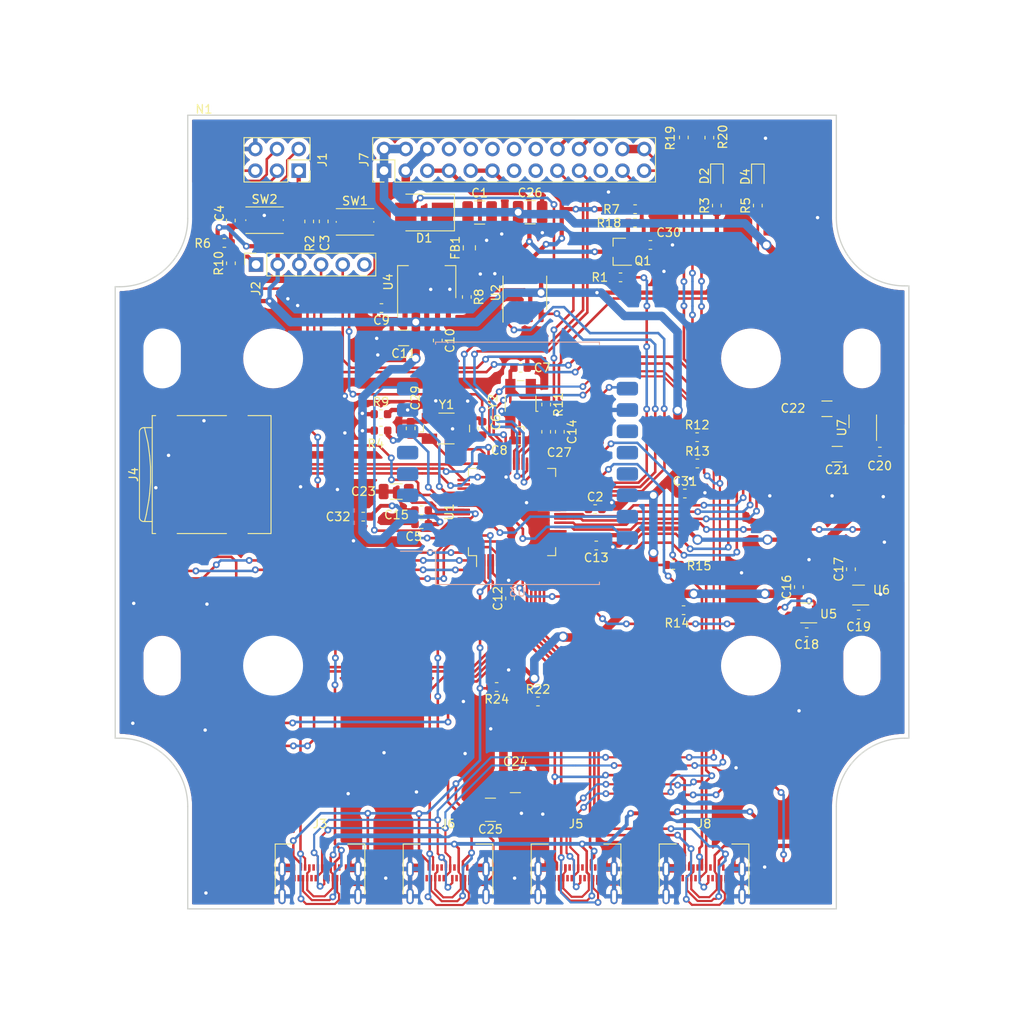
<source format=kicad_pcb>
(kicad_pcb (version 20211014) (generator pcbnew)
  (layers (0 "F.Cu" signal) (31 "B.Cu" signal) (34 "B.Paste" user) (35 "F.Paste" user) (36 "B.SilkS" user "B.Silkscreen") (37 "F.SilkS" user "F.Silkscreen") (38 "B.Mask" user) (39 "F.Mask" user) (44 "Edge.Cuts" user))
  (net 0 "")
  (net 1 "GND")
  (net 2 "+3V3")
  (net 3 "/SCL2")
  (net 4 "/SDA2")
  (net 5 "/SCK1")
  (net 6 "/~{MCLR}")
  (net 7 "/EN")
  (net 8 "/SDA1")
  (net 9 "/SCL1")
  (net 10 "/CAN_L")
  (net 11 "/CAN_H")
  (net 12 "Net-(D2-Pad2)")
  (net 13 "/ERR")
  (net 14 "Net-(D4-Pad2)")
  (net 15 "Net-(C10-Pad1)")
  (net 16 "/C1TX")
  (net 17 "/C1RX")
  (net 18 "/PGC")
  (net 19 "/PGD")
  (net 20 "Net-(C1-Pad1)")
  (net 21 "VDDA")
  (net 22 "VBUS")
  (net 23 "/SYNC")
  (net 24 "/V_USBC")
  (net 25 "/D+")
  (net 26 "/D-")
  (net 27 "/VCAP")
  (net 28 "/~{INT2}")
  (net 29 "/~{INT1}")
  (net 30 "/SOSC1")
  (net 31 "/OSC1")
  (net 32 "/OSC2")
  (net 33 "/~{U1CTS}")
  (net 34 "/S_PS")
  (net 35 "Net-(C20-Pad1)")
  (net 36 "/SOSC2")
  (net 37 "Net-(C30-Pad1)")
  (net 38 "/AS2")
  (net 39 "/OW4")
  (net 40 "/OW3")
  (net 41 "/AS1")
  (net 42 "/AS3")
  (net 45 "/AS4")
  (net 48 "Net-(Q1-Pad2)")
  (net 49 "Net-(Q1-Pad1)")
  (net 50 "/TERM")
  (net 51 "/~{SQICS1}")
  (net 52 "/~{SQICS0}")
  (net 53 "/~{MCLR_w}")
  (net 58 "/~{RESET_M}")
  (net 59 "/SQICLK")
  (net 60 "/MISO1")
  (net 61 "/MOSI1")
  (net 62 "/~{CS_SD}")
  (net 63 "/S_PS_SW")
  (net 71 "/CAN_C2")
  (net 72 "/CAN_C1")
  (net 76 "/VCONN")
  (net 77 "/CC1")
  (net 78 "/BTN")
  (net 84 "/SO")
  (net 85 "/SI")
  (net 86 "/~{HOLD}")
  (net 87 "/~{WP}")
  (net 95 "/U1TX")
  (net 96 "/U1RX")
  (net 97 "/~{U1RTS}")
  (net 98 "/OW2")
  (net 99 "/OW1")
  (net 100 "/EN_VA")
  (footprint "Capacitor_SMD:C_1210_3225Metric" (layer "F.Cu") (at 81.2 49.9)
    (fp_text reference "C1")
    (fp_text value "10uF")
  )
  (footprint "Capacitor_SMD:C_0603_1608Metric" (layer "F.Cu") (at 94.7425 84.66)
    (fp_text reference "C2")
    (fp_text value "0.1uF")
  )
  (footprint "Capacitor_SMD:C_0603_1608Metric" (layer "F.Cu") (at 62.93 50.94 90)
    (fp_text reference "C3")
    (fp_text value "0.01uF")
  )
  (footprint "Capacitor_SMD:C_0603_1608Metric" (layer "F.Cu") (at 52.05 50.84 90)
    (fp_text reference "C4")
    (fp_text value "0.01uF")
  )
  (footprint "Capacitor_SMD:C_0603_1608Metric" (layer "F.Cu") (at 74.4125 86.41 180)
    (fp_text reference "C5")
    (fp_text value "0.1uF")
  )
  (footprint "Capacitor_SMD:C_0603_1608Metric" (layer "F.Cu") (at 81.52 75.1975 90)
    (fp_text reference "C6")
    (fp_text value "20pF")
  )
  (footprint "Capacitor_SMD:C_0603_1608Metric" (layer "F.Cu") (at 86 68.1 180)
    (fp_text reference "C7")
    (fp_text value "20pF")
  )
  (footprint "Capacitor_SMD:C_0603_1608Metric" (layer "F.Cu") (at 85.8875 76.6)
    (fp_text reference "C8")
    (fp_text value "20pF")
  )
  (footprint "Capacitor_SMD:C_0603_1608Metric" (layer "F.Cu") (at 69.7 61.1 180)
    (fp_text reference "C9")
    (fp_text value "1uF")
  )
  (footprint "Capacitor_SMD:C_0603_1608Metric" (layer "F.Cu") (at 76.3 64.9 -90)
    (fp_text reference "C10")
    (fp_text value "1uF")
  )
  (footprint "Capacitor_SMD:C_1206_3216Metric" (layer "F.Cu") (at 72.3 64.6 180)
    (fp_text reference "C11")
    (fp_text value "2.2uF")
  )
  (footprint "Capacitor_SMD:C_0603_1608Metric" (layer "F.Cu") (at 84.77 95.12 90)
    (fp_text reference "C12")
    (fp_text value "0.1uF")
  )
  (footprint "Capacitor_SMD:C_0603_1608Metric" (layer "F.Cu") (at 94.87 88.92 180)
    (fp_text reference "C13")
    (fp_text value "0.1uF")
  )
  (footprint "Capacitor_SMD:C_0603_1608Metric" (layer "F.Cu") (at 118.61 93.7875 90)
    (fp_text reference "C16")
    (fp_text value "1uF")
  )
  (footprint "Capacitor_SMD:C_0603_1608Metric" (layer "F.Cu") (at 119.53 99.09 180)
    (fp_text reference "C18")
    (fp_text value "0.1uF")
  )
  (footprint "Capacitor_SMD:C_0603_1608Metric" (layer "F.Cu") (at 125.6125 97.0175 180)
    (fp_text reference "C19")
    (fp_text value "0.1uF")
  )
  (footprint "Capacitor_SMD:C_0603_1608Metric" (layer "F.Cu") (at 128.1 77.92)
    (fp_text reference "C20")
    (fp_text value "1nF")
  )
  (footprint "Capacitor_SMD:C_1206_3216Metric" (layer "F.Cu") (at 123.1 78.22 180)
    (fp_text reference "C21")
    (fp_text value "4.7uF")
  )
  (footprint "Capacitor_SMD:C_1206_3216Metric" (layer "F.Cu") (at 121.9 72.9 180)
    (fp_text reference "C22")
    (fp_text value "4.7uF")
  )
  (footprint "Capacitor_SMD:C_1210_3225Metric" (layer "F.Cu") (at 85.39 116.52)
    (fp_text reference "C24")
    (fp_text value "10uF")
  )
  (footprint "Capacitor_SMD:C_1210_3225Metric" (layer "F.Cu") (at 82.47 119.89 180)
    (fp_text reference "C25")
    (fp_text value "10uF")
  )
  (footprint "Capacitor_SMD:C_1210_3225Metric" (layer "F.Cu") (at 87.12 49.87)
    (fp_text reference "C26")
    (fp_text value "10uF")
  )
  (footprint "Capacitor_SMD:C_0603_1608Metric" (layer "F.Cu") (at 73.12 75.1975 -90)
    (fp_text reference "C29")
    (fp_text value "20pF")
  )
  (footprint "Capacitor_SMD:C_0603_1608Metric" (layer "F.Cu") (at 101.2125 53.7)
    (fp_text reference "C30")
    (fp_text value "4.7nF")
  )
  (footprint "Capacitor_SMD:C_0603_1608Metric" (layer "F.Cu") (at 105.25 82.83)
    (fp_text reference "C31")
    (fp_text value "0.1uF")
  )
  (footprint "Capacitor_SMD:C_0603_1608Metric" (layer "F.Cu") (at 67.56 85.54 180)
    (fp_text reference "C32")
    (fp_text value "0.1uF")
  )
  (footprint "Diode_SMD:D_SMB" (layer "F.Cu") (at 74.7 49.9 180)
    (fp_text reference "D1")
    (fp_text value "D_Schottky")
  )
  (footprint "LED_SMD:LED_0603_1608Metric" (layer "F.Cu") (at 109 45.7 -90)
    (fp_text reference "D2")
    (fp_text value "LED")
  )
  (footprint "LED_SMD:LED_0603_1608Metric" (layer "F.Cu") (at 113.8 45.7125 -90)
    (fp_text reference "D4")
    (fp_text value "LED")
  )
  (footprint "Inductor_SMD:L_0805_2012Metric" (layer "F.Cu") (at 80 54.0375 90)
    (fp_text reference "FB1")
    (fp_text value "Ferrite_Bead")
  )
  (footprint "Connector_PinSocket_2.54mm:PinSocket_2x03_P2.54mm_Vertical" (layer "F.Cu") (at 60 45 -90)
    (fp_text reference "J1")
    (fp_text value "Conn_02x03_Counter_Clockwise")
  )
  (footprint "Connector_PinSocket_2.54mm:PinSocket_1x06_P2.54mm_Vertical" (layer "F.Cu") (at 55 56 90)
    (fp_text reference "J2")
    (fp_text value "Conn_01x06_Female")
  )
  (footprint "custom_footprints:USB_C_Receptacle_Amphenol_12401861XX12A" (layer "F.Cu") (at 92.5 127.9)
    (fp_text reference "J5")
    (fp_text value "USB_C_Receptacle")
  )
  (footprint "custom_footprints:USB_C_Receptacle_Amphenol_12401861XX12A" (layer "F.Cu") (at 77.5 127.9)
    (fp_text reference "J6")
    (fp_text value "USB_C_Receptacle")
  )
  (footprint "custom_footprints:USB_C_Receptacle_Amphenol_12401861XX12A" (layer "F.Cu") (at 107.5 127.9)
    (fp_text reference "J8")
    (fp_text value "USB_C_Receptacle")
  )
  (footprint "Package_TO_SOT_SMD:SOT-23" (layer "F.Cu") (at 97.6 54.5 180)
    (fp_text reference "Q1")
    (fp_text value "Q_NMOS_GSD")
  )
  (footprint "Resistor_SMD:R_0603_1608Metric" (layer "F.Cu") (at 97.7125 57.5)
    (fp_text reference "R1")
    (fp_text value "1k")
  )
  (footprint "Resistor_SMD:R_0603_1608Metric" (layer "F.Cu") (at 61.23 50.95 -90)
    (fp_text reference "R2")
    (fp_text value "10k")
  )
  (footprint "Resistor_SMD:R_0603_1608Metric" (layer "F.Cu") (at 109 49.0875 90)
    (fp_text reference "R3")
    (fp_text value "750")
  )
  (footprint "Resistor_SMD:R_0603_1608Metric" (layer "F.Cu") (at 69.6425 75.46)
    (fp_text reference "R4")
    (fp_text value "100k")
  )
  (footprint "Resistor_SMD:R_0603_1608Metric" (layer "F.Cu") (at 113.8 49.0875 90)
    (fp_text reference "R5")
    (fp_text value "750")
  )
  (footprint "Resistor_SMD:R_0603_1608Metric" (layer "F.Cu") (at 51.2925 53.47)
    (fp_text reference "R6")
    (fp_text value "10k")
  )
  (footprint "Resistor_SMD:R_0603_1608Metric" (layer "F.Cu") (at 79.7 59.8 -90)
    (fp_text reference "R8")
    (fp_text value "10k")
  )
  (footprint "Resistor_SMD:R_0603_1608Metric" (layer "F.Cu") (at 69.63 73.53)
    (fp_text reference "R9")
    (fp_text value "100k")
  )
  (footprint "Resistor_SMD:R_0603_1608Metric" (layer "F.Cu") (at 52.06 55.85 90)
    (fp_text reference "R10")
    (fp_text value "270R")
  )
  (footprint "Resistor_SMD:R_0603_1608Metric" (layer "F.Cu") (at 89 72.4 -90)
    (fp_text reference "R11")
    (fp_text value "1M")
  )
  (footprint "Resistor_SMD:R_0603_1608Metric" (layer "F.Cu") (at 106.69 76.23)
    (fp_text reference "R12")
    (fp_text value "4.9k")
  )
  (footprint "Resistor_SMD:R_0603_1608Metric" (layer "F.Cu") (at 106.72 79.31)
    (fp_text reference "R13")
    (fp_text value "4.9k")
  )
  (footprint "Resistor_SMD:R_0603_1608Metric" (layer "F.Cu") (at 105.1 96.5)
    (fp_text reference "R14")
    (fp_text value "4.9k")
  )
  (footprint "Resistor_SMD:R_0603_1608Metric" (layer "F.Cu") (at 103.9 91.2)
    (fp_text reference "R15")
    (fp_text value "4.9k")
  )
  (footprint "Resistor_SMD:R_0603_1608Metric" (layer "F.Cu") (at 105.13 41.11 -90)
    (fp_text reference "R19")
    (fp_text value "5.1k")
  )
  (footprint "Resistor_SMD:R_0603_1608Metric" (layer "F.Cu") (at 108.12 41.13 90)
    (fp_text reference "R20")
    (fp_text value "5.1k")
  )
  (footprint "Resistor_SMD:R_0603_1608Metric" (layer "F.Cu") (at 88.04 107.2)
    (fp_text reference "R22")
    (fp_text value "4.9k")
  )
  (footprint "Resistor_SMD:R_0603_1608Metric" (layer "F.Cu") (at 83.2 105.5 180)
    (fp_text reference "R24")
    (fp_text value "4.9k")
  )
  (footprint "Package_QFP:TQFP-64_10x10mm_P0.5mm" (layer "F.Cu") (at 85 85 90)
    (fp_text reference "U1")
    (fp_text value "dsPIC33EP256MU806")
  )
  (footprint "Package_SO:SOIC-8_3.9x4.9mm_P1.27mm" (layer "F.Cu") (at 86.5 59.3 90)
    (fp_text reference "U2")
    (fp_text value "MCP2542FD")
  )
  (footprint "Package_TO_SOT_SMD:SOT-223-6" (layer "F.Cu") (at 75 58 90)
    (fp_text reference "U4")
    (fp_text value "TPS737")
  )
  (footprint "Package_TO_SOT_SMD:SOT-363_SC-70-6" (layer "F.Cu") (at 119.51 96.82 180)
    (fp_text reference "U5")
    (fp_text value "SiP32431")
  )
  (footprint "Package_TO_SOT_SMD:SOT-363_SC-70-6" (layer "F.Cu") (at 125.6025 94.7275 180)
    (fp_text reference "U6")
    (fp_text value "SiP32431")
  )
  (footprint "Package_CSP:LFCSP-8-1EP_3x3mm_P0.5mm_EP1.45x1.74mm" (layer "F.Cu") (at 126.1 75.12 90)
    (fp_text reference "U7")
    (fp_text value "ADM7170")
  )
  (footprint "Crystal:Crystal_SMD_Abracon_ABM3B-4Pin_5.0x3.2mm" (layer "F.Cu") (at 77.32 75.21)
    (fp_text reference "Y1")
    (fp_text value "Crystal_GND24")
  )
  (footprint "Crystal:Crystal_SMD_Abracon_ABM3B-4Pin_5.0x3.2mm" (layer "F.Cu") (at 86 72.3 90)
    (fp_text reference "Y2")
    (fp_text value "Crystal_GND24")
  )
  (footprint "custom_footprints:USB_C_Receptacle_Amphenol_12401861XX12A" (layer "F.Cu") (at 62.5 127.9)
    (fp_text reference "J3")
    (fp_text value "USB_C_Receptacle")
  )
  (footprint "Connector_PinHeader_2.54mm:PinHeader_2x13_P2.54mm_Vertical" (layer "F.Cu") (at 70 45 90)
    (fp_text reference "J7")
    (fp_text value "Conn_02x13_Odd_Even")
  )
  (footprint "Resistor_SMD:R_0603_1608Metric" (layer "F.Cu") (at 99.42 49.51)
    (fp_text reference "R7")
    (fp_text value "60R")
  )
  (footprint "Resistor_SMD:R_0603_1608Metric" (layer "F.Cu") (at 99.41 51.1 180)
    (fp_text reference "R18")
    (fp_text value "60R")
  )
  (footprint "Button_Switch_SMD:SW_Push_1P1T_NO_CK_KMR2" (layer "F.Cu") (at 66.6 51)
    (fp_text reference "SW1")
    (fp_text value "SW_SPST")
  )
  (footprint "Button_Switch_SMD:SW_Push_1P1T_NO_CK_KMR2" (layer "F.Cu") (at 56 50.8)
    (fp_text reference "SW2")
    (fp_text value "SW_SPST")
  )
  (footprint "Capacitor_SMD:C_0603_1608Metric" (layer "F.Cu") (at 124.7125 91.705 90)
    (fp_text reference "C17")
    (fp_text value "1uF")
  )
  (footprint "Connector_Card:microSD_HC_Wuerth_693072010801" (layer "F.Cu") (at 48.65 80.61 90)
    (fp_text reference "J4")
    (fp_text value "Micro_SD_Card")
  )
  (footprint "Capacitor_SMD:C_0603_1608Metric" (layer "F.Cu") (at 74.4 84.8 180)
    (fp_text reference "C15")
    (fp_text value "0.1uF")
  )
  (footprint "Capacitor_SMD:C_0603_1608Metric" (layer "F.Cu") (at 90.6 75.6 -90)
    (fp_text reference "C14")
    (fp_text value "0.1uF")
  )
  (footprint "Capacitor_SMD:C_0603_1608Metric" (layer "F.Cu") (at 89 75.6 90)
    (fp_text reference "C27")
    (fp_text value "0.1uF")
  )
  (footprint "Capacitor_SMD:C_1206_3216Metric" (layer "F.Cu") (at 71.425 82.6 180)
    (fp_text reference "C23")
    (fp_text value "10uF")
  )
  (footprint "custom_footprints:Enclosure-Gloxinia2" (layer "F.Cu") (at 85 85)
    (fp_text reference "N1")
    (fp_text value "Housing")
  )
  (footprint "custom_footprints:SOIC-16_25.75x18.75mm_P2.5mm" (layer "B.Cu") (at 85.64 79.29 90)
    (fp_text reference "U3")
    (fp_text value "S70FL01GS")
  )
  (gr_line (start 131.5 111.5) (end 131 111.5) (layer "Edge.Cuts") (width 0.15))
  (gr_arc (start 131 58.5) (mid 125.343146 56.156854) (end 123 50.5) (layer "Edge.Cuts") (width 0.15))
  (gr_arc (start 47 50.6) (mid 44.656854 56.256854) (end 39 58.6) (layer "Edge.Cuts") (width 0.15))
  (gr_arc (start 39 111.5) (mid 44.656854 113.843146) (end 47 119.5) (layer "Edge.Cuts") (width 0.15))
  (gr_line (start 38.5 58.6) (end 39 58.6) (layer "Edge.Cuts") (width 0.15))
  (gr_line (start 47 38.5) (end 47 50.6) (layer "Edge.Cuts") (width 0.15))
  (gr_line (start 123 38.5) (end 123 50.5) (layer "Edge.Cuts") (width 0.15))
  (gr_line (start 47 131.5) (end 47 119.5) (layer "Edge.Cuts") (width 0.15))
  (gr_line (start 39 111.5) (end 38.5 111.5) (layer "Edge.Cuts") (width 0.15))
  (gr_line (start 131.5 58.5) (end 131 58.5) (layer "Edge.Cuts") (width 0.15))
  (gr_line (start 38.5 58.6) (end 38.5 111.5) (layer "Edge.Cuts") (width 0.15))
  (gr_line (start 131.5 111.5) (end 131.5 58.5) (layer "Edge.Cuts") (width 0.15))
  (gr_arc (start 123 119.5) (mid 125.343146 113.843146) (end 131 111.5) (layer "Edge.Cuts") (width 0.15))
  (gr_line (start 47 38.5) (end 123 38.5) (layer "Edge.Cuts") (width 0.15))
  (gr_line (start 123 131.5) (end 123 119.5) (layer "Edge.Cuts") (width 0.15))
  (gr_line (start 47 131.5) (end 123 131.5) (layer "Edge.Cuts") (width 0.15))
  (segment (start 120.46 96.82) (end 118.56 96.82) (width 0.3) (layer "F.Cu") (net 1))
  (segment (start 79.32 76.41) (end 81.095 76.41) (width 0.5) (layer "F.Cu") (net 1))
  (segment (start 85.25 92.35) (end 84.6 93) (width 0.3) (layer "F.Cu") (net 1))
  (segment (start 89.5 126.7) (end 89.45 126.65) (width 0.25) (layer "F.Cu") (net 1))
  (segment (start 126.35 73.8325) (end 126.35 74.87) (width 0.25) (layer "F.Cu") (net 1))
  (segment (start 104.5 126.8) (end 104.45 126.75) (width 0.25) (layer "F.Cu") (net 1))
  (segment (start 90.6625 84.75) (end 87.55 84.75) (width 0.3) (layer "F.Cu") (net 1))
  (segment (start 110.5 128) (end 110.5 126.8) (width 0.25) (layer "F.Cu") (net 1))
  (segment (start 123.1725 94.7275) (end 124.6525 94.7275) (width 0.3) (layer "F.Cu") (net 1))
  (segment (start 89.45 126.65) (end 88.95 126.65) (width 0.3) (layer "F.Cu") (net 1))
  (segment (start 79.19 76.41) (end 78.03 75.25) (width 0.5) (layer "F.Cu") (net 1))
  (segment (start 81.095 76.41) (end 81.52 75.985) (width 0.5) (layer "F.Cu") (net 1))
  (segment (start 96.05 126.65) (end 96.775 126.65) (width 1) (layer "F.Cu") (net 1))
  (segment (start 95.91 84.66) (end 96.68 83.89) (width 0.5) (layer "F.Cu") (net 1))
  (segment (start 66.05 126.7) (end 66.775 126.7) (width 1) (layer "F.Cu") (net 1))
  (segment (start 95.53 84.66) (end 95.91 84.66) (width 0.5) (layer "F.Cu") (net 1))
  (segment (start 95.6575 88.92) (end 96.64 88.92) (width 0.5) (layer "F.Cu") (net 1))
  (segment (start 110.5 126.8) (end 110.55 126.75) (width 0.25) (layer "F.Cu") (net 1))
  (segment (start 73.95 126.7) (end 73.225 126.7) (width 1) (layer "F.Cu") (net 1))
  (segment (start 126.35 74.87) (end 126.1 75.12) (width 0.25) (layer "F.Cu") (net 1))
  (segment (start 87.55 84.75) (end 86.7 83.9) (width 0.3) (layer "F.Cu") (net 1))
  (segment (start 117.32 96.82) (end 117.11 97.03) (width 0.3) (layer "F.Cu") (net 1))
  (segment (start 84.8 74.3) (end 84.8 74.2) (width 0.5) (layer "F.Cu") (net 1))
  (segment (start 84.75 80.45) (end 84.3 80.9) (width 0.3) (layer "F.Cu") (net 1))
  (segment (start 90.6 74.8125) (end 90.6 73.9) (width 0.3) (layer "F.Cu") (net 1))
  (segment (start 111.05 126.75) (end 111.775 126.75) (width 1) (layer "F.Cu") (net 1))
  (segment (start 104.5 128) (end 104.5 126.8) (width 0.25) (layer "F.Cu") (net 1))
  (segment (start 118.56 96.82) (end 117.32 96.82) (width 0.3) (layer "F.Cu") (net 1))
  (segment (start 65.55 126.7) (end 66.05 126.7) (width 0.25) (layer "F.Cu") (net 1))
  (segment (start 117.11 98.64) (end 117.56 99.09) (width 0.3) (layer "F.Cu") (net 1))
  (segment (start 81.05 126.7) (end 81.775 126.7) (width 1) (layer "F.Cu") (net 1))
  (segment (start 89.5 127.9) (end 89.5 126.7) (width 0.25) (layer "F.Cu") (net 1))
  (segment (start 79.32 76.41) (end 79.19 76.41) (width 0.5) (layer "F.Cu") (net 1))
  (segment (start 122.8 96.5) (end 122.8 95.1) (width 0.3) (layer "F.Cu") (net 1))
  (segment (start 58.225 126.7) (end 58.05 126.875) (width 1) (layer "F.Cu") (net 1))
  (segment (start 59.45 126.7) (end 58.95 126.7) (width 0.25) (layer "F.Cu") (net 1))
  (segment (start 117.11 97.03) (end 117.11 98.64) (width 0.3) (layer "F.Cu") (net 1))
  (segment (start 84.75 76.95) (end 85.1 76.6) (width 0.3) (layer "F.Cu") (net 1))
  (segment (start 80.5 126.75) (end 80.55 126.7) (width 0.25) (layer "F.Cu") (net 1))
  (segment (start 73.225 126.7) (end 73.05 126.875) (width 1) (layer "F.Cu") (net 1))
  (segment (start 122.48 96.82) (end 122.8 96.5) (width 0.3) (layer "F.Cu") (net 1))
  (segment (start 126.5525 94.7275) (end 128.1025 94.7275) (width 0.3) (layer "F.Cu") (net 1))
  (segment (start 85.25 90.6625) (end 85.25 92.35) (width 0.3) (layer "F.Cu") (net 1))
  (segment (start 103.225 126.75) (end 103.05 126.925) (width 1) (layer "F.Cu") (net 1))
  (segment (start 84.75 79.3375) (end 84.75 80.45) (width 0.3) (layer "F.Cu") (net 1))
  (segment (start 128.1025 94.7275) (end 128.19 94.64) (width 0.3) (layer "F.Cu") (net 1))
  (segment (start 120.46 96.82) (end 122.48 96.82) (width 0.3) (layer "F.Cu") (net 1))
  (segment (start 96.64 88.92) (end 96.81 89.09) (width 0.5) (layer "F.Cu") (net 1))
  (segment (start 84.8 74.2) (end 83.779977 73.179977) (width 0.5) (layer "F.Cu") (net 1))
  (segment (start 80.5 127.95) (end 80.5 126.75) (width 0.25) (layer "F.Cu") (net 1))
  (segment (start 74.5 127.95) (end 74.5 126.75) (width 0.25) (layer "F.Cu") (net 1))
  (segment (start 66.775 126.7) (end 66.95 126.875) (width 1) (layer "F.Cu") (net 1))
  (segment (start 58.95 126.7) (end 58.225 126.7) (width 1) (layer "F.Cu") (net 1))
  (segment (start 81.775 126.7) (end 81.95 126.875) (width 1) (layer "F.Cu") (net 1))
  (segment (start 90.6 73.9) (end 90.3 73.6) (width 0.3) (layer "F.Cu") (net 1))
  (segment (start 124.6525 94.7275) (end 126.5525 94.7275) (width 0.3) (layer "F.Cu") (net 1))
  (segment (start 89.35 87.25) (end 89.12 87.02) (width 0.3) (layer "F.Cu") (net 1))
  (segment (start 122.8 95.1) (end 123.1725 94.7275) (width 0.3) (layer "F.Cu") (net 1))
  (segment (start 88.225 126.65) (end 88.05 126.825) (width 1) (layer "F.Cu") (net 1))
  (segment (start 111.775 126.75) (end 111.95 126.925) (width 1) (layer "F.Cu") (net 1))
  (segment (start 88.95 126.65) (end 88.225 126.65) (width 1) (layer "F.Cu") (net 1))
  (segment (start 84.75 79.3375) (end 84.75 76.95) (width 0.3) (layer "F.Cu") (net 1))
  (segment (start 85.1 76.6) (end 85.1 74.6) (width 0.5) (layer "F.Cu") (net 1))
  (segment (start 117.56 99.09) (end 118.7425 99.09) (width 0.3) (layer "F.Cu") (net 1))
  (segment (start 95.5 126.7) (end 95.55 126.65) (width 0.25) (layer "F.Cu") (net 1))
  (segment (start 59.45 126.7) (end 59.45 127.9) (width 0.25) (layer "F.Cu") (net 1))
  (segment (start 65.55 127.9) (end 65.5 127.95) (width 0.25) (layer "F.Cu") (net 1))
  (segment (start 85.1 74.6) (end 84.8 74.3) (width 0.5) (layer "F.Cu") (net 1))
  (segment (start 59.45 127.9) (end 59.5 127.95) (width 0.25) (layer "F.Cu") (net 1))
  (segment (start 74.92 74.41) (end 75.32 74.01) (width 0.5) (layer "F.Cu") (net 1))
  (segment (start 103.95 126.75) (end 103.225 126.75) (width 1) (layer "F.Cu") (net 1))
  (segment (start 73.12 74.41) (end 74.92 74.41) (width 0.5) (layer "F.Cu") (net 1))
  (segment (start 95.55 126.65) (end 96.05 126.65) (width 0.3) (layer "F.Cu") (net 1))
  (segment (start 90.6625 87.25) (end 89.35 87.25) (width 0.3) (layer "F.Cu") (net 1))
  (segment (start 96.775 126.65) (end 96.95 126.825) (width 1) (layer "F.Cu") (net 1))
  (segment (start 65.55 126.7) (end 65.55 127.9) (width 0.25) (layer "F.Cu") (net 1))
  (segment (start 95.5 127.9) (end 95.5 126.7) (width 0.25) (layer "F.Cu") (net 1))
  (segment (start 74.5 126.75) (end 74.45 126.7) (width 0.25) (layer "F.Cu") (net 1))
  (via (at 77.71 58.9) (size 0.8) (drill 0.4) (layers "F.Cu" "B.Cu") (net 1))
  (via (at 73.8 117.8) (size 0.8) (drill 0.4) (layers "F.Cu" "B.Cu") (net 1))
  (via (at 79.8 72) (size 0.8) (drill 0.4) (layers "F.Cu" "B.Cu") (net 1))
  (via (at 82.98 57.07) (size 0.8) (drill 0.4) (layers "F.Cu" "B.Cu") (net 1))
  (via (at 49.25 95.79) (size 0.8) (drill 0.4) (layers "F.Cu" "B.Cu") (net 1))
  (via (at 107.6 82.74) (size 0.8) (drill 0.4) (layers "F.Cu" "B.Cu") (net 1))
  (via (at 44.75 78.36) (size 0.8) (drill 0.4) (layers "F.Cu" "B.Cu") (net 1))
  (via (at 43.26 82.15) (size 0.8) (drill 0.4) (layers "F.Cu" "B.Cu") (net 1))
  (via (at 70.2 127.9) (size 0.8) (drill 0.4) (layers "F.Cu" "B.Cu") (net 1))
  (via (at 96.68 83.89) (size 0.8) (drill 0.4) (layers "F.Cu" "B.Cu") (net 1))
  (via (at 69.27 66.59) (size 0.8) (drill 0.4) (layers "F.Cu" "B.Cu") (net 1))
  (via (at 111.25 114.97) (size 0.8) (drill 0.4) (layers "F.Cu" "B.Cu") (net 1))
  (via (at 84.6 103.5) (size 0.8) (drill 0.4) (layers "F.Cu" "B.Cu") (net 1))
  (via (at 55.97 50.24) (size 0.8) (drill 0.4) (layers "F.Cu" "B.Cu") (net 1))
  (via (at 128.5 83.2) (size 0.8) (drill 0.4) (layers "F.Cu" "B.Cu") (net 1))
  (via (at 64.54 82.36) (size 0.8) (drill 0.4) (layers "F.Cu" "B.Cu") (net 1))
  (via (at 90.3 73.6) (size 0.8) (drill 0.4) (layers "F.Cu" "B.Cu") (net 1))
  (via (at 88.6 120.4) (size 0.8) (drill 0.4) (layers "F.Cu" "B.Cu") (net 1))
  (via (at 115.2 83.1) (size 0.8) (drill 0.4) (layers "F.Cu" "B.Cu") (net 1))
  (via (at 84.3 80.9) (size 0.8) (drill 0.4) (layers "F.Cu" "B.Cu") (net 1))
  (via (at 114.6 126.6) (size 0.8) (drill 0.4) (layers "F.Cu" "B.Cu") (net 1))
  (via (at 78.03 75.25) (size 0.8) (drill 0.4) (layers "F.Cu" "B.Cu") (net 1))
  (via (at 65.41 75.73) (size 0.8) (drill 0.4) (layers "F.Cu" "B.Cu") (net 1))
  (via (at 86.1 120.3) (size 0.8) (drill 0.4) (layers "F.Cu" "B.Cu") (net 1))
  (via (at 75.47 58.91) (size 0.8) (drill 0.4) (layers "F.Cu" "B.Cu") (net 1))
  (via (at 102.8 56.8) (size 0.8) (drill 0.4) (layers "F.Cu" "B.Cu") (net 1))
  (via (at 114.7 41.2) (size 0.8) (drill 0.4) (layers "F.Cu" "B.Cu") (net 1))
  (via (at 58.73 60.01) (size 0.8) (drill 0.4) (layers "F.Cu" "B.Cu") (net 1))
  (via (at 119.8 90.58) (size 0.8) (drill 0.4) (layers "F.Cu" "B.Cu") (net 1))
  (via (at 69.14 64.65) (size 0.8) (drill 0.4) (layers "F.Cu" "B.Cu") (net 1))
  (via (at 79.5 113.3) (size 0.8) (drill 0.4) (layers "F.Cu" "B.Cu") (net 1))
  (via (at 128.19 94.64) (size 0.8) (drill 0.4) (layers "F.Cu" "B.Cu") (net 1))
  (via (at 60.22 82.04) (size 0.8) (drill 0.4) (layers "F.Cu" "B.Cu") (net 1))
  (via (at 122.5 83.1) (size 0.8) (drill 0.4) (layers "F.Cu" "B.Cu") (net 1))
  (via (at 105.89 81.09) (size 0.8) (drill 0.4) (layers "F.Cu" "B.Cu") (net 1))
  (via (at 120.8 50.5) (size 0.8) (drill 0.4) (layers "F.Cu" "B.Cu") (net 1))
  (via (at 83.779977 73.179977) (size 0.8) (drill 0.4) (layers "F.Cu" "B.Cu") (net 1))
  (via (at 65.8 118) (size 0.8) (drill 0.4) (layers "F.Cu" "B.Cu") (net 1))
  (via (at 84.6 93) (size 0.8) (drill 0.4) (layers "F.Cu" "B.Cu") (net 1))
  (via (at 83.79 52.42) (size 0.8) (drill 0.4) (layers "F.Cu" "B.Cu") (net 1))
  (via (at 111.89 92.12) (size 0.8) (drill 0.4) (layers "F.Cu" "B.Cu") (net 1))
  (via (at 82.5 110.4) (size 0.8) (drill 0.4) (layers "F.Cu" "B.Cu") (net 1))
  (via (at 88.55 52.27) (size 0.8) (drill 0.4) (layers "F.Cu" "B.Cu") (net 1))
  (via (at 65.38 71.41) (size 0.8) (drill 0.4) (layers "F.Cu" "B.Cu") (net 1))
  (via (at 86.7 83.9) (size 0.8) (drill 0.4) (layers "F.Cu" "B.Cu") (net 1))
  (via (at 59.88 60.8) (size 0.8) (drill 0.4) (layers "F.Cu" "B.Cu") (net 1))
  (via (at 85.3 127.9) (size 0.8) (drill 0.4) (layers "F.Cu" "B.Cu") (net 1))
  (via (at 118.63 108.29) (size 0.8) (drill 0.4) (layers "F.Cu" "B.Cu") (net 1))
  (via (at 82.02 53.16) (size 0.8) (drill 0.4) (layers "F.Cu" "B.Cu") (net 1))
  (via (at 40.67 95.7) (size 0.8) (drill 0.4) (layers "F.Cu" "B.Cu") (net 1))
  (via (at 96.81 89.09) (size 0.8) (drill 0.4) (layers "F.Cu" "B.Cu") (net 1))
  (via (at 79.3 107.2) (size 0.8) (drill 0.4) (layers "F.Cu" "B.Cu") (net 1))
  (via (at 128.63 88.53) (size 0.8) (drill 0.4) (layers "F.Cu" "B.Cu") (net 1))
  (via (at 40.56 109.75) (size 0.8) (drill 0.4) (layers "F.Cu" "B.Cu") (net 1))
  (via (at 49.13 129.64) (size 0.8) (drill 0.4) (layers "F.Cu" "B.Cu") (net 1))
  (via (at 81.28 57.11) (size 0.8) (drill 0.4) (layers "F.Cu" "B.Cu") (net 1))
  (via (at 48.9 74.3) (size 0.8) (drill 0.4) (layers "F.Cu" "B.Cu") (net 1))
  (via (at 76.06 71.97) (size 0.8) (drill 0.4) (layers "F.Cu" "B.Cu") (net 1))
  (via (at 49.04 110.55) (size 0.8) (drill 0.4) (layers "F.Cu" "B.Cu") (net 1))
  (via (at 96.3 47.5) (size 0.8) (drill 0.4) (layers "F.Cu" "B.Cu") (net 1))
  (via (at 70 113.2) (size 0.8) (drill 0.4) (layers "F.Cu" "B.Cu") (net 1))
  (via (at 103.8 53.7) (size 0.8) (drill 0.4) (layers "F.Cu" "B.Cu") (net 1))
  (via (at 66.42 88.37) (size 0.8) (drill 0.4) (layers "F.Cu" "B.Cu") (net 1))
  (segment (start 50.505 51.835) (end 50.69 51.65) (width 0.5) (layer "F.Cu") (net 2))
  (segment (start 83.87 119.89) (end 83.87 116.64) (width 1) (layer "F.Cu") (net 2))
  (segment (start 88.1875 77.2) (end 89 76.3875) (width 0.3) (layer "F.Cu") (net 2))
  (segment (start 75.2 86.41) (end 75.2 84.8125) (width 0.3) (layer "F.Cu") (net 2))
  (segment (start 51.03 61.91) (end 52.66 60.28) (width 0.5) (layer "F.Cu") (net 2))
  (segment (start 85.93 106.14) (end 87.61 104.46) (width 1) (layer "F.Cu") (net 2))
  (segment (start 104.4 79.4) (end 104.4 80.2) (width 1) (layer "F.Cu") (net 2))
  (segment (start 50.505 53.47) (end 50.505 51.835) (width 0.5) (layer "F.Cu") (net 2))
  (segment (start 104.4 76.18) (end 105.8525 76.18) (width 0.5) (layer "F.Cu") (net 2))
  (segment (start 42.59 72.91) (end 44 71.5) (width 0.5) (layer "F.Cu") (net 2))
  (segment (start 105.8425 79.4) (end 105.9325 79.31) (width 0.5) (layer "F.Cu") (net 2))
  (segment (start 107.75 59.29) (end 109 58.04) (width 0.5) (layer "F.Cu") (net 2))
  (segment (start 85.29 105.5) (end 85.93 106.14) (width 0.5) (layer "F.Cu") (net 2))
  (segment (start 75.6375 85.25) (end 75.1875 84.8) (width 0.3) (layer "F.Cu") (net 2))
  (segment (start 42.59 78.89) (end 42.59 72.91) (width 0.5) (layer "F.Cu") (net 2))
  (segment (start 90.6625 84.25) (end 93.545 84.25) (width 0.3) (layer "F.Cu") (net 2))
  (segment (start 86.1925 106.14) (end 87.2525 107.2) (width 0.3) (layer "F.Cu") (net 2))
  (segment (start 95.02 99.7) (end 91.07 99.7) (width 1) (layer "F.Cu") (net 2))
  (segment (start 88.3 77.7) (end 89.2875 77.7) (width 0.3) (layer "F.Cu") (net 2))
  (segment (start 94.95 59.29) (end 107.75 59.29) (width 0.5) (layer "F.Cu") (net 2))
  (segment (start 103.3825 81.75) (end 104.4625 82.83) (width 1) (layer "F.Cu") (net 2))
  (segment (start 88.3 77.3125) (end 88.1875 77.2) (width 0.3) (layer "F.Cu") (net 2))
  (segment (start 75.2 84.8125) (end 75.1875 84.8) (width 0.3) (layer "F.Cu") (net 2))
  (segment (start 88.3 77.7) (end 88.3 77.3125) (width 0.3) (layer "F.Cu") (net 2))
  (segment (start 105.8525 76.18) (end 105.9025 76.23) (width 0.5) (layer "F.Cu") (net 2))
  (segment (start 87.75 78.25) (end 88.3 77.7) (width 0.3) (layer "F.Cu") (net 2))
  (segment (start 103.1125 91.2) (end 101.6 91.2) (width 0.3) (layer "F.Cu") (net 2))
  (segment (start 87.75 79.3375) (end 87.75 83.85) (width 0.3) (layer "F.Cu") (net 2))
  (segment (start 68.8425 73.53) (end 67.55 73.53) (width 0.5) (layer "F.Cu") (net 2))
  (segment (start 87.75 79.3375) (end 87.75 78.25) (width 0.3) (layer "F.Cu") (net 2))
  (segment (start 79.3375 85.25) (end 75.6375 85.25) (width 0.3) (layer "F.Cu") (net 2))
  (segment (start 93.955 84.66) (end 95.54997 83.06503) (width 0.3) (layer "F.Cu") (net 2))
  (segment (start 49.3 71.5) (end 51.03 69.77) (width 0.5) (layer "F.Cu") (net 2))
  (segment (start 61.23 50.1625) (end 57.54 53.8525) (width 0.5) (layer "F.Cu") (net 2))
  (segment (start 83.99 116.52) (end 83.99 108.08) (width 1) (layer "F.Cu") (net 2))
  (segment (start 101.56 93.16) (end 97.3 97.42) (width 1) (layer "F.Cu") (net 2))
  (segment (start 91.07 99.7) (end 90.97 99.6) (width 1) (layer "F.Cu") (net 2))
  (segment (start 89.2875 77.7) (end 90.6 76.3875) (width 0.3) (layer "F.Cu") (net 2))
  (segment (start 93.545 84.25) (end 93.955 84.66) (width 0.3) (layer "F.Cu") (net 2))
  (segment (start 118.61 94.575) (end 114.635 94.575) (width 1) (layer "F.Cu") (net 2))
  (segment (start 104.4 80.2) (end 102.85 81.75) (width 1) (layer "F.Cu") (net 2))
  (segment (start 68.3475 85.54) (end 69.6175 84.27) (width 0.45) (layer "F.Cu") (net 2))
  (segment (start 44 71.5) (end 49.3 71.5) (width 0.5) (layer "F.Cu") (net 2))
  (segment (start 104.3125 94.6475) (end 104.38 94.58) (width 0.3) (layer "F.Cu") (net 2))
  (segment (start 87.61 104.46) (end 86.1 102.95) (width 0.5) (layer "F.Cu") (net 2))
  (segment (start 67.55 73.53) (end 67.46 73.44) (width 0.5) (layer "F.Cu") (net 2))
  (segment (start 73.73 62.75) (end 73.73 64.57) (width 1) (layer "F.Cu") (net 2))
  (segment (start 73.73 61.1375) (end 73.73 62.75) (width 1) (layer "F.Cu") (net 2))
  (segment (start 73.73 64.57) (end 73.7 64.6) (width 1) (layer "F.Cu") (net 2))
  (segment (start 109 58.04) (end 109 49.875) (width 0.5) (layer "F.Cu") (net 2))
  (segment (start 47.1 80.51) (end 44.21 80.51) (width 0.5) (layer "F.Cu") (net 2))
  (segment (start 102.98 94.58) (end 101.56 93.16) (width 1) (layer "F.Cu") (net 2))
  (segment (start 88.15 84.25) (end 87.75 83.85) (width 0.3) (layer "F.Cu") (net 2))
  (segment (start 88.405 56.825) (end 88.405 58.685) (width 0.5) (layer "F.Cu") (net 2))
  (segment (start 83.99 108.08) (end 85.93 106.14) (width 1) (layer "F.Cu") (net 2))
  (segment (start 106.29 94.58) (end 104.38 94.58) (width 1) (layer "F.Cu") (net 2))
  (segment (start 86.25 79.3375) (end 86.25 78.35) (width 0.3) (layer "F.Cu") (net 2))
  (segment (start 114.635 94.575) (end 114.63 94.58) (width 1) (layer "F.Cu") (net 2))
  (segment (start 104.4 73.07) (end 104.4 76.18) (width 1) (layer "F.Cu") (net 2))
  (segment (start 118.56 94.625) (end 118.61 94.575) (width 0.5) (layer "F.Cu") (net 2))
  (segment (start 86.1 102.95) (end 86.1 95.6625) (width 0.5) (layer "F.Cu") (net 2))
  (segment (start 51.03 69.77) (end 51.03 61.91) (width 0.5) (layer "F.Cu") (net 2))
  (segment (start 95.54997 83.06503) (end 101.53497 83.06503) (width 0.3) (layer "F.Cu") (net 2))
  (segment (start 86.1 95.6625) (end 84.77 94.3325) (width 0.5) (layer "F.Cu") (net 2))
  (segment (start 97.3 97.42) (end 95.02 99.7) (width 1) (layer "F.Cu") (net 2))
  (segment (start 73.7 64.6) (end 73.7 66.98) (width 1) (layer "F.Cu") (net 2))
  (segment (start 83.87 116.64) (end 83.99 116.52) (width 1) (layer "F.Cu") (net 2))
  (segment (start 57.54 53.8525) (end 53.8625 53.8525) (width 0.5) (layer "F.Cu") (net 2))
  (segment (start 101.53497 83.06503) (end 101.56 83.04) (width 0.3) (layer "F.Cu") (net 2))
  (segment (start 73.73 62.75) (end 73.72 62.74) (width 0.5) (layer "F.Cu") (net 2))
  (segment (start 69.6175 84.27) (end 70.94 84.27) (width 0.45) (layer "F.Cu") (net 2))
  (segment (start 104.38 94.58) (end 102.98 94.58) (width 1) (layer "F.Cu") (net 2))
  (segment (start 85.75 92.95) (end 85.75 90.6625) (width 0.3) (layer "F.Cu") (net 2))
  (segment (start 102.85 81.75) (end 103.3825 81.75) (width 1) (layer "F.Cu") (net 2))
  (segment (start 84.77 94.3325) (end 84.77 93.93) (width 0.3) (layer "F.Cu") (net 2))
  (segment (start 88.405 59.285) (end 88.4 59.29) (width 0.5) (layer "F.Cu") (net 2))
  (segment (start 104.4 79.4) (end 105.8425 79.4) (width 0.5) (layer "F.Cu") (net 2))
  (segment (start 76.3 86.41) (end 76.56 86.15) (width 0.5) (layer "F.Cu") (net 2))
  (segment (start 44.21 80.51) (end 42.59 78.89) (width 0.5) (layer "F.Cu") (net 2))
  (segment (start 73.7 66.98) (end 73.69 66.99) (width 1) (layer "F.Cu") (net 2))
  (segment (start 57.54 53.8525) (end 57.54 56) (width 0.5) (layer "F.Cu") (net 2))
  (segment (start 53.8625 53.8525) (end 53.86 53.85) (width 0.5) (layer "F.Cu") (net 2))
  (segment (start 101.56 91.16) (end 101.56 89.76) (width 1) (layer "F.Cu") (net 2))
  (segment (start 101.56 92.44) (end 101.56 91.16) (width 1) (layer "F.Cu") (net 2))
  (segment (start 84.77 93.93) (end 85.75 92.95) (width 0.3) (layer "F.Cu") (net 2))
  (segment (start 101.56 92.44) (end 101.56 93.16) (width 1) (layer "F.Cu") (net 2))
  (segment (start 83.9875 105.5) (end 85.29 105.5) (width 0.5) (layer "F.Cu") (net 2))
  (segment (start 52.66 60.28) (end 56.59 60.28) (width 0.5) (layer "F.Cu") (net 2))
  (segment (start 60 48.9325) (end 61.23 50.1625) (width 0.5) (layer "F.Cu") (net 2))
  (segment (start 88.405 58.685) (end 88.405 59.285) (width 0.5) (layer "F.Cu") (net 2))
  (segment (start 68.855 75.46) (end 67.48 75.46) (width 0.5) (layer "F.Cu") (net 2))
  (segment (start 104.3125 96.5) (end 104.3125 94.6475) (width 0.3) (layer "F.Cu") (net 2))
  (segment (start 104.4 76.18) (end 104.4 79.4) (width 1) (layer "F.Cu") (net 2))
  (segment (start 101.6 91.2) (end 101.56 91.16) (width 0.3) (layer "F.Cu") (net 2))
  (segment (start 86.25 78.35) (end 87.4 77.2) (width 0.3) (layer "F.Cu") (net 2))
  (segment (start 90.6625 84.25) (end 88.15 84.25) (width 0.3) (layer "F.Cu") (net 2))
  (segment (start 75.2 86.41) (end 76.3 86.41) (width 0.5) (layer "F.Cu") (net 2))
  (segment (start 87.4 77.2) (end 88.1875 77.2) (width 0.3) (layer "F.Cu") (net 2))
  (segment (start 85.93 106.14) (end 86.1925 106.14) (width 0.3) (layer "F.Cu") (net 2))
  (segment (start 67.48 75.46) (end 67.47 75.47) (width 0.5) (layer "F.Cu") (net 2))
  (segment (start 60 45) (end 60 48.9325) (width 0.5) (layer "F.Cu") (net 2))
  (segment (start 118.56 96.17) (end 118.56 94.625) (width 0.5) (layer "F.Cu") (net 2))
  (segment (start 102.85 81.75) (end 101.56 83.04) (width 1) (layer "F.Cu") (net 2))
  (via (at 101.56 89.76) (size 1.2) (drill 0.8) (layers "F.Cu" "B.Cu") (net 2))
  (via (at 73.69 66.99) (size 1.2) (drill 0.8) (layers "F.Cu" "B.Cu") (net 2))
  (via (at 94.95 59.29) (size 0.8) (drill 0.4) (layers "F.Cu" "B.Cu") (net 2))
  (via (at 70.94 84.27) (size 0.8) (drill 0.4) (layers "F.Cu" "B.Cu") (net 2))
  (via (at 87.61 104.46) (size 1.2) (drill 0.8) (layers "F.Cu" "B.Cu") (net 2))
  (via (at 88.4 59.29) (size 1.2) (drill 0.8) (layers "F.Cu" "B.Cu") (net 2))
  (via (at 50.69 51.65) (size 0.8) (drill 0.4) (layers "F.Cu" "B.Cu") (net 2))
  (via (at 76.56 86.15) (size 0.8) (drill 0.4) (layers "F.Cu" "B.Cu") (net 2))
  (via (at 101.56 83.04) (size 1.2) (drill 0.8) (layers "F.Cu" "B.Cu") (net 2))
  (via (at 106.29 94.58) (size 1.2) (drill 0.8) (layers "F.Cu" "B.Cu") (net 2))
  (via (at 53.86 53.85) (size 0.8) (drill 0.4) (layers "F.Cu" "B.Cu") (net 2))
  (via (at 67.46 73.44) (size 0.8) (drill 0.4) (layers "F.Cu" "B.Cu") (net 2))
  (via (at 114.63 94.58) (size 1.2) (drill 0.8) (layers "F.Cu" "B.Cu") (net 2))
  (via (at 90.97 99.6) (size 1.2) (drill 0.8) (layers "F.Cu" "B.Cu") (net 2))
  (via (at 73.72 62.74) (size 1.2) (drill 0.8) (layers "F.Cu" "B.Cu") (net 2))
  (via (at 67.47 75.47) (size 0.8) (drill 0.4) (layers "F.Cu" "B.Cu") (net 2))
  (via (at 56.59 60.28) (size 0.8) (drill 0.4) (layers "F.Cu" "B.Cu") (net 2))
  (via (at 104.4 73.07) (size 1.2) (drill 0.8) (layers "F.Cu" "B.Cu") (net 2))
  (segment (start 70.778953 68.268953) (end 67.48 71.567906) (width 1) (layer "B.Cu") (net 2))
  (segment (start 72.459348 85.54) (end 72.765 85.54) (width 1) (layer "B.Cu") (net 2))
  (segment (start 70.94 84.27) (end 71.495 84.27) (width 0.45) (layer "B.Cu") (net 2))
  (segment (start 51.66 51.65) (end 53.86 53.85) (width 0.5) (layer "B.Cu") (net 2))
  (segment (start 67.48 75.52) (end 67.48 87.358002) (width 1) (layer "B.Cu") (net 2))
  (segment (start 101.56 83.04) (end 101.56 88.76) (width 1) (layer "B.Cu") (net 2))
  (segment (start 64.28 62.74) (end 59.05 62.74) (width 1) (layer "B.Cu") (net 2))
  (segment (start 73.72 62.74) (end 64.28 62.74) (width 1) (layer "B.Cu") (net 2))
  (segment (start 68.341999 88.220001) (end 69.779347 88.220001) (width 1) (layer "B.Cu") (net 2))
  (segment (start 101.56 88.76) (end 101.56 89.76) (width 1) (layer "B.Cu") (net 2))
  (segment (start 104.4 63.9) (end 104.4 73.07) (width 1) (layer "B.Cu") (net 2))
  (segment (start 57.54 57.86) (end 57.54 56) (width 0.5) (layer "B.Cu") (net 2))
  (segment (start 90.34 99.6) (end 87.61 102.33) (width 1) (layer "B.Cu") (net 2))
  (segment (start 88.4 59.29) (end 84.31 59.29) (width 1) (layer "B.Cu") (net 2))
  (segment (start 67.48 87.358002) (end 68.341999 88.220001) (width 1) (layer "B.Cu") (net 2))
  (segment (start 59.05 62.74) (end 56.59 60.28) (width 1) (layer "B.Cu") (net 2))
  (segment (start 101.56 83.04) (end 98.515 83.04) (width 1) (layer "B.Cu") (net 2))
  (segment (start 87.61 102.33) (end 87.61 104.46) (width 1) (layer "B.Cu") (net 2))
  (segment (start 69.779347 88.220001) (end 72.459348 85.54) (width 1) (layer "B.Cu") (net 2))
  (segment (start 72.765 85.54) (end 75.95 85.54) (width 0.5) (layer "B.Cu") (net 2))
  (segment (start 80.86 62.74) (end 73.72 62.74) (width 1) (layer "B.Cu") (net 2))
  (segment (start 75.95 85.54) (end 76.56 86.15) (width 0.5) (layer "B.Cu") (net 2))
  (segment (start 67.48 71.567906) (end 67.48 73.42) (width 1) (layer "B.Cu") (net 2))
  (segment (start 114.63 94.58) (end 106.29 94.58) (width 1) (layer "B.Cu") (net 2))
  (segment (start 90.97 99.6) (end 90.34 99.6) (width 1) (layer "B.Cu") (net 2))
  (segment (start 56.59 60.28) (end 56.59 58.81) (width 0.5) (layer "B.Cu") (net 2))
  (segment (start 67.48 73.42) (end 67.48 75.52) (width 1) (layer "B.Cu") (net 2))
  (segment (start 98.174608 62.025392) (end 102.525392 62.025392) (width 1) (layer "B.Cu") (net 2))
  (segment (start 72.411047 68.268953) (end 73.69 66.99) (width 1) (layer "B.Cu") (net 2))
  (segment (start 94.95 59.29) (end 95.439217 59.29) (width 1) (layer "B.Cu") (net 2))
  (segment (start 95.439217 59.29) (end 98.174608 62.025392) (width 1) (layer "B.Cu") (net 2))
  (segment (start 88.4 59.29) (end 94.95 59.29) (width 1) (layer "B.Cu") (net 2))
  (segment (start 67.48 75.48) (end 67.47 75.47) (width 1) (layer "B.Cu") (net 2))
  (segment (start 50.69 51.65) (end 51.66 51.65) (width 0.5) (layer "B.Cu") (net 2))
  (segment (start 71.495 84.27) (end 72.765 85.54) (width 0.45) (layer "B.Cu") (net 2))
  (segment (start 67.48 75.52) (end 67.48 75.48) (width 1) (layer "B.Cu") (net 2))
  (segment (start 67.48 73.42) (end 67.46 73.44) (width 1) (layer "B.Cu") (net 2))
  (segment (start 84.31 59.29) (end 80.86 62.74) (width 1) (layer "B.Cu") (net 2))
  (segment (start 70.778953 68.268953) (end 72.411047 68.268953) (width 1) (layer "B.Cu") (net 2))
  (segment (start 102.525392 62.025392) (end 104.4 63.9) (width 1) (layer "B.Cu") (net 2))
  (segment (start 56.59 58.81) (end 57.54 57.86) (width 0.5) (layer "B.Cu") (net 2))
  (segment (start 62.734999 122.945001) (end 63.42 122.26) (width 0.25) (layer "F.Cu") (net 3))
  (segment (start 109.37 100.49641) (end 109.37 100.25) (width 0.25) (layer "F.Cu") (net 3))
  (segment (start 77.19 124.89359) (end 77.75 125.45359) (width 0.25) (layer "F.Cu") (net 3))
  (segment (start 77.19 122.03) (end 77.19 124.89359) (width 0.25) (layer "F.Cu") (net 3))
  (segment (start 107.5075 80.4075) (end 107.86 80.76) (width 0.3) (layer "F.Cu") (net 3))
  (segment (start 108.675029 101.191381) (end 109.37 100.49641) (width 0.25) (layer "F.Cu") (net 3))
  (segment (start 77.75 127.15) (end 77 127.9) (width 0.25) (layer "F.Cu") (net 3))
  (segment (start 109.7 110.99) (end 109.355001 110.645001) (width 0.25) (layer "F.Cu") (net 3))
  (segment (start 102.76641 68.5) (end 98.6 68.5) (width 0.25) (layer "F.Cu") (net 3))
  (segment (start 109.355001 75.088591) (end 104.383205 70.116795) (width 0.25) (layer "F.Cu") (net 3))
  (segment (start 95.1 68.5) (end 93.3 70.3) (width 0.25) (layer "F.Cu") (net 3))
  (segment (start 108.675029 109.965029) (end 108.675029 101.191381) (width 0.25) (layer "F.Cu") (net 3))
  (segment (start 62.734999 126.684999) (end 62.734999 122.945001) (width 0.25) (layer "F.Cu") (net 3))
  (segment (start 77.75 126.65) (end 77.75 127.15) (width 0.25) (layer "F.Cu") (net 3))
  (segment (start 104.1 114.7) (end 106.4 114.7) (width 0.25) (layer "F.Cu") (net 3))
  (segment (start 62.75 126.65) (end 62.75 127.15) (width 0.25) (layer "F.Cu") (net 3))
  (segment (start 109.355001 110.645001) (end 108.675029 109.965029) (width 0.25) (layer "F.Cu") (net 3))
  (segment (start 82.34452 76.04452) (end 82.34452 72.05548) (width 0.3) (layer "F.Cu") (net 3))
  (segment (start 96.96 114.7) (end 104.1 114.7) (width 0.25) (layer "F.Cu") (net 3))
  (segment (start 83.25 76.95) (end 82.34452 76.04452) (width 0.3) (layer "F.Cu") (net 3))
  (segment (start 104.383205 70.116795) (end 102.76641 68.5) (width 0.25) (layer "F.Cu") (net 3))
  (segment (start 82.34452 72.05548) (end 83.5 70.9) (width 0.3) (layer "F.Cu") (net 3))
  (segment (start 109.355001 94.744999) (end 109.355001 75.088591) (width 0.25) (layer "F.Cu") (net 3))
  (segment (start 98.6 68.5) (end 95.1 68.5) (width 0.25) (layer "F.Cu") (net 3))
  (segment (start 83.25 79.3375) (end 83.25 76.95) (width 0.3) (layer "F.Cu") (net 3))
  (segment (start 109.7 114.3) (end 109.7 110.99) (width 0.25) (layer "F.Cu") (net 3))
  (segment (start 107.5075 79.31) (end 107.5075 80.4075) (width 0.3) (layer "F.Cu") (net 3))
  (segment (start 109.37 100.25) (end 109.355001 94.744999) (width 0.25) (layer "F.Cu") (net 3))
  (segment (start 62.75 127.15) (end 62 127.9) (width 0.25) (layer "F.Cu") (net 3))
  (segment (start 77.75 125.45359) (end 77.75 126.7) (width 0.25) (layer "F.Cu") (net 3))
  (via (at 83.5 70.9) (size 0.8) (drill 0.4) (layers "F.Cu" "B.Cu") (net 3))
  (via (at 109.355 81.64) (size 0.8) (drill 0.4) (layers "F.Cu" "B.Cu") (net 3))
  (via (at 106.4 114.7) (size 0.8) (drill 0.4) (layers "F.Cu" "B.Cu") (net 3))
  (via (at 109.7 114.3) (size 0.8) (drill 0.4) (layers "F.Cu" "B.Cu") (net 3))
  (via (at 63.42 122.26) (size 0.8) (drill 0.4) (layers "F.Cu" "B.Cu") (net 3))
  (via (at 107.86 80.76) (size 0.8) (drill 0.4) (layers "F.Cu" "B.Cu") (net 3))
  (via (at 77.19 122.03) (size 0.8) (drill 0.4) (layers "F.Cu" "B.Cu") (net 3))
  (via (at 93.3 70.3) (size 0.8) (drill 0.4) (layers "F.Cu" "B.Cu") (net 3))
  (via (at 96.96 114.7) (size 0.8) (drill 0.4) (layers "F.Cu" "B.Cu") (net 3))
  (segment (start 108.74 81.64) (end 107.86 80.76) (width 0.3) (layer "B.Cu") (net 3))
  (segment (start 92.15 114.7) (end 82.65 114.7) (width 0.25) (layer "B.Cu") (net 3))
  (segment (start 109.355 81.64) (end 108.74 81.64) (width 0.3) (layer "B.Cu") (net 3))
  (segment (start 92.44 114.7) (end 96.96 114.7) (width 0.25) (layer "B.Cu") (net 3))
  (segment (start 82.65 114.7) (end 77.19 120.16) (width 0.25) (layer "B.Cu") (net 3))
  (segment (start 63.42 122.26) (end 63.65 122.03) (width 0.25) (layer "B.Cu") (net 3))
  (segment (start 63.65 122.03) (end 77.19 122.03) (width 0.25) (layer "B.Cu") (net 3))
  (segment (start 106.4 114.7) (end 108.2 114.7) (width 0.25) (layer "B.Cu") (net 3))
  (segment (start 108.2 114.7) (end 109.3 114.7) (width 0.25) (layer "B.Cu") (net 3))
  (segment (start 109.3 114.7) (end 109.7 114.3) (width 0.25) (layer "B.Cu") (net 3))
  (segment (start 77.19 120.16) (end 77.19 122.03) (width 0.25) (layer "B.Cu") (net 3))
  (segment (start 92.15 114.7) (end 92.44 114.7) (width 0.25) (layer "B.Cu") (net 3))
  (segment (start 84.1 70.3) (end 83.5 70.9) (width 0.25) (layer "B.Cu") (net 3))
  (segment (start 93.3 70.3) (end 84.1 70.3) (width 0.25) (layer "B.Cu") (net 3))
  (segment (start 95.96 113.74) (end 105.75 113.74) (width 0.25) (layer "F.Cu") (net 4))
  (segment (start 78 128.45) (end 77.48 128.97) (width 0.25) (layer "F.Cu") (net 4))
  (segment (start 108.63 76.14) (end 107.5675 76.14) (width 0.25) (layer "F.Cu") (net 4))
  (segment (start 82.853214 73.046786) (end 84 71.9) (width 0.3) (layer "F.Cu") (net 4))
  (segment (start 107.5675 76.14) (end 107.4775 76.23) (width 0.25) (layer "F.Cu") (net 4))
  (segment (start 108.63 76.14) (end 108.63 75) (width 0.25) (layer "F.Cu") (net 4))
  (segment (start 108.61 110.93) (end 108.63 113.74) (width 0.25) (layer "F.Cu") (net 4))
  (segment (start 63 127.95) (end 63 128.58) (width 0.25) (layer "F.Cu") (net 4))
  (segment (start 95.6 69.1) (end 93.4 71.3) (width 0.25) (layer "F.Cu") (net 4))
  (segment (start 108.63 100.6) (end 108.225019 101.004981) (width 0.25) (layer "F.Cu") (net 4))
  (segment (start 77.25 126.65) (end 77.25 125.98) (width 0.3) (layer "F.Cu") (net 4))
  (segment (start 108.225019 101.004981) (end 108.225019 110.545019) (width 0.25) (layer "F.Cu") (net 4))
  (segment (start 61.81 124.92) (end 62.25 125.36) (width 0.25) (layer "F.Cu") (net 4))
  (segment (start 93.4 71.3) (end 93.3 71.3) (width 0.25) (layer "F.Cu") (net 4))
  (segment (start 83.75 79.3375) (end 83.75 76.743573) (width 0.3) (layer "F.Cu") (net 4))
  (segment (start 108.225019 110.545019) (end 108.61 110.93) (width 0.25) (layer "F.Cu") (net 4))
  (segment (start 62.25 125.56) (end 62.25 126.7) (width 0.25) (layer "F.Cu") (net 4))
  (segment (start 104.17 70.54) (end 102.73 69.1) (width 0.25) (layer "F.Cu") (net 4))
  (segment (start 108.63 91.39) (end 108.63 76.14) (width 0.25) (layer "F.Cu") (net 4))
  (segment (start 78 127.95) (end 78 128.45) (width 0.25) (layer "F.Cu") (net 4))
  (segment (start 76.29 121.07) (end 76.29 125.02) (width 0.25) (layer "F.Cu") (net 4))
  (segment (start 108.63 75) (end 104.17 70.54) (width 0.25) (layer "F.Cu") (net 4))
  (segment (start 62.25 125.36) (end 62.25 126.7) (width 0.25) (layer "F.Cu") (net 4))
  (segment (start 77.25 125.98) (end 76.74 125.47) (width 0.3) (layer "F.Cu") (net 4))
  (segment (start 63 128.58) (end 62.5 129.08) (width 0.25) (layer "F.Cu") (net 4))
  (segment (start 76.29 125.02) (end 76.74 125.47) (width 0.25) (layer "F.Cu") (net 4))
  (segment (start 83.75 76.743573) (end 82.853214 75.846786) (width 0.3) (layer "F.Cu") (net 4))
  (segment (start 102.73 69.1) (end 95.6 69.1) (width 0.25) (layer "F.Cu") (net 4))
  (segment (start 108.63 91.39) (end 108.63 100.6) (width 0.25) (layer "F.Cu") (net 4))
  (segment (start 82.853214 75.846786) (end 82.853214 73.046786) (width 0.3) (layer "F.Cu") (net 4))
  (via (at 62.51 128.85) (size 0.8) (drill 0.4) (layers "F.Cu" "B.Cu") (net 4))
  (via (at 108.63 113.74) (size 0.8) (drill 0.4) (layers "F.Cu" "B.Cu") (net 4))
  (via (at 105.75 113.74) (size 0.8) (drill 0.4) (layers "F.Cu" "B.Cu") (net 4))
  (via (at 95.96 113.74) (size 0.8) (drill 0.4) (layers "F.Cu" "B.Cu") (net 4))
  (via (at 77.48 128.97) (size 0.8) (drill 0.4) (layers "F.Cu" "B.Cu") (net 4))
  (via (at 84 71.9) (size 0.8) (drill 0.4) (layers "F.Cu" "B.Cu") (net 4))
  (via (at 76.29 121.07) (size 0.8) (drill 0.4) (layers "F.Cu" "B.Cu") (net 4))
  (via (at 93.3 71.3) (size 0.8) (drill 0.4) (layers "F.Cu" "B.Cu") (net 4))
  (via (at 61.81 124.92) (size 0.8) (drill 0.4) (layers "F.Cu" "B.Cu") (net 4))
  (via (at 76.74 125.47) (size 0.8) (drill 0.4) (layers "F.Cu" "B.Cu") (net 4))
  (segment (start 105.75 113.74) (end 108.63 113.74) (width 0.25) (layer "B.Cu") (net 4))
  (segment (start 62.25 125.36) (end 61.81 124.92) (width 0.25) (layer "B.Cu") (net 4))
  (segment (start 77.25 128.74) (end 77.25 126.85) (width 0.25) (layer "B.Cu") (net 4))
  (segment (start 84.6 71.3) (end 93.3 71.3) (width 0.3) (layer "B.Cu") (net 4))
  (segment (start 62.25 125.79) (end 62.25 125.56) (width 0.25) (layer "B.Cu") (net 4))
  (segment (start 84 71.9) (end 84.6 71.3) (width 0.3) (layer "B.Cu") (net 4))
  (segment (start 76.29 121.07) (end 63.536998 121.07) (width 0.25) (layer "B.Cu") (net 4))
  (segment (start 91.01 113.74) (end 82.536998 113.74) (width 0.25) (layer "B.Cu") (net 4))
  (segment (start 91.01 113.74) (end 95.96 113.74) (width 0.25) (layer "B.Cu") (net 4))
  (segment (start 77.25 126.85) (end 77.25 125.98) (width 0.25) (layer "B.Cu") (net 4))
  (segment (start 77.48 128.97) (end 77.25 128.74) (width 0.25) (layer "B.Cu") (net 4))
  (segment (start 63.536998 121.07) (end 61.81 122.796998) (width 0.25) (layer "B.Cu") (net 4))
  (segment (start 62.25 128.83) (end 62.25 125.79) (width 0.25) (layer "B.Cu") (net 4))
  (segment (start 77.25 125.98) (end 76.74 125.47) (width 0.25) (layer "B.Cu") (net 4))
  (segment (start 62.5 129.08) (end 62.25 128.83) (width 0.25) (layer "B.Cu") (net 4))
  (segment (start 76.29 119.986998) (end 78.466998 117.81) (width 0.25) (layer "B.Cu") (net 4))
  (segment (start 76.29 121.07) (end 76.29 119.986998) (width 0.25) (layer "B.Cu") (net 4))
  (segment (start 61.81 122.796998) (end 61.81 124.92) (width 0.25) (layer "B.Cu") (net 4))
  (segment (start 82.536998 113.74) (end 78.466998 117.81) (width 0.25) (layer "B.Cu") (net 4))
  (segment (start 62.25 125.79) (end 62.25 125.36) (width 0.25) (layer "B.Cu") (net 4))
  (segment (start 77.4975 79.41) (end 79.3375 81.25) (width 0.3) (layer "F.Cu") (net 5))
  (segment (start 47.1 79.41) (end 77.4975 79.41) (width 0.3) (layer "F.Cu") (net 5))
  (segment (start 52.0775 51.6) (end 52.05 51.6275) (width 0.45) (layer "F.Cu") (net 6))
  (segment (start 54.0625 55.0625) (end 55 56) (width 0.45) (layer "F.Cu") (net 6))
  (segment (start 52.05 53.44) (end 52.08 53.47) (width 0.45) (layer "F.Cu") (net 6))
  (segment (start 52.05 51.6275) (end 52.05 53.44) (width 0.45) (layer "F.Cu") (net 6))
  (segment (start 53.95 51.6) (end 52.0775 51.6) (width 0.45) (layer "F.Cu") (net 6))
  (segment (start 52.08 53.47) (end 52.08 55.0425) (width 0.45) (layer "F.Cu") (net 6))
  (segment (start 58.05 51.6) (end 53.95 51.6) (width 0.45) (layer "F.Cu") (net 6))
  (segment (start 52.06 55.0625) (end 54.0625 55.0625) (width 0.45) (layer "F.Cu") (net 6))
  (segment (start 52.08 55.0425) (end 52.06 55.0625) (width 0.45) (layer "F.Cu") (net 6))
  (segment (start 77.54 61.1375) (end 79.15 61.1375) (width 0.5) (layer "F.Cu") (net 7))
  (segment (start 79.15 61.1375) (end 79.7 60.5875) (width 0.5) (layer "F.Cu") (net 7))
  (segment (start 103.95 93.15) (end 106.202812 93.15) (width 0.3) (layer "F.Cu") (net 8))
  (segment (start 106.32 116.57) (end 106.27 116.62) (width 0.3) (layer "F.Cu") (net 8))
  (segment (start 104.3 116.9) (end 104.4 117) (width 0.25) (layer "F.Cu") (net 8))
  (segment (start 93 127.9) (end 93 128.43) (width 0.25) (layer "F.Cu") (net 8))
  (segment (start 95.63 80.67) (end 96.3 80) (width 0.3) (layer "F.Cu") (net 8))
  (segment (start 107.25 126.75) (end 107.25 125.69) (width 0.3) (layer "F.Cu") (net 8))
  (segment (start 103.3 92.5) (end 103.95 93.15) (width 0.3) (layer "F.Cu") (net 8))
  (segment (start 92.25 126.65) (end 92.25 125.81) (width 0.25) (layer "F.Cu") (net 8))
  (segment (start 107.2 96.5) (end 107.25 96.55) (width 0.3) (layer "F.Cu") (net 8))
  (segment (start 93 128.43) (end 92.52 128.91) (width 0.25) (layer "F.Cu") (net 8))
  (segment (start 107.25 124.11) (end 106.96 124.4) (width 0.3) (layer "F.Cu") (net 8))
  (segment (start 107.25 116.57) (end 106.32 116.57) (width 0.3) (layer "F.Cu") (net 8))
  (segment (start 93.89 81.75) (end 94.97 80.67) (width 0.3) (layer "F.Cu") (net 8))
  (segment (start 90.6625 81.75) (end 93.89 81.75) (width 0.3) (layer "F.Cu") (net 8))
  (segment (start 106.96 124.4) (end 106.96 125.4) (width 0.3) (layer "F.Cu") (net 8))
  (segment (start 92.25 125.81) (end 91.78 125.34) (width 0.25) (layer "F.Cu") (net 8))
  (segment (start 105.8875 96.5) (end 107.2 96.5) (width 0.3) (layer "F.Cu") (net 8))
  (segment (start 107.25 116.57) (end 107.25 124.11) (width 0.3) (layer "F.Cu") (net 8))
  (segment (start 107.25 94.197188) (end 107.25 96.55) (width 0.3) (layer "F.Cu") (net 8))
  (segment (start 108 128.42) (end 107.47 128.95) (width 0.25) (layer "F.Cu") (net 8))
  (segment (start 91.78 125.34) (end 91.384989 124.944989) (width 0.25) (layer "F.Cu") (net 8))
  (segment (start 107.25 96.55) (end 107.25 116.57) (width 0.3) (layer "F.Cu") (net 8))
  (segment (start 96 116.9) (end 104.3 116.9) (width 0.25) (layer "F.Cu") (net 8))
  (segment (start 91.384989 124.944989) (end 91.384989 120.465011) (width 0.25) (layer "F.Cu") (net 8))
  (segment (start 107.25 125.69) (end 106.96 125.4) (width 0.3) (layer "F.Cu") (net 8))
  (segment (start 91.384989 120.465011) (end 93.35 118.5) (width 0.25) (layer "F.Cu") (net 8))
  (segment (start 94.97 80.67) (end 95.63 80.67) (width 0.3) (layer "F.Cu") (net 8))
  (segment (start 106.202812 93.15) (end 107.25 94.197188) (width 0.3) (layer "F.Cu") (net 8))
  (segment (start 108 128) (end 108 128.42) (width 0.25) (layer "F.Cu") (net 8))
  (via (at 106.27 116.62) (size 0.8) (drill 0.4) (layers "F.Cu" "B.Cu") (net 8))
  (via (at 107.47 128.95) (size 0.8) (drill 0.4) (layers "F.Cu" "B.Cu") (net 8))
  (via (at 106.96 125.4) (size 0.8) (drill 0.4) (layers "F.Cu" "B.Cu") (net 8))
  (via (at 91.78 125.34) (size 0.8) (drill 0.4) (layers "F.Cu" "B.Cu") (net 8))
  (via (at 96 116.9) (size 0.8) (drill 0.4) (layers "F.Cu" "B.Cu") (net 8))
  (via (at 103.3 92.5) (size 0.8) (drill 0.4) (layers "F.Cu" "B.Cu") (net 8))
  (via (at 96.3 80) (size 0.8) (drill 0.4) (layers "F.Cu" "B.Cu") (net 8))
  (via (at 104.4 117) (size 0.8) (drill 0.4) (layers "F.Cu" "B.Cu") (net 8))
  (via (at 92.52 128.91) (size 0.8) (drill 0.4) (layers "F.Cu" "B.Cu") (net 8))
  (via (at 93.35 118.5) (size 0.8) (drill 0.4) (layers "F.Cu" "B.Cu") (net 8))
  (segment (start 92.26 127.35) (end 92.26 128.65) (width 0.25) (layer "B.Cu") (net 8))
  (segment (start 92.26 127.35) (end 92.26 125.82) (width 0.25) (layer "B.Cu") (net 8))
  (segment (start 92.26 125.82) (end 91.78 125.34) (width 0.25) (layer "B.Cu") (net 8))
  (segment (start 92.26 128.65) (end 92.52 128.91) (width 0.25) (layer "B.Cu") (net 8))
  (segment (start 99.675461 79.39048) (end 96.90952 79.39048) (width 0.3) (layer "B.Cu") (net 8))
  (segment (start 102.8 92) (end 102.8 89.4) (width 0.3) (layer "B.Cu") (net 8))
  (segment (start 104.4 117) (end 105.89 117) (width 0.25) (layer "B.Cu") (net 8))
  (segment (start 94.95 116.9) (end 93.35 118.5) (width 0.25) (layer "B.Cu") (net 8))
  (segment (start 102.8 89.4) (end 102.8 82.515019) (width 0.3) (layer "B.Cu") (net 8))
  (segment (start 106.96 128.44) (end 107.47 128.95) (width 0.25) (layer "B.Cu") (net 8))
  (segment (start 102.8 82.515019) (end 99.675461 79.39048) (width 0.3) (layer "B.Cu") (net 8))
  (segment (start 105.89 117) (end 106.27 116.62) (width 0.25) (layer "B.Cu") (net 8))
  (segment (start 106.96 125.4) (end 106.96 128.44) (width 0.25) (layer "B.Cu") (net 8))
  (segment (start 96.90952 79.39048) (end 96.3 80) (width 0.3) (layer "B.Cu") (net 8))
  (segment (start 103.3 92.5) (end 102.8 92) (width 0.3) (layer "B.Cu") (net 8))
  (segment (start 96 116.9) (end 94.95 116.9) (width 0.25) (layer "B.Cu") (net 8))
  (segment (start 92.75 127.15) (end 92.75 126.65) (width 0.25) (layer "F.Cu") (net 9))
  (segment (start 103.82 90.3325) (end 104.6875 91.2) (width 0.3) (layer "F.Cu") (net 9))
  (segment (start 107.75001 116.54999) (end 108.4 115.9) (width 0.3) (layer "F.Cu") (net 9))
  (segment (start 103.4 118) (end 103.6 117.8) (width 0.25) (layer "F.Cu") (net 9))
  (segment (start 105.75712 91.2) (end 104.6875 91.2) (width 0.3) (layer "F.Cu") (net 9))
  (segment (start 92 127.9) (end 92.75 127.15) (width 0.25) (layer "F.Cu") (net 9))
  (segment (start 107.75 127.15) (end 107.75 126.65) (width 0.25) (layer "F.Cu") (net 9))
  (segment (start 106.47856 91.92144) (end 105.75712 91.2) (width 0.3) (layer "F.Cu") (net 9))
  (segment (start 107.75001 126.30211) (end 107.75001 117.34999) (width 0.3) (layer "F.Cu") (net 9))
  (segment (start 107.75 126.30212) (end 107.75001 126.30211) (width 0.3) (layer "F.Cu") (net 9))
  (segment (start 107.75001 117.34999) (end 107.75001 116.54999) (width 0.3) (layer "F.Cu") (net 9))
  (segment (start 103.82 90.02) (end 103.82 90.3325) (width 0.3) (layer "F.Cu") (net 9))
  (segment (start 91.834999 122.521999) (end 91.834999 121.155001) (width 0.25) (layer "F.Cu") (net 9))
  (segment (start 107.75001 115.25001) (end 108.4 115.9) (width 0.3) (layer "F.Cu") (net 9))
  (segment (start 107.75 126.75) (end 107.75 126.30212) (width 0.3) (layer "F.Cu") (net 9))
  (segment (start 90.6625 81.25) (end 92.35 81.25) (width 0.3) (layer "F.Cu") (net 9))
  (segment (start 107.75001 93.19289) (end 106.47856 91.92144) (width 0.3) (layer "F.Cu") (net 9))
  (segment (start 92.75 126.65) (end 92.75 125.201766) (width 0.25) (layer "F.Cu") (net 9))
  (segment (start 107.75001 114.44999) (end 107.75001 93.19289) (width 0.3) (layer "F.Cu") (net 9))
  (segment (start 92.35 81.25) (end 96.6 77) (width 0.3) (layer "F.Cu") (net 9))
  (segment (start 91.834999 121.155001) (end 93.39 119.6) (width 0.25) (layer "F.Cu") (net 9))
  (segment (start 92.75 125.201766) (end 91.834999 124.286765) (width 0.25) (layer "F.Cu") (net 9))
  (segment (start 107.75001 114.44999) (end 107.75001 115.25001) (width 0.3) (layer "F.Cu") (net 9))
  (segment (start 107.75 127.15) (end 107 127.9) (width 0.25) (layer "F.Cu") (net 9))
  (segment (start 91.834999 124.286765) (end 91.834999 122.521999) (width 0.25) (layer "F.Cu") (net 9))
  (segment (start 96 118) (end 103.4 118) (width 0.25) (layer "F.Cu") (net 9))
  (via (at 108.4 115.9) (size 0.8) (drill 0.4) (layers "F.Cu" "B.Cu") (net 9))
  (via (at 96.6 77) (size 0.8) (drill 0.4) (layers "F.Cu" "B.Cu") (net 9))
  (via (at 103.6 117.8) (size 0.8) (drill 0.4) (layers "F.Cu" "B.Cu") (net 9))
  (via (at 93.39 119.6) (size 0.8) (drill 0.4) (layers "F.Cu" "B.Cu") (net 9))
  (via (at 96 118) (size 0.8) (drill 0.4) (layers "F.Cu" "B.Cu") (net 9))
  (via (at 103.82 90.02) (size 0.8) (drill 0.4) (layers "F.Cu" "B.Cu") (net 9))
  (segment (start 108.394999 115.894999) (end 108.4 115.9) (width 0.25) (layer "B.Cu") (net 9))
  (segment (start 96 118) (end 94.99 118) (width 0.25) (layer "B.Cu") (net 9))
  (segment (start 103.82 81.035019) (end 103.82 90.02) (width 0.3) (layer "B.Cu") (net 9))
  (segment (start 96.6 77) (end 96.70952 76.89048) (width 0.3) (layer "B.Cu") (net 9))
  (segment (start 104.431999 115.894999) (end 108.394999 115.894999) (width 0.25) (layer "B.Cu") (net 9))
  (segment (start 103.6 117.8) (end 103.6 116.726998) (width 0.25) (layer "B.Cu") (net 9))
  (segment (start 99.675461 76.89048) (end 103.82 81.035019) (width 0.3) (layer "B.Cu") (net 9))
  (segment (start 94.99 118) (end 93.39 119.6) (width 0.25) (layer "B.Cu") (net 9))
  (segment (start 96.70952 76.89048) (end 99.675461 76.89048) (width 0.3) (layer "B.Cu") (net 9))
  (segment (start 103.6 116.726998) (end 104.431999 115.894999) (width 0.25) (layer "B.Cu") (net 9))
  (segment (start 90.82 49.5) (end 92.46 49.5) (width 0.5) (layer "F.Cu") (net 10))
  (segment (start 89.006548 46.8) (end 90.82 48.613452) (width 0.5) (layer "F.Cu") (net 10))
  (segment (start 92.46 49.5) (end 92.47 49.51) (width 0.5) (layer "F.Cu") (net 10))
  (segment (start 98.6325 49.51) (end 94.65 49.51) (width 0.5) (layer "F.Cu") (net 10))
  (segment (start 87.135 55.475) (end 88.99 53.62) (width 0.5) (layer "F.Cu") (net 10))
  (segment (start 87.135 56.825) (end 87.135 55.475) (width 0.5) (layer "F.Cu") (net 10))
  (segment (start 82.7 45) (end 84.5 46.8) (width 0.5) (layer "F.Cu") (net 10))
  (segment (start 90.82 48.613452) (end 90.82 49.5) (width 0.5) (layer "F.Cu") (net 10))
  (segment (start 90.82 49.5) (end 90.82 52.93) (width 0.5) (layer "F.Cu") (net 10))
  (segment (start 82.7 45) (end 80.16 45) (width 0.5) (layer "F.Cu") (net 10))
  (segment (start 84.5 46.8) (end 89.006548 46.8) (width 0.5) (layer "F.Cu") (net 10))
  (via (at 90.82 52.93) (size 0.8) (drill 0.4) (layers "F.Cu" "B.Cu") (net 10))
  (via (at 94.65 49.51) (size 0.8) (drill 0.4) (layers "F.Cu" "B.Cu") (net 10))
  (via (at 88.99 53.62) (size 0.8) (drill 0.4) (layers "F.Cu" "B.Cu") (net 10))
  (via (at 92.47 49.51) (size 0.8) (drill 0.4) (layers "F.Cu" "B.Cu") (net 10))
  (segment (start 90.13 53.62) (end 90.82 52.93) (width 0.5) (layer "B.Cu") (net 10))
  (segment (start 94.65 49.51) (end 92.47 49.51) (width 0.5) (layer "B.Cu") (net 10))
  (segment (start 88.99 53.62) (end 90.13 53.62) (width 0.5) (layer "B.Cu") (net 10))
  (segment (start 85.29 47.62) (end 86.24 47.62) (width 0.5) (layer "F.Cu") (net 11))
  (segment (start 80.24 47.62) (end 77.62 45) (width 0.5) (layer "F.Cu") (net 11))
  (segment (start 85.29 47.62) (end 85.61 47.62) (width 0.5) (layer "F.Cu") (net 11))
  (segment (start 96.6 54.5) (end 94.68 54.5) (width 0.5) (layer "F.Cu") (net 11))
  (segment (start 87.03 53.31) (end 87.03 48.41) (width 0.5) (layer "F.Cu") (net 11))
  (segment (start 87.03 53.31) (end 85.865 54.475) (width 0.5) (layer "F.Cu") (net 11))
  (segment (start 86.24 47.62) (end 87.03 48.41) (width 0.5) (layer "F.Cu") (net 11))
  (segment (start 85.865 54.475) (end 85.865 56.825) (width 0.5) (layer "F.Cu") (net 11))
  (segment (start 85.61 47.62) (end 86.26 47.62) (width 0.5) (layer "F.Cu") (net 11))
  (segment (start 77.62 45) (end 75.08 45) (width 0.5) (layer "F.Cu") (net 11))
  (segment (start 80.24 47.62) (end 85.29 47.62) (width 0.5) (layer "F.Cu") (net 11))
  (via (at 94.68 54.5) (size 0.8) (drill 0.4) (layers "F.Cu" "B.Cu") (net 11))
  (via (at 87.03 53.31) (size 0.8) (drill 0.4) (layers "F.Cu" "B.Cu") (net 11))
  (segment (start 94.68 54.5) (end 88.22 54.5) (width 0.5) (layer "B.Cu") (net 11))
  (segment (start 88.22 54.5) (end 87.03 53.31) (width 0.5) (layer "B.Cu") (net 11))
  (segment (start 109 46.4875) (end 109 48.3) (width 0.45) (layer "F.Cu") (net 12))
  (segment (start 90.75 67.45) (end 90.75 66.10424) (width 0.3) (layer "F.Cu") (net 13))
  (segment (start 90.75 66.10424) (end 91.57 65.28424) (width 0.3) (layer "F.Cu") (net 13))
  (segment (start 90.5 67.7) (end 90.75 67.45) (width 0.3) (layer "F.Cu") (net 13))
  (segment (start 92.55 73.85) (end 92 73.3) (width 0.3) (layer "F.Cu") (net 13))
  (segment (start 96.87424 59.98) (end 91.57 65.28424) (width 0.3) (layer "F.Cu") (net 13))
  (segment (start 90.5 71.8) (end 90.5 71.2) (width 0.3) (layer "F.Cu") (net 13))
  (segment (start 91.1625 79.3375) (end 88.75 79.3375) (width 0.3) (layer "F.Cu") (net 13))
  (segment (start 113.8 49.875) (end 113.8 57.46) (width 0.3) (layer "F.Cu") (net 13))
  (segment (start 92 73.3) (end 90.5 71.8) (width 0.3) (layer "F.Cu") (net 13))
  (segment (start 111.28 59.98) (end 96.87424 59.98) (width 0.3) (layer "F.Cu") (net 13))
  (segment (start 92.55 77.95) (end 92.55 73.85) (width 0.3) (layer "F.Cu") (net 13))
  (segment (start 90.5 71.2) (end 90.5 67.7) (width 0.3) (layer "F.Cu") (net 13))
  (segment (start 113.8 57.46) (end 111.28 59.98) (width 0.3) (layer "F.Cu") (net 13))
  (segment (start 92.55 77.95) (end 91.1625 79.3375) (width 0.3) (layer "F.Cu") (net 13))
  (segment (start 113.8 46.5) (end 113.8 48.3) (width 0.45) (layer "F.Cu") (net 14))
  (segment (start 76.27 61.1375) (end 76.27 64.0825) (width 0.5) (layer "F.Cu") (net 15))
  (segment (start 76.27 64.0825) (end 76.3 64.1125) (width 0.5) (layer "F.Cu") (net 15))
  (segment (start 100.22922 82.56502) (end 95.2221 82.56502) (width 0.3) (layer "F.Cu") (net 16))
  (segment (start 95.2221 82.56502) (end 94.03712 83.75) (width 0.3) (layer "F.Cu") (net 16))
  (segment (start 102.86 72.92) (end 102.86 79.93424) (width 0.3) (layer "F.Cu") (net 16))
  (segment (start 102.83 72.89) (end 102.86 72.92) (width 0.3) (layer "F.Cu") (net 16))
  (segment (start 84.595 61.775) (end 84.595 63.025) (width 0.3) (layer "F.Cu") (net 16))
  (segment (start 94.03712 83.75) (end 90.6625 83.75) (width 0.3) (layer "F.Cu") (net 16))
  (segment (start 102.86 79.93424) (end 100.22922 82.56502) (width 0.3) (layer "F.Cu") (net 16))
  (segment (start 84.595 63.025) (end 85.23 63.66) (width 0.3) (layer "F.Cu") (net 16))
  (via (at 85.23 63.66) (size 0.8) (drill 0.4) (layers "F.Cu" "B.Cu") (net 16))
  (via (at 102.83 72.89) (size 0.8) (drill 0.4) (layers "F.Cu" "B.Cu") (net 16))
  (segment (start 94.14 64.03) (end 102.13 64.03) (width 0.3) (layer "B.Cu") (net 16))
  (segment (start 102.83 64.73) (end 102.83 67.882878) (width 0.3) (layer "B.Cu") (net 16))
  (segment (start 91.099999 60.989999) (end 89.820001 60.989999) (width 0.3) (layer "B.Cu") (net 16))
  (segment (start 85.23 63.66) (end 87.15 63.66) (width 0.3) (layer "B.Cu") (net 16))
  (segment (start 102.13 64.03) (end 102.83 64.73) (width 0.3) (layer "B.Cu") (net 16))
  (segment (start 94.14 64.03) (end 91.099999 60.989999) (width 0.3) (layer "B.Cu") (net 16))
  (segment (start 102.83 72.89) (end 102.83 67.882878) (width 0.3) (layer "B.Cu") (net 16))
  (segment (start 89.820001 60.989999) (end 87.15 63.66) (width 0.3) (layer "B.Cu") (net 16))
  (segment (start 88.405 61.775) (end 90.215 61.775) (width 0.3) (layer "F.Cu") (net 17))
  (segment (start 90.215 61.775) (end 90.25 61.74) (width 0.3) (layer "F.Cu") (net 17))
  (segment (start 95.01499 82.06501) (end 93.83 83.25) (width 0.3) (layer "F.Cu") (net 17))
  (segment (start 101.77975 72.907534) (end 101.77975 80.30737) (width 0.3) (layer "F.Cu") (net 17))
  (segment (start 101.77975 80.30737) (end 100.02211 82.06501) (width 0.3) (layer "F.Cu") (net 17))
  (segment (start 100.02211 82.06501) (end 95.01499 82.06501) (width 0.3) (layer "F.Cu") (net 17))
  (segment (start 93.83 83.25) (end 90.6625 83.25) (width 0.3) (layer "F.Cu") (net 17))
  (via (at 101.77975 72.907534) (size 0.8) (drill 0.4) (layers "F.Cu" "B.Cu") (net 17))
  (via (at 90.25 61.74) (size 0.8) (drill 0.4) (layers "F.Cu" "B.Cu") (net 17))
  (segment (start 101.77975 67.539748) (end 101.77975 65.37975) (width 0.3) (layer "B.Cu") (net 17))
  (segment (start 93.02 64.51) (end 93.16 64.65) (width 0.3) (layer "B.Cu") (net 17))
  (segment (start 93.02 64.51) (end 93.315 64.805) (width 0.3) (layer "B.Cu") (net 17))
  (segment (start 101.77975 72.907534) (end 101.77975 67.539748) (width 0.3) (layer "B.Cu") (net 17))
  (segment (start 101.205 64.805) (end 93.315 64.805) (width 0.3) (layer "B.Cu") (net 17))
  (segment (start 101.77975 65.37975) (end 101.205 64.805) (width 0.3) (layer "B.Cu") (net 17))
  (segment (start 90.25 61.74) (end 93.02 64.51) (width 0.3) (layer "B.Cu") (net 17))
  (segment (start 81.9 67.1) (end 80.9 68.1) (width 0.3) (layer "F.Cu") (net 18))
  (segment (start 90.6625 88.75) (end 91.9725 90.06) (width 0.3) (layer "F.Cu") (net 18))
  (segment (start 100.28 88.59) (end 98.5 90.37) (width 0.3) (layer "F.Cu") (net 18))
  (segment (start 103.678317 88.59) (end 100.28 88.59) (width 0.3) (layer "F.Cu") (net 18))
  (segment (start 92.2825 90.37) (end 91.9725 90.06) (width 0.3) (layer "F.Cu") (net 18))
  (segment (start 65.16 67.14) (end 65.16 56) (width 0.3) (layer "F.Cu") (net 18))
  (segment (start 92.6 66.8) (end 104.15 66.8) (width 0.3) (layer "F.Cu") (net 18))
  (segment (start 105.148317 90.06) (end 103.678317 88.59) (width 0.3) (layer "F.Cu") (net 18))
  (segment (start 111.335895 89.685895) (end 111.34 89.69) (width 0.3) (layer "F.Cu") (net 18))
  (segment (start 91.6 67.8) (end 92.6 66.8) (width 0.3) (layer "F.Cu") (net 18))
  (segment (start 66.12 68.1) (end 65.16 67.14) (width 0.3) (layer "F.Cu") (net 18))
  (segment (start 98.5 90.37) (end 92.2825 90.37) (width 0.3) (layer "F.Cu") (net 18))
  (segment (start 80.9 68.1) (end 66.12 68.1) (width 0.3) (layer "F.Cu") (net 18))
  (segment (start 104.15 66.8) (end 111.335895 73.985895) (width 0.3) (layer "F.Cu") (net 18))
  (segment (start 111.335895 73.985895) (end 111.335895 89.685895) (width 0.3) (layer "F.Cu") (net 18))
  (via (at 111.34 89.69) (size 0.8) (drill 0.4) (layers "F.Cu" "B.Cu") (net 18))
  (via (at 81.9 67.1) (size 0.8) (drill 0.4) (layers "F.Cu" "B.Cu") (net 18))
  (via (at 105.148317 90.06) (size 0.8) (drill 0.4) (layers "F.Cu" "B.Cu") (net 18))
  (via (at 91.6 67.8) (size 0.8) (drill 0.4) (layers "F.Cu" "B.Cu") (net 18))
  (segment (start 105.148317 90.06) (end 109.050002 90.06) (width 0.3) (layer "B.Cu") (net 18))
  (segment (start 89.3 67.7) (end 89.4 67.8) (width 0.3) (layer "B.Cu") (net 18))
  (segment (start 110.97 90.06) (end 111.34 89.69) (width 0.3) (layer "B.Cu") (net 18))
  (segment (start 81.9 67.1) (end 82.2 66.8) (width 0.3) (layer "B.Cu") (net 18))
  (segment (start 89.4 67.8) (end 91.6 67.8) (width 0.3) (layer "B.Cu") (net 18))
  (segment (start 88.4 66.8) (end 89.3 67.7) (width 0.3) (layer "B.Cu") (net 18))
  (segment (start 109.050002 90.06) (end 110.97 90.06) (width 0.3) (layer "B.Cu") (net 18))
  (segment (start 88.2 66.8) (end 88.4 66.8) (width 0.3) (layer "B.Cu") (net 18))
  (segment (start 82.2 66.8) (end 88.2 66.8) (width 0.3) (layer "B.Cu") (net 18))
  (segment (start 62.62 56) (end 62.62 67.26) (width 0.3) (layer "F.Cu") (net 19))
  (segment (start 93.4 67.6) (end 92.4 68.6) (width 0.3) (layer "F.Cu") (net 19))
  (segment (start 92.08 88.25) (end 90.6625 88.25) (width 0.3) (layer "F.Cu") (net 19))
  (segment (start 97.938542 89.84) (end 93.67 89.84) (width 0.3) (layer "F.Cu") (net 19))
  (segment (start 62.62 67.26) (end 63.96 68.6) (width 0.3) (layer "F.Cu") (net 19))
  (segment (start 110.34 89.12) (end 110.34 74.62) (width 0.3) (layer "F.Cu") (net 19))
  (segment (start 82 68.6) (end 82.9 67.7) (width 0.3) (layer "F.Cu") (net 19))
  (segment (start 110.34 74.62) (end 103.32 67.6) (width 0.3) (layer "F.Cu") (net 19))
  (segment (start 103.32 67.6) (end 93.4 67.6) (width 0.3) (layer "F.Cu") (net 19))
  (segment (start 105.87 89.31) (end 105.87 89.23) (width 0.3) (layer "F.Cu") (net 19))
  (segment (start 104.18001 87.54001) (end 100.238532 87.54001) (width 0.3) (layer "F.Cu") (net 19))
  (segment (start 105.87 89.23) (end 104.18001 87.54001) (width 0.3) (layer "F.Cu") (net 19))
  (segment (start 90.6625 88.25) (end 91.98 88.25) (width 0.3) (layer "F.Cu") (net 19))
  (segment (start 63.96 68.6) (end 82 68.6) (width 0.3) (layer "F.Cu") (net 19))
  (segment (start 93.67 89.84) (end 92.08 88.25) (width 0.3) (layer "F.Cu") (net 19))
  (segment (start 100.238532 87.54001) (end 97.938542 89.84) (width 0.3) (layer "F.Cu") (net 19))
  (via (at 82.9 67.7) (size 0.8) (drill 0.4) (layers "F.Cu" "B.Cu") (net 19))
  (via (at 92.4 68.6) (size 0.8) (drill 0.4) (layers "F.Cu" "B.Cu") (net 19))
  (via (at 110.34 89.12) (size 0.8) (drill 0.4) (layers "F.Cu" "B.Cu") (net 19))
  (via (at 105.87 89.31) (size 0.8) (drill 0.4) (layers "F.Cu" "B.Cu") (net 19))
  (segment (start 105.87 89.31) (end 108.69 89.31) (width 0.3) (layer "B.Cu") (net 19))
  (segment (start 88 67.7) (end 88.4 68.1) (width 0.3) (layer "B.Cu") (net 19))
  (segment (start 108.69 89.31) (end 110.15 89.31) (width 0.3) (layer "B.Cu") (net 19))
  (segment (start 88.4 68.1) (end 88.9 68.6) (width 0.3) (layer "B.Cu") (net 19))
  (segment (start 82.9 67.7) (end 88 67.7) (width 0.3) (layer "B.Cu") (net 19))
  (segment (start 88.9 68.6) (end 92.4 68.6) (width 0.3) (layer "B.Cu") (net 19))
  (segment (start 110.15 89.31) (end 110.34 89.12) (width 0.3) (layer "B.Cu") (net 19))
  (segment (start 80 53.1) (end 80 50.1) (width 1) (layer "F.Cu") (net 20))
  (segment (start 80 50.1) (end 79.8 49.9) (width 1) (layer "F.Cu") (net 20))
  (segment (start 79.8 49.9) (end 76.85 49.9) (width 1) (layer "F.Cu") (net 20))
  (segment (start 126.05 78.22) (end 124.5 78.22) (width 0.25) (layer "F.Cu") (net 21))
  (segment (start 122.44 87.8) (end 122.44 90.46) (width 1) (layer "F.Cu") (net 21))
  (segment (start 122.44 91.54) (end 123.3925 92.4925) (width 1) (layer "F.Cu") (net 21))
  (segment (start 125.85 76.87) (end 124.5 78.22) (width 0.25) (layer "F.Cu") (net 21))
  (segment (start 114.93 88.24) (end 122 88.24) (width 0.5) (layer "F.Cu") (net 21))
  (segment (start 126.35 76.4075) (end 125.85 76.4075) (width 0.25) (layer "F.Cu") (net 21))
  (segment (start 123.3925 92.4925) (end 124.7125 92.4925) (width 1) (layer "F.Cu") (net 21))
  (segment (start 94.23 88.92) (end 95.440001 87.709999) (width 0.5) (layer "F.Cu") (net 21))
  (segment (start 91.57 87.75) (end 92.9125 87.75) (width 0.3) (layer "F.Cu") (net 21))
  (segment (start 92.9125 87.75) (end 94.0825 88.92) (width 0.3) (layer "F.Cu") (net 21))
  (segment (start 125.85 76.4075) (end 125.35 76.4075) (width 0.25) (layer "F.Cu") (net 21))
  (segment (start 125.85 76.4075) (end 125.85 76.87) (width 0.25) (layer "F.Cu") (net 21))
  (segment (start 125.35 76.4075) (end 124.8725 76.4075) (width 0.25) (layer "F.Cu") (net 21))
  (segment (start 124.5 85.74) (end 122.44 87.8) (width 1) (layer "F.Cu") (net 21))
  (segment (start 124.5 78.22) (end 124.5 85.74) (width 1) (layer "F.Cu") (net 21))
  (segment (start 124.5 76.81) (end 124.5 78.22) (width 0.25) (layer "F.Cu") (net 21))
  (segment (start 99.220001 87.709999) (end 99.99 86.94) (width 0.5) (layer "F.Cu") (net 21))
  (segment (start 124.8725 76.4075) (end 124.5 76.78) (width 0.25) (layer "F.Cu") (net 21))
  (segment (start 122 88.24) (end 122.44 87.8) (width 0.5) (layer "F.Cu") (net 21))
  (segment (start 124.5 76.78) (end 124.5 76.81) (width 0.25) (layer "F.Cu") (net 21))
  (segment (start 90.6625 87.75) (end 91.57 87.75) (width 0.3) (layer "F.Cu") (net 21))
  (segment (start 105.44 86.94) (end 106.74 88.24) (width 0.5) (layer "F.Cu") (net 21))
  (segment (start 99.99 86.94) (end 105.44 86.94) (width 0.5) (layer "F.Cu") (net 21))
  (segment (start 124.6525 92.5525) (end 124.7125 92.4925) (width 0.5) (layer "F.Cu") (net 21))
  (segment (start 122.44 90.46) (end 122.44 91.54) (width 1) (layer "F.Cu") (net 21))
  (segment (start 95.440001 87.709999) (end 99.220001 87.709999) (width 0.5) (layer "F.Cu") (net 21))
  (segment (start 126.35 76.4075) (end 126.35 77.92) (width 0.25) (layer "F.Cu") (net 21))
  (segment (start 124.6525 94.0775) (end 124.6525 92.5525) (width 0.5) (layer "F.Cu") (net 21))
  (segment (start 126.35 77.92) (end 126.05 78.22) (width 0.25) (layer "F.Cu") (net 21))
  (segment (start 94.0825 88.92) (end 94.23 88.92) (width 0.5) (layer "F.Cu") (net 21))
  (via (at 106.74 88.24) (size 1.2) (drill 0.8) (layers "F.Cu" "B.Cu") (net 21))
  (via (at 114.93 88.24) (size 1.2) (drill 0.8) (layers "F.Cu" "B.Cu") (net 21))
  (segment (start 106.74 88.24) (end 114.93 88.24) (width 0.5) (layer "B.Cu") (net 21))
  (segment (start 121.1 68.52) (end 122.49 69.91) (width 1) (layer "F.Cu") (net 22))
  (segment (start 80 54.975) (end 83.605 54.975) (width 1) (layer "F.Cu") (net 22))
  (segment (start 125.85 73.8325) (end 125.35 73.8325) (width 0.3) (layer "F.Cu") (net 22))
  (segment (start 122.49 69.91) (end 122.49 72.09) (width 1) (layer "F.Cu") (net 22))
  (segment (start 122.49 72.09) (end 123.3 72.9) (width 1) (layer "F.Cu") (net 22))
  (segment (start 124.2325 73.8325) (end 123.3 72.9) (width 0.45) (layer "F.Cu") (net 22))
  (segment (start 79.7 55.275) (end 80 54.975) (width 1) (layer "F.Cu") (net 22))
  (segment (start 121.1 60) (end 121.1 68.52) (width 1) (layer "F.Cu") (net 22))
  (segment (start 70.525 61.1375) (end 70.4875 61.1) (width 1) (layer "F.Cu") (net 22))
  (segment (start 83.605 54.975) (end 85.72 52.86) (width 1) (layer "F.Cu") (net 22))
  (segment (start 73.97 57.35) (end 72.46 58.86) (width 1) (layer "F.Cu") (net 22))
  (segment (start 86.4425 59.0125) (end 79.7 59.0125) (width 0.5) (layer "F.Cu") (net 22))
  (segment (start 79.7 57.35) (end 79.7 55.275) (width 1) (layer "F.Cu") (net 22))
  (segment (start 72.46 61.1375) (end 70.525 61.1375) (width 1) (layer "F.Cu") (net 22))
  (segment (start 72.46 58.86) (end 72.46 61.1375) (width 1) (layer "F.Cu") (net 22))
  (segment (start 125.35 73.8325) (end 124.2325 73.8325) (width 0.45) (layer "F.Cu") (net 22))
  (segment (start 79.7 59.0125) (end 79.7 57.35) (width 1) (layer "F.Cu") (net 22))
  (segment (start 79.7 57.35) (end 73.97 57.35) (width 1) (layer "F.Cu") (net 22))
  (segment (start 114.8 53.7) (end 121.1 60) (width 1) (layer "F.Cu") (net 22))
  (segment (start 85.72 52.86) (end 85.72 49.87) (width 1) (layer "F.Cu") (net 22))
  (segment (start 87.135 61.775) (end 87.135 59.705) (width 0.5) (layer "F.Cu") (net 22))
  (segment (start 87.135 59.705) (end 86.4425 59.0125) (width 0.5) (layer "F.Cu") (net 22))
  (via (at 85.72 49.87) (size 1.2) (drill 0.8) (layers "F.Cu" "B.Cu") (net 22))
  (via (at 114.8 53.7) (size 1.2) (drill 0.8) (layers "F.Cu" "B.Cu") (net 22))
  (segment (start 112.269999 51.169999) (end 92.369999 51.169999) (width 1) (layer "B.Cu") (net 22))
  (segment (start 85.72 49.87) (end 71.51 49.87) (width 1) (layer "B.Cu") (net 22))
  (segment (start 72.54 42.46) (end 70 42.46) (width 1) (layer "B.Cu") (net 22))
  (segment (start 91.3 50.1) (end 85.95 50.1) (width 1) (layer "B.Cu") (net 22))
  (segment (start 85.95 50.1) (end 85.72 49.87) (width 1) (layer "B.Cu") (net 22))
  (segment (start 114.8 53.7) (end 112.269999 51.169999) (width 1) (layer "B.Cu") (net 22))
  (segment (start 92.369999 51.169999) (end 91.3 50.1) (width 1) (layer "B.Cu") (net 22))
  (segment (start 70 45) (end 70 42.46) (width 1) (layer "B.Cu") (net 22))
  (segment (start 71.51 49.87) (end 70 48.36) (width 1) (layer "B.Cu") (net 22))
  (segment (start 70 48.36) (end 70 45) (width 1) (layer "B.Cu") (net 22))
  (segment (start 113.65 74.13) (end 107.2 67.68) (width 0.3) (layer "F.Cu") (net 23))
  (segment (start 113.65 84.89) (end 113.65 74.13) (width 0.3) (layer "F.Cu") (net 23))
  (segment (start 92.40503 86.48503) (end 98.37921 86.48503) (width 0.3) (layer "F.Cu") (net 23))
  (segment (start 107.2 49.18) (end 107.2 57.95) (width 0.3) (layer "F.Cu") (net 23))
  (segment (start 97.94 42.46) (end 100.48 42.46) (width 1) (layer "F.Cu") (net 23))
  (segment (start 90.6625 86.25) (end 92.17 86.25) (width 0.3) (layer "F.Cu") (net 23))
  (segment (start 107.2 49.18) (end 100.48 42.46) (width 0.3) (layer "F.Cu") (net 23))
  (segment (start 99.06424 85.8) (end 107.76 85.8) (width 0.3) (layer "F.Cu") (net 23))
  (segment (start 107.2 67.68) (end 107.2 60.91) (width 0.3) (layer "F.Cu") (net 23))
  (segment (start 92.17 86.25) (end 92.40503 86.48503) (width 0.3) (layer "F.Cu") (net 23))
  (segment (start 98.37921 86.48503) (end 99.06424 85.8) (width 0.3) (layer "F.Cu") (net 23))
  (via (at 107.2 60.91) (size 0.8) (drill 0.4) (layers "F.Cu" "B.Cu") (net 23))
  (via (at 107.76 85.8) (size 0.8) (drill 0.4) (layers "F.Cu" "B.Cu") (net 23))
  (via (at 107.2 57.95) (size 0.8) (drill 0.4) (layers "F.Cu" "B.Cu") (net 23))
  (via (at 113.65 84.89) (size 0.8) (drill 0.4) (layers "F.Cu" "B.Cu") (net 23))
  (segment (start 107.2 59.15) (end 107.2 57.95) (width 0.3) (layer "B.Cu") (net 23))
  (segment (start 112.74 85.8) (end 113.65 84.89) (width 0.3) (layer "B.Cu") (net 23))
  (segment (start 107.76 85.8) (end 112.74 85.8) (width 0.3) (layer "B.Cu") (net 23))
  (segment (start 107.2 60.91) (end 107.2 59.15) (width 0.3) (layer "B.Cu") (net 23))
  (segment (start 72.55 49.9) (end 74.25501 48.19499) (width 0.3) (layer "F.Cu") (net 24))
  (segment (start 92.19 57.91) (end 92.19 61.37) (width 0.3) (layer "F.Cu") (net 24))
  (segment (start 88.25 78.456428) (end 88.506908 78.19952) (width 0.3) (layer "F.Cu") (net 24))
  (segment (start 92.19 61.37) (end 89.91 63.65) (width 0.3) (layer "F.Cu") (net 24))
  (segment (start 89.91 55.63) (end 92.19 57.91) (width 0.3) (layer "F.Cu") (net 24))
  (segment (start 90.90048 78.19952) (end 92 77.1) (width 0.3) (layer "F.Cu") (net 24))
  (segment (start 89.905331 72.029496) (end 92 74.124165) (width 0.3) (layer "F.Cu") (net 24))
  (segment (start 89.91 48.961454) (end 89.91 55.63) (width 0.3) (layer "F.Cu") (net 24))
  (segment (start 88.506908 78.19952) (end 90.90048 78.19952) (width 0.3) (layer "F.Cu") (net 24))
  (segment (start 92 77.1) (end 92 74.124165) (width 0.3) (layer "F.Cu") (net 24))
  (segment (start 72.55 49.9) (end 72.55 45.01) (width 1) (layer "F.Cu") (net 24))
  (segment (start 89.905331 66.965301) (end 89.905331 72.029496) (width 0.3) (layer "F.Cu") (net 24))
  (segment (start 72.55 45.01) (end 72.54 45) (width 1) (layer "F.Cu") (net 24))
  (segment (start 88.25 79.3375) (end 88.25 78.456428) (width 0.3) (layer "F.Cu") (net 24))
  (via (at 89.905331 66.965301) (size 0.8) (drill 0.4) (layers "F.Cu" "B.Cu") (net 24))
  (via (at 89.91 63.65) (size 0.8) (drill 0.4) (layers "F.Cu" "B.Cu") (net 24))
  (via (at 89.91 48.961454) (size 0.8) (drill 0.4) (layers "F.Cu" "B.Cu") (net 24))
  (via (at 74.25501 48.19499) (size 0.8) (drill 0.4) (layers "F.Cu" "B.Cu") (net 24))
  (segment (start 89.143536 48.19499) (end 89.91 48.961454) (width 0.3) (layer "B.Cu") (net 24))
  (segment (start 74.25501 48.19499) (end 89.143536 48.19499) (width 0.3) (layer "B.Cu") (net 24))
  (segment (start 75.08 42.46) (end 72.54 45) (width 1) (layer "B.Cu") (net 24))
  (segment (start 89.905331 66.965301) (end 89.905331 66.595331) (width 0.3) (layer "B.Cu") (net 24))
  (segment (start 89.905331 63.654669) (end 89.91 63.65) (width 0.3) (layer "B.Cu") (net 24))
  (segment (start 89.905331 66.595331) (end 89.905331 63.654669) (width 0.3) (layer "B.Cu") (net 24))
  (segment (start 80.42 65.48) (end 79.4 66.5) (width 0.3) (layer "F.Cu") (net 25))
  (segment (start 93.32498 48.6479) (end 93.32498 48.00498) (width 0.3) (layer "F.Cu") (net 25))
  (segment (start 93.32498 61.33502) (end 89.18 65.48) (width 0.3) (layer "F.Cu") (net 25))
  (segment (start 86.75 80.175361) (end 86.125361 80.8) (width 0.3) (layer "F.Cu") (net 25))
  (segment (start 89.18 65.48) (end 80.42 65.48) (width 0.3) (layer "F.Cu") (net 25))
  (segment (start 86.75 79.3375) (end 86.75 80.175361) (width 0.3) (layer "F.Cu") (net 25))
  (segment (start 93.32498 48.00498) (end 90.32 45) (width 0.3) (layer "F.Cu") (net 25))
  (segment (start 86.125361 80.8) (end 85.6 80.8) (width 0.3) (layer "F.Cu") (net 25))
  (segment (start 93.32498 48.6479) (end 93.32498 61.33502) (width 0.3) (layer "F.Cu") (net 25))
  (via (at 79.4 66.5) (size 0.8) (drill 0.4) (layers "F.Cu" "B.Cu") (net 25))
  (via (at 85.6 80.8) (size 0.8) (drill 0.4) (layers "F.Cu" "B.Cu") (net 25))
  (segment (start 85.6 80.8) (end 85.6 75.73003) (width 0.3) (layer "B.Cu") (net 25))
  (segment (start 82.5 72.63003) (end 79.4 69.53003) (width 0.3) (layer "B.Cu") (net 25))
  (segment (start 82.5 74.7) (end 82.5 72.63003) (width 0.3) (layer "B.Cu") (net 25))
  (segment (start 82.815015 75.015015) (end 82.5 74.7) (width 0.3) (layer "B.Cu") (net 25))
  (segment (start 84.884985 75.015015) (end 82.815015 75.015015) (width 0.3) (layer "B.Cu") (net 25))
  (segment (start 79.4 69.53003) (end 79.4 66.5) (width 0.3) (layer "B.Cu") (net 25))
  (segment (start 85.6 75.73003) (end 84.884985 75.015015) (width 0.3) (layer "B.Cu") (net 25))
  (segment (start 93.82499 49.74501) (end 93.82499 48.85501) (width 0.3) (layer "F.Cu") (net 26))
  (segment (start 93.82499 61.61501) (end 93.82499 49.74501) (width 0.3) (layer "F.Cu") (net 26))
  (segment (start 87.25 80.65) (end 86.4 81.5) (width 0.3) (layer "F.Cu") (net 26))
  (segment (start 93.82499 48.85501) (end 93.82499 45.96499) (width 0.3) (layer "F.Cu") (net 26))
  (segment (start 93.82499 45.96499) (end 92.86 45) (width 0.3) (layer "F.Cu") (net 26))
  (segment (start 87.25 79.3375) (end 87.25 80.65) (width 0.3) (layer "F.Cu") (net 26))
  (segment (start 89.27 66.17) (end 80.93 66.17) (width 0.3) (layer "F.Cu") (net 26))
  (segment (start 89.27 66.17) (end 93.82499 61.61501) (width 0.3) (layer "F.Cu") (net 26))
  (segment (start 80.93 66.17) (end 80.6 66.5) (width 0.3) (layer "F.Cu") (net 26))
  (via (at 80.6 66.5) (size 0.8) (drill 0.4) (layers "F.Cu" "B.Cu") (net 26))
  (via (at 86.4 81.5) (size 0.8) (drill 0.4) (layers "F.Cu" "B.Cu") (net 26))
  (segment (start 83.3 74.4) (end 85.003572 74.4) (width 0.3) (layer "B.Cu") (net 26))
  (segment (start 80.6 66.5) (end 80.6 69.996427) (width 0.3) (layer "B.Cu") (net 26))
  (segment (start 86.349511 75.745938) (end 86.349511 81.449511) (width 0.3) (layer "B.Cu") (net 26))
  (segment (start 86.349511 81.449511) (end 86.4 81.5) (width 0.3) (layer "B.Cu") (net 26))
  (segment (start 80.6 69.996427) (end 83 72.396428) (width 0.3) (layer "B.Cu") (net 26))
  (segment (start 83 72.396428) (end 83 74.1) (width 0.3) (layer "B.Cu") (net 26))
  (segment (start 83 74.1) (end 83.3 74.4) (width 0.3) (layer "B.Cu") (net 26))
  (segment (start 85.003572 74.4) (end 86.349511 75.745938) (width 0.3) (layer "B.Cu") (net 26))
  (segment (start 76.25 84.75) (end 75.97452 84.47452) (width 0.3) (layer "F.Cu") (net 27))
  (segment (start 72.9 83.5) (end 72.9 82.6) (width 0.3) (layer "F.Cu") (net 27))
  (segment (start 75.97452 84.308365) (end 75.566155 83.9) (width 0.3) (layer "F.Cu") (net 27))
  (segment (start 75.97452 84.47452) (end 75.97452 84.308365) (width 0.3) (layer "F.Cu") (net 27))
  (segment (start 75.566155 83.9) (end 73.3 83.9) (width 0.3) (layer "F.Cu") (net 27))
  (segment (start 79.3375 84.75) (end 76.25 84.75) (width 0.3) (layer "F.Cu") (net 27))
  (segment (start 73.3 83.9) (end 72.9 83.5) (width 0.3) (layer "F.Cu") (net 27))
  (segment (start 79.999999 128.605001) (end 80 127.95) (width 0.3) (layer "F.Cu") (net 28))
  (segment (start 82.8 123.5) (end 82.8 124.8) (width 0.3) (layer "F.Cu") (net 28))
  (segment (start 82.800008 127.621021) (end 81.746028 128.675001) (width 0.3) (layer "F.Cu") (net 28))
  (segment (start 82.2625 105.65) (end 82.4125 105.5) (width 0.3) (layer "F.Cu") (net 28))
  (segment (start 80.9 122.7) (end 82 122.7) (width 0.3) (layer "F.Cu") (net 28))
  (segment (start 82.8 124.8) (end 82.800008 126.100008) (width 0.3) (layer "F.Cu") (net 28))
  (segment (start 79.75001 120.25001) (end 79.75001 121.55001) (width 0.3) (layer "F.Cu") (net 28))
  (segment (start 78.425846 118.925846) (end 79.75001 120.25001) (width 0.3) (layer "F.Cu") (net 28))
  (segment (start 64.999999 128.605001) (end 65.069999 128.675001) (width 0.3) (layer "F.Cu") (net 28))
  (segment (start 59.37 125.320002) (end 59.37 123.51) (width 0.3) (layer "F.Cu") (net 28))
  (segment (start 82.800008 126.100008) (end 82.800008 127.621021) (width 0.3) (layer "F.Cu") (net 28))
  (segment (start 65.069999 128.675001) (end 67.524999 128.675001) (width 0.3) (layer "F.Cu") (net 28))
  (segment (start 81.25 100.91) (end 81.25 94.35) (width 0.3) (layer "F.Cu") (net 28))
  (segment (start 81.746028 128.675001) (end 80.069999 128.675001) (width 0.3) (layer "F.Cu") (net 28))
  (segment (start 75.25 126.7) (end 75.25 126.050002) (width 0.3) (layer "F.Cu") (net 28))
  (segment (start 67.524999 128.675001) (end 68.1 128.1) (width 0.3) (layer "F.Cu") (net 28))
  (segment (start 79.75001 121.55001) (end 80.9 122.7) (width 0.3) (layer "F.Cu") (net 28))
  (segment (start 78.425846 116.825846) (end 78.425846 118.925846) (width 0.3) (layer "F.Cu") (net 28))
  (segment (start 80.069999 128.675001) (end 79.999999 128.605001) (width 0.3) (layer "F.Cu") (net 28))
  (segment (start 75.25 126.050002) (end 74.1 124.900002) (width 0.3) (layer "F.Cu") (net 28))
  (segment (start 74.1 124.900002) (end 74.1 120.345) (width 0.3) (layer "F.Cu") (net 28))
  (segment (start 60.25 126.200002) (end 59.37 125.320002) (width 0.3) (layer "F.Cu") (net 28))
  (segment (start 68.1 128.1) (end 68.1 120.3) (width 0.3) (layer "F.Cu") (net 28))
  (segment (start 65 127.95) (end 64.999999 128.605001) (width 0.3) (layer "F.Cu") (net 28))
  (segment (start 81.25 105.65) (end 82.2625 105.65) (width 0.3) (layer "F.Cu") (net 28))
  (segment (start 79.3375 87.75) (end 82.45 87.75) (width 0.3) (layer "F.Cu") (net 28))
  (segment (start 60.25 126.7) (end 60.25 126.200002) (width 0.3) (layer "F.Cu") (net 28))
  (segment (start 82 122.7) (end 82.8 123.5) (width 0.3) (layer "F.Cu") (net 28))
  (via (at 78.425846 116.825846) (size 0.8) (drill 0.4) (layers "F.Cu" "B.Cu") (net 28))
  (via (at 82.45 87.75) (size 0.8) (drill 0.4) (layers "F.Cu" "B.Cu") (net 28))
  (via (at 59.37 123.51) (size 0.8) (drill 0.4) (layers "F.Cu" "B.Cu") (net 28))
  (via (at 68.1 120.3) (size 0.8) (drill 0.4) (layers "F.Cu" "B.Cu") (net 28))
  (via (at 74.1 120.345) (size 0.8) (drill 0.4) (layers "F.Cu" "B.Cu") (net 28))
  (via (at 81.25 94.35) (size 0.8) (drill 0.4) (layers "F.Cu" "B.Cu") (net 28))
  (via (at 81.25 105.65) (size 0.8) (drill 0.4) (layers "F.Cu" "B.Cu") (net 28))
  (via (at 81.25 100.91) (size 0.8) (drill 0.4) (layers "F.Cu" "B.Cu") (net 28))
  (segment (start 81.25 105.65) (end 81.25 114.08) (width 0.3) (layer "B.Cu") (net 28))
  (segment (start 62.59 120.29) (end 59.37 123.51) (width 0.3) (layer "B.Cu") (net 28))
  (segment (start 82.45 93.15) (end 82.45 87.75) (width 0.3) (layer "B.Cu") (net 28))
  (segment (start 81.25 94.35) (end 82.45 93.15) (width 0.3) (layer "B.Cu") (net 28))
  (segment (start 75.04 120.29) (end 68.1 120.3) (width 0.3) (layer "B.Cu") (net 28))
  (segment (start 81.25 114.08) (end 75.04 120.29) (width 0.3) (layer "B.Cu") (net 28))
  (segment (start 68.1 120.3) (end 62.59 120.29) (width 0.3) (layer "B.Cu") (net 28))
  (segment (start 81.25 100.91) (end 81.25 105.65) (width 0.3) (layer "B.Cu") (net 28))
  (segment (start 105.224999 118.134999) (end 106.214999 118.134999) (width 0.3) (layer "F.Cu") (net 29))
  (segment (start 105.25 125.26) (end 105.25 122.22) (width 0.25) (layer "F.Cu") (net 29))
  (segment (start 94.999999 128.555001) (end 95.069999 128.625001) (width 0.3) (layer "F.Cu") (net 29))
  (segment (start 86.75 90.6625) (end 86.75 100.2) (width 0.3) (layer "F.Cu") (net 29))
  (segment (start 95.96 115.83) (end 104.609998 115.83) (width 0.3) (layer "F.Cu") (net 29))
  (segment (start 86.75 100.267905) (end 86.75 100.2) (width 0.3) (layer "F.Cu") (net 29))
  (segment (start 105.224999 116.445001) (end 105.224999 118.134999) (width 0.3) (layer "F.Cu") (net 29))
  (segment (start 90.25 126.65) (end 90.25 126.090002) (width 0.3) (layer "F.Cu") (net 29))
  (segment (start 90.009999 103.527904) (end 86.75 100.267905) (width 0.3) (layer "F.Cu") (net 29))
  (segment (start 105.25 125.26) (end 105.25 124.832677) (width 0.3) (layer "F.Cu") (net 29))
  (segment (start 106.214999 118.134999) (end 106.22 118.14) (width 0.3) (layer "F.Cu") (net 29))
  (segment (start 101.84 125.26) (end 105.25 125.26) (width 0.3) (layer "F.Cu") (net 29))
  (segment (start 110.200002 128.610002) (end 110 128.41) (width 0.25) (layer "F.Cu") (net 29))
  (segment (start 90.009999 115.899999) (end 90.009999 116.029999) (width 0.3) (layer "F.Cu") (net 29))
  (segment (start 110 128.41) (end 110 127.9) (width 0.25) (layer "F.Cu") (net 29))
  (segment (start 98.474999 128.625001) (end 101.84 125.26) (width 0.3) (layer "F.Cu") (net 29))
  (segment (start 90.009999 115.899999) (end 90.009999 107.300001) (width 0.3) (layer "F.Cu") (net 29))
  (segment (start 105.224999 116.685001) (end 105.224999 125.234999) (width 0.3) (layer "F.Cu") (net 29))
  (segment (start 105.25 124.832677) (end 105.224999 124.807676) (width 0.3) (layer "F.Cu") (net 29))
  (segment (start 108.9 118.13) (end 109.76 117.27) (width 0.3) (layer "F.Cu") (net 29))
  (segment (start 105.224999 124.807676) (end 105.224999 119.834999) (width 0.3) (layer "F.Cu") (net 29))
  (segment (start 90.009999 107.300001) (end 90.009999 103.527904) (width 0.3) (layer "F.Cu") (net 29))
  (segment (start 95 127.9) (end 94.999999 128.555001) (width 0.3) (layer "F.Cu") (net 29))
  (segment (start 105.224999 118.134999) (end 105.224999 119.834999) (width 0.3) (layer "F.Cu") (net 29))
  (segment (start 90.009999 116.029999) (end 90.01 116.03) (width 0.3) (layer "F.Cu") (net 29))
  (segment (start 90.009999 107.300001) (end 88.927501 107.300001) (width 0.3) (layer "F.Cu") (net 29))
  (segment (start 110.429998 128.610002) (end 110.200002 128.610002) (width 0.25) (layer "F.Cu") (net 29))
  (segment (start 116.82 127.28) (end 116.82 125.13) (width 0.25) (layer "F.Cu") (net 29))
  (segment (start 115.93 117.27) (end 116.52 117.86) (width 0.3) (layer "F.Cu") (net 29))
  (segment (start 90.009999 125.850001) (end 90.009999 115.899999) (width 0.3) (layer "F.Cu") (net 29))
  (segment (start 109.76 117.27) (end 115.93 117.27) (width 0.3) (layer "F.Cu") (net 29))
  (segment (start 104.609998 115.83) (end 105.224999 116.445001) (width 0.3) (layer "F.Cu") (net 29))
  (segment (start 105.25 125.26) (end 105.25 126.75) (width 0.25) (layer "F.Cu") (net 29))
  (segment (start 88.927501 107.300001) (end 88.8275 107.2) (width 0.3) (layer "F.Cu") (net 29))
  (segment (start 105.224999 119.834999) (end 105.224999 116.534999) (width 0.3) (layer "F.Cu") (net 29))
  (segment (start 95.069999 128.625001) (end 98.474999 128.625001) (width 0.3) (layer "F.Cu") (net 29))
  (segment (start 90.25 126.090002) (end 90.009999 125.850001) (width 0.3) (layer "F.Cu") (net 29))
  (segment (start 115.489998 128.610002) (end 116.82 127.28) (width 0.25) (layer "F.Cu") (net 29))
  (segment (start 105.224999 125.234999) (end 105.25 125.26) (width 0.3) (layer "F.Cu") (net 29))
  (segment (start 110.429998 128.610002) (end 115.489998 128.610002) (width 0.25) (layer "F.Cu") (net 29))
  (via (at 116.82 125.13) (size 0.8) (drill 0.4) (layers "F.Cu" "B.Cu") (net 29))
  (via (at 116.52 117.86) (size 0.8) (drill 0.4) (layers "F.Cu" "B.Cu") (net 29))
  (via (at 106.22 118.14) (size 0.8) (drill 0.4) (layers "F.Cu" "B.Cu") (net 29))
  (via (at 95.96 115.83) (size 0.8) (drill 0.4) (layers "F.Cu" "B.Cu") (net 29))
  (via (at 108.9 118.13) (size 0.8) (drill 0.4) (layers "F.Cu" "B.Cu") (net 29))
  (via (at 90.01 116.03) (size 0.8) (drill 0.4) (layers "F.Cu" "B.Cu") (net 29))
  (segment (start 108.89 118.14) (end 108.9 118.13) (width 0.3) (layer "B.Cu") (net 29))
  (segment (start 116.52 117.86) (end 116.823821 118.163821) (width 0.3) (layer "B.Cu") (net 29))
  (segment (start 116.823821 118.163821) (end 116.823821 125.126179) (width 0.3) (layer "B.Cu") (net 29))
  (segment (start 95.76 116.03) (end 95.96 115.83) (width 0.3) (layer "B.Cu") (net 29))
  (segment (start 90.01 116.03) (end 95.76 116.03) (width 0.3) (layer "B.Cu") (net 29))
  (segment (start 106.22 118.14) (end 108.89 118.14) (width 0.3) (layer "B.Cu") (net 29))
  (segment (start 116.823821 125.126179) (end 116.82 125.13) (width 0.3) (layer "B.Cu") (net 29))
  (segment (start 77.86 74.01) (end 77.25 74.62) (width 0.3) (layer "F.Cu") (net 30))
  (segment (start 79.32 74.01) (end 77.86 74.01) (width 0.3) (layer "F.Cu") (net 30))
  (segment (start 81.75 78.13) (end 81.27 77.65) (width 0.3) (layer "F.Cu") (net 30))
  (segment (start 81.27 77.65) (end 77.83 77.65) (width 0.3) (layer "F.Cu") (net 30))
  (segment (start 79.32 74.01) (end 81.12 74.01) (width 0.45) (layer "F.Cu") (net 30))
  (segment (start 77.25 74.62) (end 77.25 77.07) (width 0.3) (layer "F.Cu") (net 30))
  (segment (start 77.25 77.07) (end 77.83 77.65) (width 0.3) (layer "F.Cu") (net 30))
  (segment (start 81.12 74.01) (end 81.52 74.41) (width 0.45) (layer "F.Cu") (net 30))
  (segment (start 81.75 79.3375) (end 81.75 78.13) (width 0.3) (layer "F.Cu") (net 30))
  (segment (start 86.675 77.131428) (end 86.675 76.6) (width 0.3) (layer "F.Cu") (net 31))
  (segment (start 85.75 79.3375) (end 85.75 78.056428) (width 0.3) (layer "F.Cu") (net 31))
  (segment (start 88.3125 73.1875) (end 87.2 74.3) (width 0.3) (layer "F.Cu") (net 31))
  (segment (start 87.2 76.075) (end 86.675 76.6) (width 0.45) (layer "F.Cu") (net 31))
  (segment (start 89 73.1875) (end 88.3125 73.1875) (width 0.3) (layer "F.Cu") (net 31))
  (segment (start 87.2 74.3) (end 87.2 76.075) (width 0.45) (layer "F.Cu") (net 31))
  (segment (start 85.75 78.056428) (end 86.675 77.131428) (width 0.3) (layer "F.Cu") (net 31))
  (segment (start 85.25 77.85) (end 85.25 79.3375) (width 0.3) (layer "F.Cu") (net 32))
  (segment (start 89 71.6125) (end 86.1125 71.6125) (width 0.3) (layer "F.Cu") (net 32))
  (segment (start 86.1125 71.6125) (end 84.8 70.3) (width 0.3) (layer "F.Cu") (net 32))
  (segment (start 85.88702 73.187998) (end 85.88702 77.21298) (width 0.3) (layer "F.Cu") (net 32))
  (segment (start 84.8 68.5125) (end 85.2125 68.1) (width 0.45) (layer "F.Cu") (net 32))
  (segment (start 84.8 72.100978) (end 85.88702 73.187998) (width 0.3) (layer "F.Cu") (net 32))
  (segment (start 84.8 70.3) (end 84.8 72.100978) (width 0.3) (layer "F.Cu") (net 32))
  (segment (start 84.8 70.3) (end 84.8 68.5125) (width 0.45) (layer "F.Cu") (net 32))
  (segment (start 85.88702 77.21298) (end 85.25 77.85) (width 0.3) (layer "F.Cu") (net 32))
  (segment (start 40.97998 62.22002) (end 42.8 60.4) (width 0.3) (layer "F.Cu") (net 33))
  (segment (start 81.67 89.11) (end 81.485717 89.11) (width 0.3) (layer "F.Cu") (net 33))
  (segment (start 56.259999 45.436003) (end 56.259999 43.660001) (width 0.3) (layer "F.Cu") (net 33))
  (segment (start 48.64001 48.549992) (end 50.990001 46.200001) (width 0.3) (layer "F.Cu") (net 33))
  (segment (start 47.48002 60.4) (end 48.64001 59.24001) (width 0.3) (layer "F.Cu") (net 33))
  (segment (start 74.6 90.67) (end 54.2 90.67) (width 0.3) (layer "F.Cu") (net 33))
  (segment (start 48.75 92.78) (end 43.41576 92.78) (width 0.3) (layer "F.Cu") (net 33))
  (segment (start 82.464651 89.11) (end 81.67 89.11) (width 0.3) (layer "F.Cu") (net 33))
  (segment (start 42.8 60.4) (end 47.48002 60.4) (width 0.3) (layer "F.Cu") (net 33))
  (segment (start 55.496001 46.200001) (end 56.259999 45.436003) (width 0.3) (layer "F.Cu") (net 33))
  (segment (start 50.35 91.18) (end 48.75 92.78) (width 0.3) (layer "F.Cu") (net 33))
  (segment (start 50.990001 46.200001) (end 55.496001 46.200001) (width 0.3) (layer "F.Cu") (net 33))
  (segment (start 81.485717 89.11) (end 81.242858 89.352858) (width 0.3) (layer "F.Cu") (net 33))
  (segment (start 79.925716 90.67) (end 78.82 90.67) (width 0.3) (layer "F.Cu") (net 33))
  (segment (start 40.97998 90.34422) (end 40.97998 62.22002) (width 0.3) (layer "F.Cu") (net 33))
  (segment (start 83.25 89.895349) (end 82.464651 89.11) (width 0.3) (layer "F.Cu") (net 33))
  (segment (start 56.259999 43.660001) (end 57.46 42.46) (width 0.3) (layer "F.Cu") (net 33))
  (segment (start 81.242858 89.352858) (end 80.396197 90.19952) (width 0.3) (layer "F.Cu") (net 33))
  (segment (start 80.396197 90.19952) (end 80.25 90.19952) (width 0.3) (layer "F.Cu") (net 33))
  (segment (start 81.242858 89.352858) (end 79.925716 90.67) (width 0.3) (layer "F.Cu") (net 33))
  (segment (start 48.64001 59.24001) (end 48.64001 48.549992) (width 0.3) (layer "F.Cu") (net 33))
  (segment (start 83.25 90.6625) (end 83.25 89.895349) (width 0.3) (layer "F.Cu") (net 33))
  (segment (start 43.41576 92.78) (end 40.97998 90.34422) (width 0.3) (layer "F.Cu") (net 33))
  (via (at 50.35 91.18) (size 0.8) (drill 0.4) (layers "F.Cu" "B.Cu") (net 33))
  (via (at 54.2 90.67) (size 0.8) (drill 0.4) (layers "F.Cu" "B.Cu") (net 33))
  (via (at 78.82 90.67) (size 0.8) (drill 0.4) (layers "F.Cu" "B.Cu") (net 33))
  (via (at 74.6 90.67) (size 0.8) (drill 0.4) (layers "F.Cu" "B.Cu") (net 33))
  (segment (start 78.82 90.67) (end 74.6 90.67) (width 0.3) (layer "B.Cu") (net 33))
  (segment (start 54.2 90.67) (end 50.86 90.67) (width 0.3) (layer "B.Cu") (net 33))
  (segment (start 50.86 90.67) (end 50.35 91.18) (width 0.3) (layer "B.Cu") (net 33))
  (segment (start 76.25 126.65) (end 76.25 127.139511) (width 0.25) (layer "F.Cu") (net 34))
  (segment (start 63.044402 130.02501) (end 64 129.069412) (width 0.25) (layer "F.Cu") (net 34))
  (segment (start 76.25 127.139511) (end 76 127.389511) (width 0.25) (layer "F.Cu") (net 34))
  (segment (start 93.75 127.200489) (end 94 127.450489) (width 0.3) (layer "F.Cu") (net 34))
  (segment (start 64 127.9) (end 64 127.41) (width 0.25) (layer "F.Cu") (net 34))
  (segment (start 61.25 126.85) (end 61.225001 126.874999) (width 0.25) (layer "F.Cu") (net 34))
  (segment (start 109.839998 124.13) (end 113.58 124.13) (width 0.3) (layer "F.Cu") (net 34))
  (segment (start 108.75 125.219998) (end 109.839998 124.13) (width 0.3) (layer "F.Cu") (net 34))
  (segment (start 120.3175 99.09) (end 120.3175 122.3825) (width 0.5) (layer "F.Cu") (net 34))
  (segment (start 93.22 123.89) (end 93.22 124.21) (width 0.3) (layer "F.Cu") (net 34))
  (segment (start 76 127.389511) (end 76 127.9) (width 0.25) (layer "F.Cu") (net 34))
  (segment (start 104.188998 120.3) (end 104.378998 120.11) (width 0.45) (layer "F.Cu") (net 34))
  (segment (start 106.25 126.65) (end 106.25 127.149511) (width 0.25) (layer "F.Cu") (net 34))
  (segment (start 125.6 99) (end 120.4075 99) (width 0.5) (layer "F.Cu") (net 34))
  (segment (start 64 127.41) (end 63.77 127.18) (width 0.25) (layer "F.Cu") (net 34))
  (segment (start 61 129.289412) (end 61.735599 130.025011) (width 0.25) (layer "F.Cu") (net 34))
  (segment (start 91 127.9) (end 91 129.099412) (width 0.25) (layer "F.Cu") (net 34))
  (segment (start 109 129.23641) (end 109 128) (width 0.25) (layer "F.Cu") (net 34))
  (segment (start 61.25 127.075978) (end 61.25 126.65) (width 0.25) (layer "F.Cu") (net 34))
  (segment (start 98.9 120.3) (end 104.188998 120.3) (width 0.45) (layer "F.Cu") (net 34))
  (segment (start 120.46 97.47) (end 120.46 98.9475) (width 0.5) (layer "F.Cu") (net 34))
  (segment (start 91.985599 130.085011) (end 93.214989 130.085011) (width 0.25) (layer "F.Cu") (net 34))
  (segment (start 106.25 127.149511) (end 106 127.399511) (width 0.25) (layer "F.Cu") (net 34))
  (segment (start 108.1114 130.12501) (end 109 129.23641) (width 0.25) (layer "F.Cu") (net 34))
  (segment (start 93.75 126.65) (end 93.75 127.200489) (width 0.3) (layer "F.Cu") (net 34))
  (segment (start 78.014402 130.14501) (end 79 129.159412) (width 0.25) (layer "F.Cu") (net 34))
  (segment (start 79 129.159412) (end 79 127.95) (width 0.25) (layer "F.Cu") (net 34))
  (segment (start 61 127.325978) (end 61.25 127.075978) (width 0.25) (layer "F.Cu") (net 34))
  (segment (start 64 129.069412) (end 64 127.95) (width 0.25) (layer "F.Cu") (net 34))
  (segment (start 113.58 120.82) (end 113.58 124.13) (width 0.45) (layer "F.Cu") (net 34))
  (segment (start 63.77 126.67) (end 63.75 126.65) (width 0.25) (layer "F.Cu") (net 34))
  (segment (start 126.4 98.2) (end 125.6 99) (width 0.5) (layer "F.Cu") (net 34))
  (segment (start 76 127.95) (end 76 129.199412) (width 0.25) (layer "F.Cu") (net 34))
  (segment (start 112.87 120.11) (end 113.58 120.82) (width 0.45) (layer "F.Cu") (net 34))
  (segment (start 63.75 125.45) (end 64.04 125.16) (width 0.3) (layer "F.Cu") (net 34))
  (segment (start 126.4 95.53) (end 126.5525 95.3775) (width 0.5) (layer "F.Cu") (net 34))
  (segment (start 61 127.95) (end 61 129.289412) (width 0.25) (layer "F.Cu") (net 34))
  (segment (start 61 127.9) (end 61 127.325978) (width 0.25) (layer "F.Cu") (net 34))
  (segment (start 108.75 126.75) (end 108.75 125.219998) (width 0.3) (layer "F.Cu") (net 34))
  (segment (start 63.77 127.18) (end 63.77 126.67) (width 0.25) (layer "F.Cu") (net 34))
  (segment (start 94 127.450489) (end 94 127.9) (width 0.3) (layer "F.Cu") (net 34))
  (segment (start 78.75 124.42) (end 78.24 123.91) (width 0.3) (layer "F.Cu") (net 34))
  (segment (start 126.4 97.0175) (end 126.4 98.2) (width 0.5) (layer "F.Cu") (net 34))
  (segment (start 61.25 126.7) (end 61.25 126.85) (width 0.25) (layer "F.Cu") (net 34))
  (segment (start 76 129.199412) (end 76.945599 130.145011) (width 0.25) (layer "F.Cu") (net 34))
  (segment (start 76.945599 130.145011) (end 78.014402 130.14501) (width 0.25) (layer "F.Cu") (net 34))
  (segment (start 106 128) (end 106 129.189412) (width 0.25) (layer "F.Cu") (net 34))
  (segment (start 78.75 126.7) (end 78.75 124.42) (width 0.3) (layer "F.Cu") (net 34))
  (segment (start 106 129.189412) (end 106.935599 130.125011) (width 0.25) (layer "F.Cu") (net 34))
  (segment (start 93.22 124.21) (end 93.75 124.74) (width 0.3) (layer "F.Cu") (net 34))
  (segment (start 120.4075 99) (end 120.3175 99.09) (width 0.5) (layer "F.Cu") (net 34))
  (segment (start 120.46 98.9475) (end 120.3175 99.09) (width 0.5) (layer "F.Cu") (net 34))
  (segment (start 106.935599 130.125011) (end 108.1114 130.12501) (width 0.25) (layer "F.Cu") (net 34))
  (segment (start 120.3175 122.3825) (end 118.57 124.13) (width 0.5) (layer "F.Cu") (net 34))
  (segment (start 106 127.399511) (end 106 127.9) (width 0.25) (layer "F.Cu") (net 34))
  (segment (start 118.57 124.13) (end 113.58 124.13) (width 0.5) (layer "F.Cu") (net 34))
  (segment (start 94 129.3) (end 94 127.9) (width 0.25) (layer "F.Cu") (net 34))
  (segment (start 93.214989 130.085011) (end 94 129.3) (width 0.25) (layer "F.Cu") (net 34))
  (segment (start 93.75 124.74) (end 93.75 126.65) (width 0.3) (layer "F.Cu") (net 34))
  (segment (start 61.735599 130.025011) (end 63.044402 130.02501) (width 0.25) (layer "F.Cu") (net 34))
  (segment (start 126.4 97.0175) (end 126.4 95.53) (width 0.5) (layer "F.Cu") (net 34))
  (segment (start 91 129.099412) (end 91.985599 130.085011) (width 0.25) (layer "F.Cu") (net 34))
  (segment (start 63.75 126.7) (end 63.75 125.45) (width 0.3) (layer "F.Cu") (net 34))
  (via (at 104.378998 120.11) (size 0.8) (drill 0.4) (layers "F.Cu" "B.Cu") (net 34))
  (via (at 93.22 123.89) (size 0.8) (drill 0.4) (layers "F.Cu" "B.Cu") (net 34))
  (via (at 98.9 120.3) (size 0.8) (drill 0.4) (layers "F.Cu" "B.Cu") (net 34))
  (via (at 112.87 120.11) (size 0.8) (drill 0.4) (layers "F.Cu" "B.Cu") (net 34))
  (via (at 78.24 123.91) (size 0.8) (drill 0.4) (layers "F.Cu" "B.Cu") (net 34))
  (via (at 64.04 125.16) (size 0.8) (drill 0.4) (layers "F.Cu" "B.Cu") (net 34))
  (segment (start 106.13 120.11) (end 112.87 120.11) (width 0.45) (layer "B.Cu") (net 34))
  (segment (start 93.230001 123.879999) (end 96.201003 123.879999) (width 0.45) (layer "B.Cu") (net 34))
  (segment (start 64.19 125.01) (end 64.19 124.329998) (width 0.3) (layer "B.Cu") (net 34))
  (segment (start 93.230001 123.879999) (end 93.22 123.89) (width 0.3) (layer "B.Cu") (net 34))
  (segment (start 64.19 124.329998) (end 64.639999 123.879999) (width 0.3) (layer "B.Cu") (net 34))
  (segment (start 78.270001 123.879999) (end 78.24 123.91) (width 0.3) (layer "B.Cu") (net 34))
  (segment (start 78.270001 123.879999) (end 93.230001 123.879999) (width 0.45) (layer "B.Cu") (net 34))
  (segment (start 96.201003 123.879999) (end 98.440501 121.640501) (width 0.45) (layer "B.Cu") (net 34))
  (segment (start 104.378998 120.11) (end 106.13 120.11) (width 0.45) (layer "B.Cu") (net 34))
  (segment (start 64.04 125.16) (end 64.19 125.01) (width 0.3) (layer "B.Cu") (net 34))
  (segment (start 98.440501 121.640501) (end 98.440501 120.759499) (width 0.45) (layer "B.Cu") (net 34))
  (segment (start 64.639999 123.879999) (end 78.270001 123.879999) (width 0.3) (layer "B.Cu") (net 34))
  (segment (start 98.440501 120.759499) (end 98.9 120.3) (width 0.45) (layer "B.Cu") (net 34))
  (segment (start 126.85 76.4075) (end 126.85 77.4575) (width 0.25) (layer "F.Cu") (net 35))
  (segment (start 126.85 77.4575) (end 127.3125 77.92) (width 0.25) (layer "F.Cu") (net 35))
  (segment (start 74.895 75.985) (end 75.32 76.41) (width 0.45) (layer "F.Cu") (net 36))
  (segment (start 78.2475 79.3375) (end 75.32 76.41) (width 0.3) (layer "F.Cu") (net 36))
  (segment (start 73.12 75.985) (end 74.895 75.985) (width 0.45) (layer "F.Cu") (net 36))
  (segment (start 81.25 79.3375) (end 78.2475 79.3375) (width 0.3) (layer "F.Cu") (net 36))
  (segment (start 100.425 53.7) (end 100.425 51.3275) (width 0.45) (layer "F.Cu") (net 37))
  (segment (start 100.425 51.3275) (end 100.1975 51.1) (width 0.45) (layer "F.Cu") (net 37))
  (segment (start 100.1975 51.1) (end 100.1975 49.52) (width 0.45) (layer "F.Cu") (net 37))
  (segment (start 100.1975 49.52) (end 100.2075 49.51) (width 0.45) (layer "F.Cu") (net 37))
  (segment (start 94.62 125.43) (end 94.25 125.8) (width 0.3) (layer "F.Cu") (net 38))
  (segment (start 90.5 127.9) (end 90.5 129.235822) (width 0.25) (layer "F.Cu") (net 38))
  (segment (start 94.14 124.25) (end 94.62 124.73) (width 0.3) (layer "F.Cu") (net 38))
  (segment (start 87.75 90.6625) (end 87.75 99.73288) (width 0.3) (layer "F.Cu") (net 38))
  (segment (start 93.790285 130.535021) (end 94.350538 129.974768) (width 0.25) (layer "F.Cu") (net 38))
  (segment (start 90.5 129.235822) (end 91.799199 130.535021) (width 0.25) (layer "F.Cu") (net 38))
  (segment (start 87.75 99.73288) (end 94.14 106.12288) (width 0.3) (layer "F.Cu") (net 38))
  (segment (start 94.62 124.73) (end 94.62 125.43) (width 0.3) (layer "F.Cu") (net 38))
  (segment (start 94.25 125.8) (end 94.25 126.65) (width 0.3) (layer "F.Cu") (net 38))
  (segment (start 94.14 106.12288) (end 94.14 124.25) (width 0.3) (layer "F.Cu") (net 38))
  (segment (start 91.799199 130.535021) (end 93.790285 130.535021) (width 0.25) (layer "F.Cu") (net 38))
  (via (at 94.350538 129.974768) (size 0.8) (drill 0.4) (layers "F.Cu" "B.Cu") (net 38))
  (via (at 94.62 124.73) (size 0.8) (drill 0.4) (layers "F.Cu" "B.Cu") (net 38))
  (segment (start 94.350538 124.999462) (end 94.62 124.73) (width 0.25) (layer "B.Cu") (net 38))
  (segment (start 94.350538 129.974768) (end 94.350538 124.999462) (width 0.25) (layer "B.Cu") (net 38))
  (segment (start 105.975 125.914998) (end 105.75 126.139998) (width 0.25) (layer "F.Cu") (net 39))
  (segment (start 109.5 129.256998) (end 109.940859 129.697857) (width 0.25) (layer "F.Cu") (net 39))
  (segment (start 105.975 124.447675) (end 105.975 125.914998) (width 0.25) (layer "F.Cu") (net 39))
  (segment (start 109.309689 131.025029) (end 106.075029 131.025029) (width 0.25) (layer "F.Cu") (net 39))
  (segment (start 106.075029 131.025029) (end 105.42 130.37) (width 0.25) (layer "F.Cu") (net 39))
  (segment (start 94.64001 105.91577) (end 94.64001 121.47001) (width 0.3) (layer "F.Cu") (net 39))
  (segment (start 88.25 90.6625) (end 88.25 99.52576) (width 0.3) (layer "F.Cu") (net 39))
  (segment (start 88.25 99.52576) (end 94.64001 105.91577) (width 0.3) (layer "F.Cu") (net 39))
  (segment (start 109.5 128) (end 109.5 129.256998) (width 0.25) (layer "F.Cu") (net 39))
  (segment (start 109.940859 129.697857) (end 109.940859 130.393859) (width 0.25) (layer "F.Cu") (net 39))
  (segment (start 109.940859 130.393859) (end 109.309689 131.025029) (width 0.25) (layer "F.Cu") (net 39))
  (segment (start 94.64001 121.47001) (end 96.03 122.86) (width 0.3) (layer "F.Cu") (net 39))
  (segment (start 105.75 126.139998) (end 105.75 126.75) (width 0.25) (layer "F.Cu") (net 39))
  (segment (start 96.03 122.86) (end 104.4 122.86) (width 0.3) (layer "F.Cu") (net 39))
  (via (at 105.42 130.37) (size 0.8) (drill 0.4) (layers "F.Cu" "B.Cu") (net 39))
  (via (at 105.975 124.447675) (size 0.8) (drill 0.4) (layers "F.Cu" "B.Cu") (net 39))
  (via (at 104.4 122.86) (size 0.8) (drill 0.4) (layers "F.Cu" "B.Cu") (net 39))
  (segment (start 105.975 124.435) (end 104.59 123.05) (width 0.3) (layer "B.Cu") (net 39))
  (segment (start 105.975 127.285) (end 105.42 127.84) (width 0.25) (layer "B.Cu") (net 39))
  (segment (start 104.59 123.05) (end 104.4 122.86) (width 0.3) (layer "B.Cu") (net 39))
  (segment (start 105.975 124.447675) (end 105.975 124.435) (width 0.3) (layer "B.Cu") (net 39))
  (segment (start 105.42 127.84) (end 105.42 130.37) (width 0.25) (layer "B.Cu") (net 39))
  (segment (start 105.975 124.447675) (end 105.975 127.285) (width 0.25) (layer "B.Cu") (net 39))
  (segment (start 80.74424 104.27) (end 83.25 101.76424) (width 0.3) (layer "F.Cu") (net 40))
  (segment (start 79.212691 131.045029) (end 76.115029 131.045029) (width 0.25) (layer "F.Cu") (net 40))
  (segment (start 75.75 125.44) (end 75.75 126.7) (width 0.25) (layer "F.Cu") (net 40))
  (segment (start 75.35 125.04) (end 75.75 125.44) (width 0.25) (layer "F.Cu") (net 40))
  (segment (start 79.5 129.186446) (end 79.937636 129.624082) (width 0.25) (layer "F.Cu") (net 40))
  (segment (start 83.25 92.68) (end 82.75 92.18) (width 0.3) (layer "F.Cu") (net 40))
  (segment (start 79.5 127.95) (end 79.5 129.186446) (width 0.25) (layer "F.Cu") (net 40))
  (segment (start 79.937636 130.320084) (end 79.212691 131.045029) (width 0.25) (layer "F.Cu") (net 40))
  (segment (start 75.35 110.7) (end 75.35 105.96) (width 0.3) (layer "F.Cu") (net 40))
  (segment (start 79.937636 129.624082) (end 79.937636 130.320084) (width 0.25) (layer "F.Cu") (net 40))
  (segment (start 75.35 105.96) (end 77.04 104.27) (width 0.3) (layer "F.Cu") (net 40))
  (segment (start 77.04 104.27) (end 80.74424 104.27) (width 0.3) (layer "F.Cu") (net 40))
  (segment (start 82.75 92.18) (end 82.75 90.6625) (width 0.3) (layer "F.Cu") (net 40))
  (segment (start 75.35 125.04) (end 75.35 110.7) (width 0.3) (layer "F.Cu") (net 40))
  (segment (start 76.115029 131.045029) (end 75.15 130.08) (width 0.25) (layer "F.Cu") (net 40))
  (segment (start 83.25 101.76424) (end 83.25 92.68) (width 0.3) (layer "F.Cu") (net 40))
  (via (at 75.15 130.08) (size 0.8) (drill 0.4) (layers "F.Cu" "B.Cu") (net 40))
  (via (at 75.35 125.04) (size 0.8) (drill 0.4) (layers "F.Cu" "B.Cu") (net 40))
  (segment (start 75.35 129.88) (end 75.35 125.04) (width 0.25) (layer "B.Cu") (net 40))
  (segment (start 75.15 130.08) (end 75.35 129.88) (width 0.25) (layer "B.Cu") (net 40))
  (segment (start 64.3 102.1) (end 64.3 96) (width 0.3) (layer "F.Cu") (net 41))
  (segment (start 64.25 126.7) (end 64.25 126.14) (width 0.3) (layer "F.Cu") (net 41))
  (segment (start 67.5 92.8) (end 75.1 92.8) (width 0.3) (layer "F.Cu") (net 41))
  (segment (start 67.1 93.2) (end 67.5 92.8) (width 0.3) (layer "F.Cu") (net 41))
  (segment (start 64.84 125.41997) (end 64.84 124.79) (width 0.3) (layer "F.Cu") (net 41))
  (segment (start 65 124.63) (end 64.25 123.88) (width 0.3) (layer "F.Cu") (net 41))
  (segment (start 79.3375 88.75) (end 77.72 88.75) (width 0.3) (layer "F.Cu") (net 41))
  (segment (start 63.619698 130.47502) (end 63.997359 130.097359) (width 0.25) (layer "F.Cu") (net 41))
  (segment (start 64.25 126.65) (end 64.25 126.00997) (width 0.3) (layer "F.Cu") (net 41))
  (segment (start 64.3 96) (end 67.1 93.2) (width 0.3) (layer "F.Cu") (net 41))
  (segment (start 77.72 88.75) (end 76.9995 89.4705) (width 0.3) (layer "F.Cu") (net 41))
  (segment (start 60.5 129.42582) (end 61.549198 130.47502) (width 0.25) (layer "F.Cu") (net 41))
  (segment (start 76.9995 89.4705) (end 76.9995 92.8) (width 0.3) (layer "F.Cu") (net 41))
  (segment (start 60.5 127.95) (end 60.5 129.42582) (width 0.25) (layer "F.Cu") (net 41))
  (segment (start 61.549198 130.47502) (end 63.619698 130.47502) (width 0.25) (layer "F.Cu") (net 41))
  (segment (start 64.25 126.00997) (end 64.84 125.41997) (width 0.3) (layer "F.Cu") (net 41))
  (segment (start 64.84 124.79) (end 65 124.63) (width 0.3) (layer "F.Cu") (net 41))
  (segment (start 64.25 123.88) (end 64.25 105.25) (width 0.3) (layer "F.Cu") (net 41))
  (via (at 64.25 105.25) (size 0.8) (drill 0.4) (layers "F.Cu" "B.Cu") (net 41))
  (via (at 64.3 102.1) (size 0.8) (drill 0.4) (layers "F.Cu" "B.Cu") (net 41))
  (via (at 76.9995 92.8) (size 0.8) (drill 0.4) (layers "F.Cu" "B.Cu") (net 41))
  (via (at 65 124.63) (size 0.8) (drill 0.4) (layers "F.Cu" "B.Cu") (net 41))
  (via (at 75.1 92.8) (size 0.8) (drill 0.4) (layers "F.Cu" "B.Cu") (net 41))
  (via (at 63.997359 130.097359) (size 0.8) (drill 0.4) (layers "F.Cu" "B.Cu") (net 41))
  (segment (start 65 126.44) (end 64.25 127.19) (width 0.3) (layer "B.Cu") (net 41))
  (segment (start 75.1 92.8) (end 76.9995 92.8) (width 0.3) (layer "B.Cu") (net 41))
  (segment (start 65 124.63) (end 65 126.44) (width 0.3) (layer "B.Cu") (net 41))
  (segment (start 64.3 105.2) (end 64.25 105.25) (width 0.3) (layer "B.Cu") (net 41))
  (segment (start 64.25 129.844718) (end 63.997359 130.097359) (width 0.3) (layer "B.Cu") (net 41))
  (segment (start 64.25 127.19) (end 64.25 129.844718) (width 0.3) (layer "B.Cu") (net 41))
  (segment (start 64.3 102.1) (end 64.3 105.2) (width 0.3) (layer "B.Cu") (net 41))
  (segment (start 79.25 125.94) (end 80.26 124.93) (width 0.3) (layer "F.Cu") (net 42))
  (segment (start 77.49999 118.98999) (end 79.25 120.74) (width 0.3) (layer "F.Cu") (net 42))
  (segment (start 76.3 89.534282) (end 77.584282 88.25) (width 0.3) (layer "F.Cu") (net 42))
  (segment (start 75.5 129.33582) (end 76.7592 130.59502) (width 0.25) (layer "F.Cu") (net 42))
  (segment (start 79.25 122.15) (end 80.26 123.16) (width 0.3) (layer "F.Cu") (net 42))
  (segment (start 80.26 123.16) (end 80.26 124.93) (width 0.3) (layer "F.Cu") (net 42))
  (segment (start 77.49999 112.19999) (end 77.49999 118.98999) (width 0.3) (layer "F.Cu") (net 42))
  (segment (start 76.3 102.1) (end 76.3 89.534282) (width 0.3) (layer "F.Cu") (net 42))
  (segment (start 76.3 111) (end 77.49999 112.19999) (width 0.3) (layer "F.Cu") (net 42))
  (segment (start 76.7592 130.59502) (end 78.589698 130.59502) (width 0.25) (layer "F.Cu") (net 42))
  (segment (start 79.25 120.74) (end 79.25 122.15) (width 0.3) (layer "F.Cu") (net 42))
  (segment (start 76.3 106.6) (end 76.3 111) (width 0.3) (layer "F.Cu") (net 42))
  (segment (start 77.584282 88.25) (end 79.3375 88.25) (width 0.3) (layer "F.Cu") (net 42))
  (segment (start 75.5 127.95) (end 75.5 129.33582) (width 0.25) (layer "F.Cu") (net 42))
  (segment (start 78.589698 130.59502) (end 79.212635 129.972083) (width 0.25) (layer "F.Cu") (net 42))
  (segment (start 79.25 126.7) (end 79.25 125.94) (width 0.3) (layer "F.Cu") (net 42))
  (via (at 79.212635 129.972083) (size 0.8) (drill 0.4) (layers "F.Cu" "B.Cu") (net 42))
  (via (at 76.3 102.1) (size 0.8) (drill 0.4) (layers "F.Cu" "B.Cu") (net 42))
  (via (at 76.3 106.6) (size 0.8) (drill 0.4) (layers "F.Cu" "B.Cu") (net 42))
  (via (at 80.26 124.93) (size 0.8) (drill 0.4) (layers "F.Cu" "B.Cu") (net 42))
  (segment (start 80.26 125.61) (end 80.26 124.93) (width 0.3) (layer "B.Cu") (net 42))
  (segment (start 76.3 106.6) (end 76.3 102.1) (width 0.3) (layer "B.Cu") (net 42))
  (segment (start 79.25 129.934718) (end 79.212635 129.972083) (width 0.3) (layer "B.Cu") (net 42))
  (segment (start 79.25 126.8) (end 79.25 129.934718) (width 0.3) (layer "B.Cu") (net 42))
  (segment (start 79.25 126.62) (end 80.26 125.61) (width 0.3) (layer "B.Cu") (net 42))
  (segment (start 79.25 126.8) (end 79.25 126.62) (width 0.3) (layer "B.Cu") (net 42))
  (segment (start 105.5 129.32582) (end 106.7492 130.57502) (width 0.25) (layer "F.Cu") (net 45))
  (segment (start 108.939216 130.3225) (end 109.215858 130.045858) (width 0.25) (layer "F.Cu") (net 45))
  (segment (start 95.140018 105.708658) (end 95.140018 121.230018) (width 0.3) (layer "F.Cu") (net 45))
  (segment (start 96.02 122.11) (end 103.62 122.11) (width 0.3) (layer "F.Cu") (net 45))
  (segment (start 109.25 125.83) (end 109.25 126.75) (width 0.3) (layer "F.Cu") (net 45))
  (segment (start 88.75 90.6625) (end 88.75 99.31864) (width 0.3) (layer "F.Cu") (net 45))
  (segment (start 108.6225 130.3225) (end 108.939216 130.3225) (width 0.25) (layer "F.Cu") (net 45))
  (segment (start 95.140018 121.230018) (end 96.02 122.11) (width 0.3) (layer "F.Cu") (net 45))
  (segment (start 108.36998 130.57502) (end 108.6225 130.3225) (width 0.25) (layer "F.Cu") (net 45))
  (segment (start 110.01 125.07) (end 109.25 125.83) (width 0.3) (layer "F.Cu") (net 45))
  (segment (start 88.75 99.31864) (end 95.140018 105.708658) (width 0.3) (layer "F.Cu") (net 45))
  (segment (start 105.5 128) (end 105.5 129.32582) (width 0.25) (layer "F.Cu") (net 45))
  (segment (start 106.7492 130.57502) (end 108.36998 130.57502) (width 0.25) (layer "F.Cu") (net 45))
  (via (at 103.62 122.11) (size 0.8) (drill 0.4) (layers "F.Cu" "B.Cu") (net 45))
  (via (at 110.01 125.07) (size 0.8) (drill 0.4) (layers "F.Cu" "B.Cu") (net 45))
  (via (at 109.215858 130.045858) (size 0.8) (drill 0.4) (layers "F.Cu" "B.Cu") (net 45))
  (segment (start 110.01 125.84) (end 109.24 126.61) (width 0.3) (layer "B.Cu") (net 45))
  (segment (start 108.1 124.17) (end 109.11 124.17) (width 0.3) (layer "B.Cu") (net 45))
  (segment (start 109.24 126.61) (end 109.24 130.021716) (width 0.3) (layer "B.Cu") (net 45))
  (segment (start 106.04 122.11) (end 103.62 122.11) (width 0.3) (layer "B.Cu") (net 45))
  (segment (start 108.1 124.17) (end 106.04 122.11) (width 0.3) (layer "B.Cu") (net 45))
  (segment (start 110.01 125.07) (end 110.01 125.84) (width 0.3) (layer "B.Cu") (net 45))
  (segment (start 109.24 130.021716) (end 109.215858 130.045858) (width 0.3) (layer "B.Cu") (net 45))
  (segment (start 109.11 124.17) (end 110.01 125.07) (width 0.3) (layer "B.Cu") (net 45))
  (segment (start 98.6 51.1225) (end 98.6225 51.1) (width 0.45) (layer "F.Cu") (net 48))
  (segment (start 98.6 53.55) (end 98.6 51.1225) (width 0.45) (layer "F.Cu") (net 48))
  (segment (start 96.925 57.5) (end 96.925 57.125) (width 0.45) (layer "F.Cu") (net 49))
  (segment (start 96.925 57.125) (end 98.6 55.45) (width 0.45) (layer "F.Cu") (net 49))
  (segment (start 100.78 72.93) (end 100.78 80.6) (width 0.3) (layer "F.Cu") (net 50))
  (segment (start 94.78212 81.565) (end 93.59712 82.75) (width 0.3) (layer "F.Cu") (net 50))
  (segment (start 100.78 65.62) (end 100.78 60.87) (width 0.3) (layer "F.Cu") (net 50))
  (segment (start 100.78 80.6) (end 99.815 81.565) (width 0.3) (layer "F.Cu") (net 50))
  (segment (start 98.5 57.5) (end 100.4 57.5) (width 0.3) (layer "F.Cu") (net 50))
  (segment (start 100.4 57.5) (end 100.44 57.54) (width 0.3) (layer "F.Cu") (net 50))
  (segment (start 99.815 81.565) (end 94.78212 81.565) (width 0.3) (layer "F.Cu") (net 50))
  (segment (start 100.78 60.87) (end 100.8 60.85) (width 0.3) (layer "F.Cu") (net 50))
  (segment (start 93.59712 82.75) (end 90.6625 82.75) (width 0.3) (layer "F.Cu") (net 50))
  (via (at 100.78 72.93) (size 0.8) (drill 0.4) (layers "F.Cu" "B.Cu") (net 50))
  (via (at 100.44 57.54) (size 0.8) (drill 0.4) (layers "F.Cu" "B.Cu") (net 50))
  (via (at 100.78 65.62) (size 0.8) (drill 0.4) (layers "F.Cu" "B.Cu") (net 50))
  (via (at 100.8 60.85) (size 0.8) (drill 0.4) (layers "F.Cu" "B.Cu") (net 50))
  (segment (start 100.8 60.85) (end 100.8 57.9) (width 0.3) (layer "B.Cu") (net 50))
  (segment (start 100.78 72.93) (end 100.78 65.62) (width 0.3) (layer "B.Cu") (net 50))
  (segment (start 100.8 57.9) (end 100.44 57.54) (width 0.3) (layer "B.Cu") (net 50))
  (segment (start 76.36 83.25) (end 75.19 82.08) (width 0.3) (layer "F.Cu") (net 51))
  (segment (start 79.3375 83.25) (end 76.36 83.25) (width 0.3) (layer "F.Cu") (net 51))
  (segment (start 70.43 75.97) (end 71.07 76.61) (width 0.5) (layer "F.Cu") (net 51))
  (segment (start 70.43 75.46) (end 70.43 75.97) (width 0.5) (layer "F.Cu") (net 51))
  (via (at 71.07 76.61) (size 0.8) (drill 0.4) (layers "F.Cu" "B.Cu") (net 51))
  (via (at 75.19 82.08) (size 0.8) (drill 0.4) (layers "F.Cu" "B.Cu") (net 51))
  (segment (start 75.19 82.08) (end 75.19 77.965) (width 0.3) (layer "B.Cu") (net 51))
  (segment (start 75.19 77.965) (end 72.765 75.54) (width 0.3) (layer "B.Cu") (net 51))
  (segment (start 71.695 76.61) (end 72.765 75.54) (width 0.5) (layer "B.Cu") (net 51))
  (segment (start 71.07 76.61) (end 71.695 76.61) (width 0.5) (layer "B.Cu") (net 51))
  (segment (start 72.765 73.04) (end 70.9075 73.04) (width 0.5) (layer "F.Cu") (net 52))
  (segment (start 77.23 82.75) (end 76.48 82) (width 0.3) (layer "F.Cu") (net 52))
  (segment (start 70.9075 73.04) (end 70.4175 73.53) (width 0.5) (layer "F.Cu") (net 52))
  (segment (start 79.3375 82.75) (end 77.23 82.75) (width 0.3) (layer "F.Cu") (net 52))
  (via (at 76.48 82) (size 0.8) (drill 0.4) (layers "F.Cu" "B.Cu") (net 52))
  (via (at 72.765 73.04) (size 0.8) (drill 0.4) (layers "F.Cu" "B.Cu") (net 52))
  (segment (start 76.48 82) (end 76.48 76.755) (width 0.3) (layer "B.Cu") (net 52))
  (segment (start 76.48 76.755) (end 72.765 73.04) (width 0.3) (layer "B.Cu") (net 52))
  (segment (start 65.925 89.435) (end 62.23 85.74) (width 0.3) (layer "F.Cu") (net 53))
  (segment (start 61.03 59.74) (end 60.11 58.82) (width 0.3) (layer "F.Cu") (net 53))
  (segment (start 84.25 88.69) (end 84.25 90.6625) (width 0.3) (layer "F.Cu") (net 53))
  (segment (start 52.61 58.82) (end 52.06 58.27) (width 0.3) (layer "F.Cu") (net 53))
  (segment (start 66.24 89.75) (end 65.925 89.435) (width 0.3) (layer "F.Cu") (net 53))
  (segment (start 61.03 75.03) (end 61.03 59.74) (width 0.3) (layer "F.Cu") (net 53))
  (segment (start 84.009511 88.449511) (end 84.25 88.69) (width 0.3) (layer "F.Cu") (net 53))
  (segment (start 80.48 89.48) (end 80.48 88.81) (width 0.3) (layer "F.Cu") (net 53))
  (segment (start 80.21 89.75) (end 80.48 89.48) (width 0.3) (layer "F.Cu") (net 53))
  (segment (start 75.41 89.75) (end 66.24 89.75) (width 0.3) (layer "F.Cu") (net 53))
  (segment (start 62.23 85.74) (end 62.23 81.26) (width 0.3) (layer "F.Cu") (net 53))
  (segment (start 77.84 89.75) (end 80.21 89.75) (width 0.3) (layer "F.Cu") (net 53))
  (segment (start 60.11 58.82) (end 52.61 58.82) (width 0.3) (layer "F.Cu") (net 53))
  (segment (start 80.48 88.81) (end 80.840489 88.449511) (width 0.3) (layer "F.Cu") (net 53))
  (segment (start 62.23 76.23) (end 61.03 75.03) (width 0.3) (layer "F.Cu") (net 53))
  (segment (start 52.06 58.27) (end 52.06 56.6375) (width 0.3) (layer "F.Cu") (net 53))
  (segment (start 80.840489 88.449511) (end 84.009511 88.449511) (width 0.3) (layer "F.Cu") (net 53))
  (segment (start 66.24002 89.75002) (end 65.925 89.435) (width 0.3) (layer "F.Cu") (net 53))
  (via (at 62.23 76.23) (size 0.8) (drill 0.4) (layers "F.Cu" "B.Cu") (net 53))
  (via (at 75.41 89.75) (size 0.8) (drill 0.4) (layers "F.Cu" "B.Cu") (net 53))
  (via (at 62.23 81.26) (size 0.8) (drill 0.4) (layers "F.Cu" "B.Cu") (net 53))
  (via (at 77.84 89.75) (size 0.8) (drill 0.4) (layers "F.Cu" "B.Cu") (net 53))
  (segment (start 77.84 89.75) (end 75.41 89.75) (width 0.3) (layer "B.Cu") (net 53))
  (segment (start 62.23 81.26) (end 62.23 76.23) (width 0.3) (layer "B.Cu") (net 53))
  (segment (start 80.175361 85.75) (end 80.7 85.225361) (width 0.3) (layer "F.Cu") (net 58))
  (segment (start 80.7 85.225361) (end 80.7 85.2) (width 0.3) (layer "F.Cu") (net 58))
  (segment (start 79.3375 85.75) (end 80.175361 85.75) (width 0.3) (layer "F.Cu") (net 58))
  (via (at 80.7 85.2) (size 0.8) (drill 0.4) (layers "F.Cu" "B.Cu") (net 58))
  (segment (start 76.1 85) (end 80.5 85) (width 0.3) (layer "B.Cu") (net 58))
  (segment (start 76.1 84.81) (end 76.1 85) (width 0.3) (layer "B.Cu") (net 58))
  (segment (start 72.765 83.04) (end 74.33 83.04) (width 0.3) (layer "B.Cu") (net 58))
  (segment (start 74.33 83.04) (end 76.1 84.81) (width 0.3) (layer "B.Cu") (net 58))
  (segment (start 80.5 85) (end 80.7 85.2) (width 0.3) (layer "B.Cu") (net 58))
  (segment (start 83.55 85.25) (end 84.29 85.25) (width 0.3) (layer "F.Cu") (net 59))
  (segment (start 79.3375 84.25) (end 80.86 84.25) (width 0.3) (layer "F.Cu") (net 59))
  (segment (start 83.55 85.25) (end 81.86 85.25) (width 0.3) (layer "F.Cu") (net 59))
  (segment (start 86.27 88.09) (end 86.25 88.11) (width 0.3) (layer "F.Cu") (net 59))
  (segment (start 80.86 84.25) (end 80.88 84.27) (width 0.3) (layer "F.Cu") (net 59))
  (segment (start 86.27 86.979998) (end 86.27 88.09) (width 0.3) (layer "F.Cu") (net 59))
  (segment (start 84.29 85.25) (end 84.540002 85.25) (width 0.3) (layer "F.Cu") (net 59))
  (segment (start 81.86 85.25) (end 80.88 84.27) (width 0.3) (layer "F.Cu") (net 59))
  (segment (start 84.540002 85.25) (end 86.27 86.979998) (width 0.3) (layer "F.Cu") (net 59))
  (via (at 86.25 88.11) (size 0.8) (drill 0.4) (layers "F.Cu" "B.Cu") (net 59))
  (segment (start 96.78 86.74) (end 89.05 86.74) (width 0.3) (layer "B.Cu") (net 59))
  (segment (start 98.515 88.04) (end 98.08 88.04) (width 0.3) (layer "B.Cu") (net 59))
  (segment (start 98.08 88.04) (end 96.78 86.74) (width 0.3) (layer "B.Cu") (net 59))
  (segment (start 87.68 88.11) (end 89.05 86.74) (width 0.3) (layer "B.Cu") (net 59))
  (segment (start 86.25 88.11) (end 87.68 88.11) (width 0.3) (layer "B.Cu") (net 59))
  (segment (start 74.4 83) (end 74 82.6) (width 0.3) (layer "F.Cu") (net 60))
  (segment (start 75.4 83) (end 74.4 83) (width 0.3) (layer "F.Cu") (net 60))
  (segment (start 74 81.6) (end 73.6195 81.2195) (width 0.3) (layer "F.Cu") (net 60))
  (segment (start 79.3375 83.75) (end 76.15 83.75) (width 0.3) (layer "F.Cu") (net 60))
  (segment (start 74 82.6) (end 74 81.6) (width 0.3) (layer "F.Cu") (net 60))
  (segment (start 73.6195 81.2195) (end 70.87 81.2195) (width 0.3) (layer "F.Cu") (net 60))
  (segment (start 70.85 78.66) (end 69.39 77.2) (width 0.3) (layer "F.Cu") (net 60))
  (segment (start 69.39 77.2) (end 47.11 77.2) (width 0.3) (layer "F.Cu") (net 60))
  (segment (start 47.11 77.2) (end 47.1 77.21) (width 0.3) (layer "F.Cu") (net 60))
  (segment (start 76.15 83.75) (end 75.4 83) (width 0.3) (layer "F.Cu") (net 60))
  (via (at 70.87 81.2195) (size 0.8) (drill 0.4) (layers "F.Cu" "B.Cu") (net 60))
  (via (at 70.85 78.66) (size 0.8) (drill 0.4) (layers "F.Cu" "B.Cu") (net 60))
  (segment (start 70.87 81.52) (end 70.87 78.68) (width 0.3) (layer "B.Cu") (net 60))
  (segment (start 70.87 78.68) (end 70.85 78.66) (width 0.3) (layer "B.Cu") (net 60))
  (segment (start 75.72999 79.91001) (end 52.39999 79.91001) (width 0.3) (layer "F.Cu") (net 61))
  (segment (start 76.996828 79.96999) (end 77.283419 80.256581) (width 0.3) (layer "F.Cu") (net 61))
  (segment (start 49.24 81.61) (end 47.1 81.61) (width 0.3) (layer "F.Cu") (net 61))
  (segment (start 52.39999 79.91001) (end 52.34001 79.96999) (width 0.3) (layer "F.Cu") (net 61))
  (segment (start 76.936848 79.91001) (end 77.283419 80.256581) (width 0.3) (layer "F.Cu") (net 61))
  (segment (start 82.25 77.43) (end 82.23 77.41) (width 0.3) (layer "F.Cu") (net 61))
  (segment (start 50.88001 79.96999) (end 49.24 81.61) (width 0.3) (layer "F.Cu") (net 61))
  (segment (start 82.25 79.3375) (end 82.25 77.43) (width 0.3) (layer "F.Cu") (net 61))
  (segment (start 75.72999 79.91001) (end 76.936848 79.91001) (width 0.3) (layer "F.Cu") (net 61))
  (segment (start 52.34001 79.96999) (end 50.88001 79.96999) (width 0.3) (layer "F.Cu") (net 61))
  (via (at 77.283419 80.256581) (size 0.8) (drill 0.4) (layers "F.Cu" "B.Cu") (net 61))
  (via (at 82.23 77.41) (size 0.8) (drill 0.4) (layers "F.Cu" "B.Cu") (net 61))
  (segment (start 80.335 79.305) (end 79.383419 80.256581) (width 0.3) (layer "B.Cu") (net 61))
  (segment (start 80.89 77.41) (end 82.23 77.41) (width 0.3) (layer "B.Cu") (net 61))
  (segment (start 80.335 79.305) (end 80.335 77.965) (width 0.3) (layer "B.Cu") (net 61))
  (segment (start 80.335 77.965) (end 80.89 77.41) (width 0.3) (layer "B.Cu") (net 61))
  (segment (start 79.383419 80.256581) (end 77.283419 80.256581) (width 0.3) (layer "B.Cu") (net 61))
  (segment (start 80.97 80.91) (end 82.016321 80.91) (width 0.3) (layer "F.Cu") (net 62))
  (segment (start 51.56 80.47) (end 49.32 82.71) (width 0.3) (layer "F.Cu") (net 62))
  (segment (start 74.48 80.47) (end 76.365419 80.47) (width 0.3) (layer "F.Cu") (net 62))
  (segment (start 82.75 80.176321) (end 82.75 79.3375) (width 0.3) (layer "F.Cu") (net 62))
  (segment (start 76.365419 80.47) (end 77.796211 81.900792) (width 0.3) (layer "F.Cu") (net 62))
  (segment (start 74.48 80.47) (end 51.56 80.47) (width 0.3) (layer "F.Cu") (net 62))
  (segment (start 49.32 82.71) (end 47.1 82.71) (width 0.3) (layer "F.Cu") (net 62))
  (segment (start 82.016321 80.91) (end 82.75 80.176321) (width 0.3) (layer "F.Cu") (net 62))
  (via (at 77.796211 81.900792) (size 0.8) (drill 0.4) (layers "F.Cu" "B.Cu") (net 62))
  (via (at 80.97 80.91) (size 0.8) (drill 0.4) (layers "F.Cu" "B.Cu") (net 62))
  (segment (start 80.97 80.91) (end 80.05 80.91) (width 0.3) (layer "B.Cu") (net 62))
  (segment (start 80.05 80.91) (end 79.059208 81.900792) (width 0.3) (layer "B.Cu") (net 62))
  (segment (start 79.059208 81.900792) (end 77.796211 81.900792) (width 0.3) (layer "B.Cu") (net 62))
  (segment (start 120.46 96.17) (end 120.46 95.56) (width 0.3) (layer "F.Cu") (net 63))
  (segment (start 114.4 98.1) (end 116.346466 96.153534) (width 0.3) (layer "F.Cu") (net 63))
  (segment (start 110.2 98.1) (end 114.4 98.1) (width 0.3) (layer "F.Cu") (net 63))
  (segment (start 120.46 95.56) (end 120.3 95.4) (width 0.3) (layer "F.Cu") (net 63))
  (segment (start 98.4 98.1) (end 106.5 98.1) (width 0.3) (layer "F.Cu") (net 63))
  (segment (start 86.25 90.6625) (end 86.25 93.55) (width 0.3) (layer "F.Cu") (net 63))
  (segment (start 89.7 94.9) (end 93 94.9) (width 0.3) (layer "F.Cu") (net 63))
  (segment (start 116.346466 96.153534) (end 116.976018 96.153534) (width 0.3) (layer "F.Cu") (net 63))
  (segment (start 86.25 93.55) (end 85.9 93.9) (width 0.3) (layer "F.Cu") (net 63))
  (segment (start 120.3 95.4) (end 119.8 95.4) (width 0.3) (layer "F.Cu") (net 63))
  (segment (start 93 94.9) (end 95.6 97.5) (width 0.3) (layer "F.Cu") (net 63))
  (via (at 89.7 94.9) (size 0.8) (drill 0.4) (layers "F.Cu" "B.Cu") (net 63))
  (via (at 106.5 98.1) (size 0.8) (drill 0.4) (layers "F.Cu" "B.Cu") (net 63))
  (via (at 98.4 98.1) (size 0.8) (drill 0.4) (layers "F.Cu" "B.Cu") (net 63))
  (via (at 110.2 98.1) (size 0.8) (drill 0.4) (layers "F.Cu" "B.Cu") (net 63))
  (via (at 85.9 93.9) (size 0.8) (drill 0.4) (layers "F.Cu" "B.Cu") (net 63))
  (via (at 119.8 95.4) (size 0.8) (drill 0.4) (layers "F.Cu" "B.Cu") (net 63))
  (via (at 95.6 97.5) (size 0.8) (drill 0.4) (layers "F.Cu" "B.Cu") (net 63))
  (via (at 116.976018 96.153534) (size 0.8) (drill 0.4) (layers "F.Cu" "B.Cu") (net 63))
  (segment (start 119.8 95.4) (end 117.729552 95.4) (width 0.3) (layer "B.Cu") (net 63))
  (segment (start 106.5 98.1) (end 110.2 98.1) (width 0.3) (layer "B.Cu") (net 63))
  (segment (start 117.729552 95.4) (end 116.976018 96.153534) (width 0.3) (layer "B.Cu") (net 63))
  (segment (start 85.9 93.9) (end 86.9 94.9) (width 0.3) (layer "B.Cu") (net 63))
  (segment (start 96.2 98.1) (end 98.4 98.1) (width 0.3) (layer "B.Cu") (net 63))
  (segment (start 86.9 94.9) (end 89.7 94.9) (width 0.3) (layer "B.Cu") (net 63))
  (segment (start 95.6 97.5) (end 96.2 98.1) (width 0.3) (layer "B.Cu") (net 63))
  (segment (start 93.05853 85.75) (end 93.29355 85.98502) (width 0.3) (layer "F.Cu") (net 71))
  (segment (start 102.256002 45) (end 100.48 45) (width 0.3) (layer "F.Cu") (net 71))
  (segment (start 93.29355 85.98502) (end 98.1721 85.98502) (width 0.3) (layer "F.Cu") (net 71))
  (segment (start 112.9 74.13576) (end 106.139718 67.375478) (width 0.3) (layer "F.Cu") (net 71))
  (segment (start 106.139718 67.375478) (end 106.139718 61.9) (width 0.3) (layer "F.Cu") (net 71))
  (segment (start 98.1721 85.98502) (end 99.19712 84.96) (width 0.3) (layer "F.Cu") (net 71))
  (segment (start 112.9 84.17) (end 112.9 74.13576) (width 0.3) (layer "F.Cu") (net 71))
  (segment (start 106.139079 57) (end 106.139079 48.883077) (width 0.3) (layer "F.Cu") (net 71))
  (segment (start 106.762261 84.96) (end 99.19712 84.96) (width 0.3) (layer "F.Cu") (net 71))
  (segment (start 106.139079 48.883077) (end 102.256002 45) (width 0.3) (layer "F.Cu") (net 71))
  (segment (start 92.218638 85.75) (end 90.6625 85.75) (width 0.3) (layer "F.Cu") (net 71))
  (segment (start 92.218638 85.75) (end 93.05853 85.75) (width 0.3) (layer "F.Cu") (net 71))
  (via (at 106.139718 61.9) (size 0.8) (drill 0.4) (layers "F.Cu" "B.Cu") (net 71))
  (via (at 106.762261 84.96) (size 0.8) (drill 0.4) (layers "F.Cu" "B.Cu") (net 71))
  (via (at 112.9 84.17) (size 0.8) (drill 0.4) (layers "F.Cu" "B.Cu") (net 71))
  (via (at 106.139079 57) (size 0.8) (drill 0.4) (layers "F.Cu" "B.Cu") (net 71))
  (segment (start 112.11 84.96) (end 112.9 84.17) (width 0.3) (layer "B.Cu") (net 71))
  (segment (start 106.139718 57.000639) (end 106.139079 57) (width 0.3) (layer "B.Cu") (net 71))
  (segment (start 106.139718 60.863802) (end 106.139718 59.14361) (width 0.3) (layer "B.Cu") (net 71))
  (segment (start 106.762261 84.96) (end 112.11 84.96) (width 0.3) (layer "B.Cu") (net 71))
  (segment (start 106.139718 59.14361) (end 106.139718 57.980639) (width 0.3) (layer "B.Cu") (net 71))
  (segment (start 106.139718 57.980639) (end 106.139718 57.000639) (width 0.3) (layer "B.Cu") (net 71))
  (segment (start 106.139718 60.863802) (end 106.139718 61.9) (width 0.3) (layer "B.Cu") (net 71))
  (segment (start 105.14 67.08288) (end 105.14 60.84) (width 0.3) (layer "F.Cu") (net 72))
  (segment (start 105.14 49.66) (end 105.14 57.99) (width 0.3) (layer "F.Cu") (net 72))
  (segment (start 97.96499 85.48501) (end 99.24 84.21) (width 0.3) (layer "F.Cu") (net 72))
  (segment (start 100.26 47.32) (end 97.94 45) (width 0.3) (layer "F.Cu") (net 72))
  (segment (start 93.26565 85.25) (end 93.50066 85.48501) (width 0.3) (layer "F.Cu") (net 72))
  (segment (start 93.50066 85.48501) (end 97.96499 85.48501) (width 0.3) (layer "F.Cu") (net 72))
  (segment (start 100.26 47.32) (end 102.8 47.32) (width 0.3) (layer "F.Cu") (net 72))
  (segment (start 112.085895 74.028775) (end 105.14 67.08288) (width 0.3) (layer "F.Cu") (net 72))
  (segment (start 102.8 47.32) (end 105.14 49.66) (width 0.3) (layer "F.Cu") (net 72))
  (segment (start 99.24 84.21) (end 107.47 84.21) (width 0.3) (layer "F.Cu") (net 72))
  (segment (start 107.47 84.21) (end 107.48 84.2) (width 0.3) (layer "F.Cu") (net 72))
  (segment (start 90.6625 85.25) (end 93.26565 85.25) (width 0.3) (layer "F.Cu") (net 72))
  (segment (start 112.085895 83.32) (end 112.085895 74.028775) (width 0.3) (layer "F.Cu") (net 72))
  (via (at 105.14 60.84) (size 0.8) (drill 0.4) (layers "F.Cu" "B.Cu") (net 72))
  (via (at 112.085895 83.32) (size 0.8) (drill 0.4) (layers "F.Cu" "B.Cu") (net 72))
  (via (at 107.48 84.2) (size 0.8) (drill 0.4) (layers "F.Cu" "B.Cu") (net 72))
  (via (at 105.14 57.99) (size 0.8) (drill 0.4) (layers "F.Cu" "B.Cu") (net 72))
  (segment (start 107.48 84.2) (end 111.205895 84.2) (width 0.3) (layer "B.Cu") (net 72))
  (segment (start 105.14 59.1) (end 105.14 57.99) (width 0.3) (layer "B.Cu") (net 72))
  (segment (start 111.205895 84.2) (end 112.085895 83.32) (width 0.3) (layer "B.Cu") (net 72))
  (segment (start 105.14 60.84) (end 105.14 59.1) (width 0.3) (layer "B.Cu") (net 72))
  (segment (start 94.9975 40.3225) (end 92.86 42.46) (width 0.45) (layer "F.Cu") (net 76))
  (segment (start 105.13 40.3225) (end 94.9975 40.3225) (width 0.45) (layer "F.Cu") (net 76))
  (segment (start 90.32 42.36) (end 90.32 42.46) (width 0.45) (layer "F.Cu") (net 77))
  (segment (start 108.12 40.3425) (end 107.23749 39.45999) (width 0.45) (layer "F.Cu") (net 77))
  (segment (start 93.22001 39.45999) (end 90.32 42.36) (width 0.45) (layer "F.Cu") (net 77))
  (segment (start 107.23749 39.45999) (end 93.22001 39.45999) (width 0.45) (layer "F.Cu") (net 77))
  (segment (start 62.93 51.7275) (end 64.4775 51.7275) (width 0.3) (layer "F.Cu") (net 78))
  (segment (start 65.9095 59.566502) (end 67.71 57.766002) (width 0.3) (layer "F.Cu") (net 78))
  (segment (start 75.1 71.2) (end 66.366865 71.2) (width 0.3) (layer "F.Cu") (net 78))
  (segment (start 84.25 79.3375) (end 84.25 76.183619) (width 0.3) (layer "F.Cu") (net 78))
  (segment (start 68.65 51.8) (end 68.900001 52.050001) (width 0.3) (layer "F.Cu") (net 78))
  (segment (start 75.1 71.2) (end 80.8 71.2) (width 0.3) (layer "F.Cu") (net 78))
  (segment (start 64.4775 51.7275) (end 64.55 51.8) (width 0.3) (layer "F.Cu") (net 78))
  (segment (start 65.9095 63.8395) (end 65.9095 61.4) (width 0.3) (layer "F.Cu") (net 78))
  (segment (start 65.9095 61.4) (end 65.9095 59.566502) (width 0.3) (layer "F.Cu") (net 78))
  (segment (start 68.900001 56.576001) (end 67.71 57.766002) (width 0.3) (layer "F.Cu") (net 78))
  (segment (start 80.8 71.2) (end 81.5 71.9) (width 0.3) (layer "F.Cu") (net 78))
  (segment (start 62.92 51.7375) (end 62.93 51.7275) (width 0.3) (layer "F.Cu") (net 78))
  (segment (start 61.23 51.7375) (end 62.92 51.7375) (width 0.3) (layer "F.Cu") (net 78))
  (segment (start 66.366865 71.2) (end 66.354439 71.187574) (width 0.3) (layer "F.Cu") (net 78))
  (segment (start 68.900001 52.050001) (end 68.900001 56.576001) (width 0.3) (layer "F.Cu") (net 78))
  (segment (start 84.25 76.183619) (end 84.000074 75.933693) (width 0.3) (layer "F.Cu") (net 78))
  (segment (start 64.55 51.8) (end 68.65 51.8) (width 0.3) (layer "F.Cu") (net 78))
  (segment (start 81.5 71.9) (end 81.5 73) (width 0.3) (layer "F.Cu") (net 78))
  (via (at 66.354439 71.187574) (size 0.8) (drill 0.4) (layers "F.Cu" "B.Cu") (net 78))
  (via (at 84.000074 75.933693) (size 0.8) (drill 0.4) (layers "F.Cu" "B.Cu") (net 78))
  (via (at 65.9095 63.8395) (size 0.8) (drill 0.4) (layers "F.Cu" "B.Cu") (net 78))
  (via (at 81.5 73) (size 0.8) (drill 0.4) (layers "F.Cu" "B.Cu") (net 78))
  (segment (start 84.000074 75.933693) (end 82.333693 75.933693) (width 0.3) (layer "B.Cu") (net 78))
  (segment (start 82.333693 75.933693) (end 81.5 75.1) (width 0.3) (layer "B.Cu") (net 78))
  (segment (start 65.9095 70.742635) (end 65.9095 63.8395) (width 0.3) (layer "B.Cu") (net 78))
  (segment (start 81.5 75.1) (end 81.5 73) (width 0.3) (layer "B.Cu") (net 78))
  (segment (start 66.354439 71.187574) (end 65.9095 70.742635) (width 0.3) (layer "B.Cu") (net 78))
  (segment (start 68.93452 87.18452) (end 76.59548 87.18452) (width 0.3) (layer "F.Cu") (net 84))
  (segment (start 68.87 87.12) (end 68.93452 87.18452) (width 0.3) (layer "F.Cu") (net 84))
  (segment (start 77.53 86.25) (end 79.3375 86.25) (width 0.3) (layer "F.Cu") (net 84))
  (segment (start 76.59548 87.18452) (end 77.53 86.25) (width 0.3) (layer "F.Cu") (net 84))
  (via (at 68.87 87.12) (size 0.8) (drill 0.4) (layers "F.Cu" "B.Cu") (net 84))
  (segment (start 68.87 80.28) (end 68.87 71.38) (width 0.3) (layer "B.Cu") (net 84))
  (segment (start 68.87 82.16) (end 68.87 87.12) (width 0.3) (layer "B.Cu") (net 84))
  (segment (start 68.87 71.38) (end 69.87 70.38) (width 0.3) (layer "B.Cu") (net 84))
  (segment (start 68.87 82.16) (end 68.87 80.28) (width 0.3) (layer "B.Cu") (net 84))
  (segment (start 72.605 70.38) (end 72.765 70.54) (width 0.3) (layer "B.Cu") (net 84))
  (segment (start 69.87 70.38) (end 72.605 70.38) (width 0.3) (layer "B.Cu") (net 84))
  (segment (start 79.3375 86.75) (end 82.87 86.75) (width 0.3) (layer "F.Cu") (net 85))
  (segment (start 82.92 86.75) (end 83.58 87.41) (width 0.3) (layer "F.Cu") (net 85))
  (segment (start 82.87 86.75) (end 82.92 86.75) (width 0.3) (layer "F.Cu") (net 85))
  (via (at 83.58 87.41) (size 0.8) (drill 0.4) (layers "F.Cu" "B.Cu") (net 85))
  (segment (start 86.225 86.455) (end 85.27 87.41) (width 0.3) (layer "B.Cu") (net 85))
  (segment (start 86.225 86.455) (end 85.43 87.25) (width 0.3) (layer "B.Cu") (net 85))
  (segment (start 98.515 85.54) (end 87.14 85.54) (width 0.3) (layer "B.Cu") (net 85))
  (segment (start 87.14 85.54) (end 86.225 86.455) (width 0.3) (layer "B.Cu") (net 85))
  (segment (start 85.27 87.41) (end 83.58 87.41) (width 0.3) (layer "B.Cu") (net 85))
  (segment (start 79.3375 87.25) (end 77.165718 87.25) (width 0.3) (layer "F.Cu") (net 86))
  (segment (start 77.165718 87.25) (end 76.365718 88.05) (width 0.3) (layer "F.Cu") (net 86))
  (segment (start 76.365718 88.05) (end 75.06 88.05) (width 0.3) (layer "F.Cu") (net 86))
  (via (at 75.06 88.05) (size 0.8) (drill 0.4) (layers "F.Cu" "B.Cu") (net 86))
  (segment (start 75.06 88.05) (end 72.775 88.05) (width 0.3) (layer "B.Cu") (net 86))
  (segment (start 72.775 88.05) (end 72.765 88.04) (width 0.3) (layer "B.Cu") (net 86))
  (segment (start 89.88499 80.31501) (end 92.18499 80.31501) (width 0.3) (layer "F.Cu") (net 87))
  (segment (start 89.8 82.25) (end 89.39 81.84) (width 0.3) (layer "F.Cu") (net 87))
  (segment (start 95.6 76.9) (end 95.6 71.17) (width 0.3) (layer "F.Cu") (net 87))
  (segment (start 90.6625 82.25) (end 89.8 82.25) (width 0.3) (layer "F.Cu") (net 87))
  (segment (start 89.39 80.81) (end 89.88499 80.31501) (width 0.3) (layer "F.Cu") (net 87))
  (segment (start 95.6 71.17) (end 96.38 70.39) (width 0.3) (layer "F.Cu") (net 87))
  (segment (start 89.39 81.84) (end 89.39 80.81) (width 0.3) (layer "F.Cu") (net 87))
  (segment (start 92.18499 80.31501) (end 95.6 76.9) (width 0.3) (layer "F.Cu") (net 87))
  (via (at 96.38 70.39) (size 0.8) (drill 0.4) (layers "F.Cu" "B.Cu") (net 87))
  (segment (start 98.365 70.39) (end 98.515 70.54) (width 0.3) (layer "B.Cu") (net 87))
  (segment (start 96.38 70.39) (end 98.365 70.39) (width 0.3) (layer "B.Cu") (net 87))
  (segment (start 50.2 110.51) (end 50.2 94.76) (width 0.3) (layer "F.Cu") (net 95))
  (segment (start 42.17 93.78) (end 40.47997 92.08997) (width 0.3) (layer "F.Cu") (net 95))
  (segment (start 61.03 112.4) (end 61.8 111.63) (width 0.3) (layer "F.Cu") (net 95))
  (segment (start 40.47997 92.08997) (end 40.47997 61.72003) (width 0.3) (layer "F.Cu") (net 95))
  (segment (start 62.62999 103.67001) (end 80.63711 103.67001) (width 0.3) (layer "F.Cu") (net 95))
  (segment (start 48.14 59.06) (end 48.14 46.91) (width 0.3) (layer "F.Cu") (net 95))
  (segment (start 52.089171 112.399171) (end 50.2 110.51) (width 0.3) (layer "F.Cu") (net 95))
  (segment (start 82.25 92.71) (end 82.25 90.6625) (width 0.3) (layer "F.Cu") (net 95))
  (segment (start 50.05 45) (end 54.92 45) (width 0.3) (layer "F.Cu") (net 95))
  (segment (start 82.75 101.55712) (end 82.75 93.21) (width 0.3) (layer "F.Cu") (net 95))
  (segment (start 48.14 46.91) (end 50.05 45) (width 0.3) (layer "F.Cu") (net 95))
  (segment (start 61.8 104.5) (end 62.62999 103.67001) (width 0.3) (layer "F.Cu") (net 95))
  (segment (start 50.2 94.76) (end 49.22 93.78) (width 0.3) (layer "F.Cu") (net 95))
  (segment (start 42.3 59.9) (end 47.3 59.9) (width 0.3) (layer "F.Cu") (net 95))
  (segment (start 47.3 59.9) (end 48.14 59.06) (width 0.3) (layer "F.Cu") (net 95))
  (segment (start 40.47997 61.72003) (end 42.3 59.9) (width 0.3) (layer "F.Cu") (net 95))
  (segment (start 59.380782 112.399171) (end 52.089171 112.399171) (width 0.3) (layer "F.Cu") (net 95))
  (segment (start 49.22 93.78) (end 42.17 93.78) (width 0.3) (layer "F.Cu") (net 95))
  (segment (start 61.8 111.63) (end 61.8 104.5) (width 0.3) (layer "F.Cu") (net 95))
  (segment (start 82.75 93.21) (end 82.25 92.71) (width 0.3) (layer "F.Cu") (net 95))
  (segment (start 80.63711 103.67001) (end 82.75 101.55712) (width 0.3) (layer "F.Cu") (net 95))
  (via (at 59.380782 112.399171) (size 0.8) (drill 0.4) (layers "F.Cu" "B.Cu") (net 95))
  (via (at 61.03 112.4) (size 0.8) (drill 0.4) (layers "F.Cu" "B.Cu") (net 95))
  (segment (start 59.380782 112.399171) (end 61.029171 112.399171) (width 0.3) (layer "B.Cu") (net 95))
  (segment (start 61.029171 112.399171) (end 61.03 112.4) (width 0.3) (layer "B.Cu") (net 95))
  (segment (start 49.64003 48.964212) (end 51.404221 47.200021) (width 0.3) (layer "F.Cu") (net 96))
  (segment (start 83.75 101.97136) (end 80.87136 104.85) (width 0.3) (layer "F.Cu") (net 96))
  (segment (start 77.49999 109.60001) (end 77.5 109.6) (width 0.3) (layer "F.Cu") (net 96))
  (segment (start 43.7 70.8) (end 48.4 70.8) (width 0.3) (layer "F.Cu") (net 96))
  (segment (start 53.94 109.71) (end 52.68 108.45) (width 0.3) (layer "F.Cu") (net 96))
  (segment (start 58.660001 43.799999) (end 60 42.46) (width 0.3) (layer "F.Cu") (net 96))
  (segment (start 57.035981 47.200021) (end 58.660001 45.576001) (width 0.3) (layer "F.Cu") (net 96))
  (segment (start 79.1 104.85) (end 77.49999 106.45001) (width 0.3) (layer "F.Cu") (net 96))
  (segment (start 52.68 90.82) (end 52.11 90.25) (width 0.3) (layer "F.Cu") (net 96))
  (segment (start 52.11 90.25) (end 43.78 90.25) (width 0.3) (layer "F.Cu") (net 96))
  (segment (start 59.29 109.71) (end 53.94 109.71) (width 0.3) (layer "F.Cu") (net 96))
  (segment (start 48.4 70.8) (end 49.64003 69.55997) (width 0.3) (layer "F.Cu") (net 96))
  (segment (start 51.404221 47.200021) (end 57.035981 47.200021) (width 0.3) (layer "F.Cu") (net 96))
  (segment (start 77.49999 106.45001) (end 77.49999 109.60001) (width 0.3) (layer "F.Cu") (net 96))
  (segment (start 49.64003 69.55997) (end 49.64003 48.964212) (width 0.3) (layer "F.Cu") (net 96))
  (segment (start 83.75 90.6625) (end 83.75 101.97136) (width 0.3) (layer "F.Cu") (net 96))
  (segment (start 80.87136 104.85) (end 79.1 104.85) (width 0.3) (layer "F.Cu") (net 96))
  (segment (start 41.98 88.45) (end 41.98 72.52) (width 0.3) (layer "F.Cu") (net 96))
  (segment (start 58.660001 45.576001) (end 58.660001 43.799999) (width 0.3) (layer "F.Cu") (net 96))
  (segment (start 52.68 108.45) (end 52.68 90.82) (width 0.3) (layer "F.Cu") (net 96))
  (segment (start 43.78 90.25) (end 41.98 88.45) (width 0.3) (layer "F.Cu") (net 96))
  (segment (start 41.98 72.52) (end 43.7 70.8) (width 0.3) (layer "F.Cu") (net 96))
  (via (at 59.29 109.71) (size 0.8) (drill 0.4) (layers "F.Cu" "B.Cu") (net 96))
  (via (at 77.5 109.6) (size 0.8) (drill 0.4) (layers "F.Cu" "B.Cu") (net 96))
  (segment (start 59.4 109.6) (end 59.29 109.71) (width 0.3) (layer "B.Cu") (net 96))
  (segment (start 77.5 109.6) (end 59.4 109.6) (width 0.3) (layer "B.Cu") (net 96))
  (segment (start 57.46 45.5) (end 57.46 45) (width 0.3) (layer "F.Cu") (net 97))
  (segment (start 47.94999 91.90001) (end 43.24289 91.90001) (width 0.3) (layer "F.Cu") (net 97))
  (segment (start 49.14002 48.757102) (end 51.197111 46.700011) (width 0.3) (layer "F.Cu") (net 97))
  (segment (start 80.1325 91.78) (end 78.36 91.78) (width 0.3) (layer "F.Cu") (net 97))
  (segment (start 51.197111 46.700011) (end 56.259989 46.700011) (width 0.3) (layer "F.Cu") (net 97))
  (segment (start 41.47999 62.42001) (end 43 60.9) (width 0.3) (layer "F.Cu") (net 97))
  (segment (start 74.58 91.77) (end 54.92 91.77) (width 0.3) (layer "F.Cu") (net 97))
  (segment (start 41.47999 90.13711) (end 41.47999 62.42001) (width 0.3) (layer "F.Cu") (net 97))
  (segment (start 56.259989 46.700011) (end 57.46 45.5) (width 0.3) (layer "F.Cu") (net 97))
  (segment (start 48 60.9) (end 49.14002 59.75998) (width 0.3) (layer "F.Cu") (net 97))
  (segment (start 49.14002 59.75998) (end 49.14002 48.757102) (width 0.3) (layer "F.Cu") (net 97))
  (segment (start 43.24289 91.90001) (end 41.47999 90.13711) (width 0.3) (layer "F.Cu") (net 97))
  (segment (start 43 60.9) (end 48 60.9) (width 0.3) (layer "F.Cu") (net 97))
  (segment (start 81.25 90.6625) (end 80.1325 91.78) (width 0.3) (layer "F.Cu") (net 97))
  (via (at 54.92 91.77) (size 0.8) (drill 0.4) (layers "F.Cu" "B.Cu") (net 97))
  (via (at 78.36 91.78) (size 0.8) (drill 0.4) (layers "F.Cu" "B.Cu") (net 97))
  (via (at 47.94999 91.90001) (size 0.8) (drill 0.4) (layers "F.Cu" "B.Cu") (net 97))
  (via (at 74.58 91.77) (size 0.8) (drill 0.4) (layers "F.Cu" "B.Cu") (net 97))
  (segment (start 54.78999 91.90001) (end 54.92 91.77) (width 0.3) (layer "B.Cu") (net 97))
  (segment (start 78.36 91.78) (end 74.59 91.78) (width 0.3) (layer "B.Cu") (net 97))
  (segment (start 74.59 91.78) (end 74.58 91.77) (width 0.3) (layer "B.Cu") (net 97))
  (segment (start 47.94999 91.90001) (end 54.78999 91.90001) (width 0.3) (layer "B.Cu") (net 97))
  (segment (start 90.76 107.64) (end 90.76 103.45) (width 0.3) (layer "F.Cu") (net 98))
  (segment (start 94.5 129.051228) (end 95.075539 129.626767) (width 0.25) (layer "F.Cu") (net 98))
  (segment (start 90.76 125.49) (end 90.76 126.64) (width 0.25) (layer "F.Cu") (net 98))
  (segment (start 90.76 126.64) (end 90.75 126.65) (width 0.25) (layer "F.Cu") (net 98))
  (segment (start 94.5 127.9) (end 94.5 129.051228) (width 0.25) (layer "F.Cu") (net 98))
  (segment (start 87.25 99.94) (end 90.76 103.45) (width 0.3) (layer "F.Cu") (net 98))
  (segment (start 95.075539 129.626767) (end 95.075539 130.734461) (width 0.25) (layer "F.Cu") (net 98))
  (segment (start 95.075539 130.734461) (end 95.07 130.74) (width 0.25) (layer "F.Cu") (net 98))
  (segment (start 90.76 125.49) (end 90.76 107.64) (width 0.3) (layer "F.Cu") (net 98))
  (segment (start 87.25 90.6625) (end 87.25 99.94) (width 0.3) (layer "F.Cu") (net 98))
  (via (at 95.07 130.74) (size 0.8) (drill 0.4) (layers "F.Cu" "B.Cu") (net 98))
  (via (at 90.76 125.49) (size 0.8) (drill 0.4) (layers "F.Cu" "B.Cu") (net 98))
  (segment (start 95.07 130.74) (end 91.87 130.74) (width 0.25) (layer "B.Cu") (net 98))
  (segment (start 90.73 129.6) (end 90.73 127.44) (width 0.25) (layer "B.Cu") (net 98))
  (segment (start 91.87 130.74) (end 90.73 129.6) (width 0.25) (layer "B.Cu") (net 98))
  (segment (start 90.73 127.44) (end 90.76 125.49) (width 0.25) (layer "B.Cu") (net 98))
  (segment (start 64.72236 130.44536) (end 64.24269 130.92503) (width 0.25) (layer "F.Cu") (net 99))
  (segment (start 60.21 110.16) (end 60.21 110.92) (width 0.3) (layer "F.Cu") (net 99))
  (segment (start 60.87503 130.92503) (end 60.27 130.32) (width 0.25) (layer "F.Cu") (net 99))
  (segment (start 82.26 93.56) (end 82.26 101.34) (width 0.3) (layer "F.Cu") (net 99))
  (segment (start 82.26 101.34) (end 80.43 103.17) (width 0.3) (layer "F.Cu") (net 99))
  (segment (start 81.75 90.6625) (end 81.75 93.05) (width 0.3) (layer "F.Cu") (net 99))
  (segment (start 62.08 103.17) (end 60.21 105.04) (width 0.3) (layer "F.Cu") (net 99))
  (segment (start 60.21 105.04) (end 60.21 110.16) (width 0.3) (layer "F.Cu") (net 99))
  (segment (start 64.24269 130.92503) (end 60.87503 130.92503) (width 0.25) (layer "F.Cu") (net 99))
  (segment (start 80.43 103.17) (end 62.08 103.17) (width 0.3) (layer "F.Cu") (net 99))
  (segment (start 81.75 93.05) (end 82.26 93.56) (width 0.3) (layer "F.Cu") (net 99))
  (segment (start 64.5 129.526998) (end 64.72236 129.749358) (width 0.25) (layer "F.Cu") (net 99))
  (segment (start 64.5 127.95) (end 64.5 129.526998) (width 0.25) (layer "F.Cu") (net 99))
  (segment (start 64.72236 129.749358) (end 64.72236 130.44536) (width 0.25) (layer "F.Cu") (net 99))
  (segment (start 60.21 125.05) (end 60.75 125.59) (width 0.25) (layer "F.Cu") (net 99))
  (segment (start 60.75 125.59) (end 60.75 126.7) (width 0.25) (layer "F.Cu") (net 99))
  (segment (start 60.21 110.92) (end 60.21 125.05) (width 0.3) (layer "F.Cu") (net 99))
  (via (at 60.27 130.32) (size 0.8) (drill 0.4) (layers "F.Cu" "B.Cu") (net 99))
  (via (at 60.21 125.05) (size 0.8) (drill 0.4) (layers "F.Cu" "B.Cu") (net 99))
  (segment (start 60.27 130.32) (end 60.21 130.26) (width 0.25) (layer "B.Cu") (net 99))
  (segment (start 60.21 130.26) (end 60.21 125.05) (width 0.25) (layer "B.Cu") (net 99))
  (segment (start 92.27288 87.06) (end 98.92 87.06) (width 0.3) (layer "F.Cu") (net 100))
  (segment (start 130.11 92.99) (end 129.6 93.5) (width 0.3) (layer "F.Cu") (net 100))
  (segment (start 107.04001 86.30001) (end 107.78 87.04) (width 0.3) (layer "F.Cu") (net 100))
  (segment (start 129.6 93.5) (end 127.13 93.5) (width 0.3) (layer "F.Cu") (net 100))
  (segment (start 112.11 87.04) (end 120.99 87.04) (width 0.3) (layer "F.Cu") (net 100))
  (segment (start 126.85 73.8325) (end 127.3025 73.8325) (width 0.25) (layer "F.Cu") (net 100))
  (segment (start 130.11 74.96) (end 130.11 86.82) (width 0.3) (layer "F.Cu") (net 100))
  (segment (start 128.9825 73.8325) (end 130.11 74.96) (width 0.3) (layer "F.Cu") (net 100))
  (segment (start 127.3025 73.8325) (end 128.9825 73.8325) (width 0.3) (layer "F.Cu") (net 100))
  (segment (start 90.6625 86.75) (end 91.96288 86.75) (width 0.3) (layer "F.Cu") (net 100))
  (segment (start 127.13 93.5) (end 126.5525 94.0775) (width 0.3) (layer "F.Cu") (net 100))
  (segment (start 129.88 87.04) (end 130.11 87.27) (width 0.3) (layer "F.Cu") (net 100))
  (segment (start 130.11 86.82) (end 130.11 87.27) (width 0.3) (layer "F.Cu") (net 100))
  (segment (start 129.89 87.04) (end 130.11 86.82) (width 0.3) (layer "F.Cu") (net 100))
  (segment (start 91.96288 86.75) (end 92.27288 87.06) (width 0.3) (layer "F.Cu") (net 100))
  (segment (start 129.46 87.04) (end 129.89 87.04) (width 0.3) (layer "F.Cu") (net 100))
  (segment (start 124.91 87.04) (end 129.46 87.04) (width 0.3) (layer "F.Cu") (net 100))
  (segment (start 99.67999 86.30001) (end 107.04001 86.30001) (width 0.3) (layer "F.Cu") (net 100))
  (segment (start 129.46 87.04) (end 129.88 87.04) (width 0.3) (layer "F.Cu") (net 100))
  (segment (start 98.92 87.06) (end 99.67999 86.30001) (width 0.3) (layer "F.Cu") (net 100))
  (segment (start 130.11 87.27) (end 130.11 92.99) (width 0.3) (layer "F.Cu") (net 100))
  (via (at 124.91 87.04) (size 0.8) (drill 0.4) (layers "F.Cu" "B.Cu") (net 100))
  (via (at 107.78 87.04) (size 0.8) (drill 0.4) (layers "F.Cu" "B.Cu") (net 100))
  (via (at 120.99 87.04) (size 0.8) (drill 0.4) (layers "F.Cu" "B.Cu") (net 100))
  (via (at 112.11 87.04) (size 0.8) (drill 0.4) (layers "F.Cu" "B.Cu") (net 100))
  (segment (start 120.99 87.04) (end 124.91 87.04) (width 0.3) (layer "B.Cu") (net 100))
  (segment (start 107.78 87.04) (end 112.11 87.04) (width 0.3) (layer "B.Cu") (net 100))
  (zone (net 34) (net_name "/S_PS") (layer "F.Cu") (connect_pads yes (clearance 0)) (min_thickness 0.1) (fill yes (thermal_gap 0.15) (thermal_bridge_width 0.15))
    (polygon (pts (xy 91.4 127.14) (xy 91.15 127.44) (xy 91.15 128.27) (xy 90.85 128.27) (xy 90.85 127.44) (xy 91.1 127.14) (xy 91.1 126.27) (xy 91.4 126.27)))
  )
  (zone (net 34) (net_name "/S_PS") (layer "F.Cu") (connect_pads yes (clearance 0)) (min_thickness 0.1) (fill yes (thermal_gap 0.15) (thermal_bridge_width 0.15))
    (polygon (pts (xy 78.9 127.21) (xy 79.15 127.515235) (xy 79.15 128.330235) (xy 78.85 128.330235) (xy 78.85 127.515235) (xy 78.6 127.21) (xy 78.6 126.34) (xy 78.9 126.34)))
  )
  (zone (net 34) (net_name "/S_PS") (layer "F.Cu") (connect_pads yes (clearance 0)) (min_thickness 0.1) (fill yes (thermal_gap 0.15) (thermal_bridge_width 0.15))
    (polygon (pts (xy 108.9 127.1) (xy 109.15 127.5) (xy 109.15 128.37) (xy 108.85 128.37) (xy 108.85 127.5) (xy 108.6 127.1) (xy 108.6 126.379765) (xy 108.9 126.379765)))
  )
  (zone (net 1) (net_name "GND") (layer "F.Cu") (connect_pads (clearance 0.508)) (min_thickness 0.254) (fill yes (thermal_gap 0.508) (thermal_bridge_width 0.508))
    (polygon (pts (xy 30 30) (xy 140 30) (xy 140 140) (xy 111 139.95) (xy 111 125.05) (xy 103.989954 125.1) (xy 104 131.539876) (xy 96 131.5) (xy 96 125) (xy 89 125) (xy 89 131.5) (xy 82.9 131.6) (xy 82.9 125) (xy 74 125) (xy 74 131.5) (xy 66 131.5) (xy 66 125) (xy 59 125) (xy 59 140) (xy 30 140)))
  )
  (zone (net 1) (net_name "GND") (layer "B.Cu") (connect_pads (clearance 0.508)) (min_thickness 0.254) (fill yes (thermal_gap 0.508) (thermal_bridge_width 0.508))
    (polygon (pts (xy 25 25) (xy 145 25) (xy 145 145) (xy 25 145)))
  )
)
</source>
